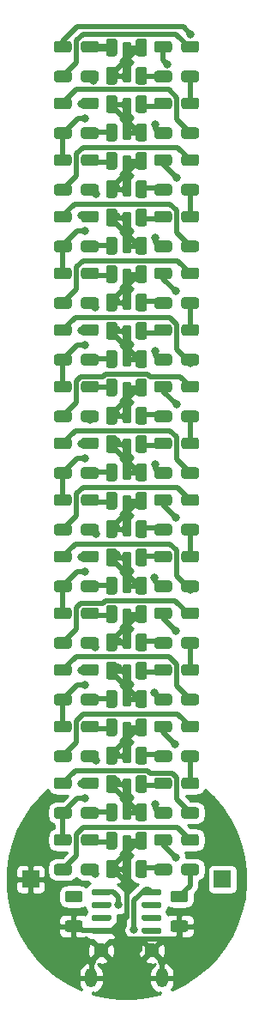
<source format=gbr>
%TF.GenerationSoftware,KiCad,Pcbnew,5.1.9*%
%TF.CreationDate,2021-04-30T20:41:33+02:00*%
%TF.ProjectId,AnalogThermometer,416e616c-6f67-4546-9865-726d6f6d6574,rev?*%
%TF.SameCoordinates,Original*%
%TF.FileFunction,Copper,L1,Top*%
%TF.FilePolarity,Positive*%
%FSLAX46Y46*%
G04 Gerber Fmt 4.6, Leading zero omitted, Abs format (unit mm)*
G04 Created by KiCad (PCBNEW 5.1.9) date 2021-04-30 20:41:33*
%MOMM*%
%LPD*%
G01*
G04 APERTURE LIST*
%TA.AperFunction,ComponentPad*%
%ADD10C,1.450000*%
%TD*%
%TA.AperFunction,ComponentPad*%
%ADD11O,1.200000X1.900000*%
%TD*%
%TA.AperFunction,ComponentPad*%
%ADD12R,1.700000X1.700000*%
%TD*%
%TA.AperFunction,ViaPad*%
%ADD13C,0.800000*%
%TD*%
%TA.AperFunction,Conductor*%
%ADD14C,0.500000*%
%TD*%
%TA.AperFunction,Conductor*%
%ADD15C,0.254000*%
%TD*%
%TA.AperFunction,Conductor*%
%ADD16C,0.100000*%
%TD*%
G04 APERTURE END LIST*
%TO.P,R54,1*%
%TO.N,Net-(D21-Pad2)*%
%TA.AperFunction,SMDPad,CuDef*%
G36*
G01*
X27949997Y-81160000D02*
X29200003Y-81160000D01*
G75*
G02*
X29450000Y-81409997I0J-249997D01*
G01*
X29450000Y-82035003D01*
G75*
G02*
X29200003Y-82285000I-249997J0D01*
G01*
X27949997Y-82285000D01*
G75*
G02*
X27700000Y-82035003I0J249997D01*
G01*
X27700000Y-81409997D01*
G75*
G02*
X27949997Y-81160000I249997J0D01*
G01*
G37*
%TD.AperFunction*%
%TO.P,R54,2*%
%TO.N,Net-(R54-Pad2)*%
%TA.AperFunction,SMDPad,CuDef*%
G36*
G01*
X27949997Y-84085000D02*
X29200003Y-84085000D01*
G75*
G02*
X29450000Y-84334997I0J-249997D01*
G01*
X29450000Y-84960003D01*
G75*
G02*
X29200003Y-85210000I-249997J0D01*
G01*
X27949997Y-85210000D01*
G75*
G02*
X27700000Y-84960003I0J249997D01*
G01*
X27700000Y-84334997D01*
G75*
G02*
X27949997Y-84085000I249997J0D01*
G01*
G37*
%TD.AperFunction*%
%TD*%
%TO.P,D1,1*%
%TO.N,GND*%
%TA.AperFunction,SMDPad,CuDef*%
G36*
G01*
X34217500Y-25282997D02*
X34217500Y-26533003D01*
G75*
G02*
X33967503Y-26783000I-249997J0D01*
G01*
X33342497Y-26783000D01*
G75*
G02*
X33092500Y-26533003I0J249997D01*
G01*
X33092500Y-25282997D01*
G75*
G02*
X33342497Y-25033000I249997J0D01*
G01*
X33967503Y-25033000D01*
G75*
G02*
X34217500Y-25282997I0J-249997D01*
G01*
G37*
%TD.AperFunction*%
%TO.P,D1,2*%
%TO.N,Net-(D1-Pad2)*%
%TA.AperFunction,SMDPad,CuDef*%
G36*
G01*
X31292500Y-25282997D02*
X31292500Y-26533003D01*
G75*
G02*
X31042503Y-26783000I-249997J0D01*
G01*
X30417497Y-26783000D01*
G75*
G02*
X30167500Y-26533003I0J249997D01*
G01*
X30167500Y-25282997D01*
G75*
G02*
X30417497Y-25033000I249997J0D01*
G01*
X31042503Y-25033000D01*
G75*
G02*
X31292500Y-25282997I0J-249997D01*
G01*
G37*
%TD.AperFunction*%
%TD*%
%TO.P,D2,2*%
%TO.N,Net-(D2-Pad2)*%
%TA.AperFunction,SMDPad,CuDef*%
G36*
G01*
X33094500Y-29327003D02*
X33094500Y-28076997D01*
G75*
G02*
X33344497Y-27827000I249997J0D01*
G01*
X33969503Y-27827000D01*
G75*
G02*
X34219500Y-28076997I0J-249997D01*
G01*
X34219500Y-29327003D01*
G75*
G02*
X33969503Y-29577000I-249997J0D01*
G01*
X33344497Y-29577000D01*
G75*
G02*
X33094500Y-29327003I0J249997D01*
G01*
G37*
%TD.AperFunction*%
%TO.P,D2,1*%
%TO.N,GND*%
%TA.AperFunction,SMDPad,CuDef*%
G36*
G01*
X30169500Y-29327003D02*
X30169500Y-28076997D01*
G75*
G02*
X30419497Y-27827000I249997J0D01*
G01*
X31044503Y-27827000D01*
G75*
G02*
X31294500Y-28076997I0J-249997D01*
G01*
X31294500Y-29327003D01*
G75*
G02*
X31044503Y-29577000I-249997J0D01*
G01*
X30419497Y-29577000D01*
G75*
G02*
X30169500Y-29327003I0J249997D01*
G01*
G37*
%TD.AperFunction*%
%TD*%
%TO.P,D3,1*%
%TO.N,GND*%
%TA.AperFunction,SMDPad,CuDef*%
G36*
G01*
X30169500Y-32121003D02*
X30169500Y-30870997D01*
G75*
G02*
X30419497Y-30621000I249997J0D01*
G01*
X31044503Y-30621000D01*
G75*
G02*
X31294500Y-30870997I0J-249997D01*
G01*
X31294500Y-32121003D01*
G75*
G02*
X31044503Y-32371000I-249997J0D01*
G01*
X30419497Y-32371000D01*
G75*
G02*
X30169500Y-32121003I0J249997D01*
G01*
G37*
%TD.AperFunction*%
%TO.P,D3,2*%
%TO.N,Net-(D3-Pad2)*%
%TA.AperFunction,SMDPad,CuDef*%
G36*
G01*
X33094500Y-32121003D02*
X33094500Y-30870997D01*
G75*
G02*
X33344497Y-30621000I249997J0D01*
G01*
X33969503Y-30621000D01*
G75*
G02*
X34219500Y-30870997I0J-249997D01*
G01*
X34219500Y-32121003D01*
G75*
G02*
X33969503Y-32371000I-249997J0D01*
G01*
X33344497Y-32371000D01*
G75*
G02*
X33094500Y-32121003I0J249997D01*
G01*
G37*
%TD.AperFunction*%
%TD*%
%TO.P,D4,2*%
%TO.N,Net-(D4-Pad2)*%
%TA.AperFunction,SMDPad,CuDef*%
G36*
G01*
X31294500Y-33664997D02*
X31294500Y-34915003D01*
G75*
G02*
X31044503Y-35165000I-249997J0D01*
G01*
X30419497Y-35165000D01*
G75*
G02*
X30169500Y-34915003I0J249997D01*
G01*
X30169500Y-33664997D01*
G75*
G02*
X30419497Y-33415000I249997J0D01*
G01*
X31044503Y-33415000D01*
G75*
G02*
X31294500Y-33664997I0J-249997D01*
G01*
G37*
%TD.AperFunction*%
%TO.P,D4,1*%
%TO.N,GND*%
%TA.AperFunction,SMDPad,CuDef*%
G36*
G01*
X34219500Y-33664997D02*
X34219500Y-34915003D01*
G75*
G02*
X33969503Y-35165000I-249997J0D01*
G01*
X33344497Y-35165000D01*
G75*
G02*
X33094500Y-34915003I0J249997D01*
G01*
X33094500Y-33664997D01*
G75*
G02*
X33344497Y-33415000I249997J0D01*
G01*
X33969503Y-33415000D01*
G75*
G02*
X34219500Y-33664997I0J-249997D01*
G01*
G37*
%TD.AperFunction*%
%TD*%
%TO.P,D5,2*%
%TO.N,Net-(D5-Pad2)*%
%TA.AperFunction,SMDPad,CuDef*%
G36*
G01*
X31292500Y-36458997D02*
X31292500Y-37709003D01*
G75*
G02*
X31042503Y-37959000I-249997J0D01*
G01*
X30417497Y-37959000D01*
G75*
G02*
X30167500Y-37709003I0J249997D01*
G01*
X30167500Y-36458997D01*
G75*
G02*
X30417497Y-36209000I249997J0D01*
G01*
X31042503Y-36209000D01*
G75*
G02*
X31292500Y-36458997I0J-249997D01*
G01*
G37*
%TD.AperFunction*%
%TO.P,D5,1*%
%TO.N,GND*%
%TA.AperFunction,SMDPad,CuDef*%
G36*
G01*
X34217500Y-36458997D02*
X34217500Y-37709003D01*
G75*
G02*
X33967503Y-37959000I-249997J0D01*
G01*
X33342497Y-37959000D01*
G75*
G02*
X33092500Y-37709003I0J249997D01*
G01*
X33092500Y-36458997D01*
G75*
G02*
X33342497Y-36209000I249997J0D01*
G01*
X33967503Y-36209000D01*
G75*
G02*
X34217500Y-36458997I0J-249997D01*
G01*
G37*
%TD.AperFunction*%
%TD*%
%TO.P,D6,1*%
%TO.N,GND*%
%TA.AperFunction,SMDPad,CuDef*%
G36*
G01*
X30167500Y-40503003D02*
X30167500Y-39252997D01*
G75*
G02*
X30417497Y-39003000I249997J0D01*
G01*
X31042503Y-39003000D01*
G75*
G02*
X31292500Y-39252997I0J-249997D01*
G01*
X31292500Y-40503003D01*
G75*
G02*
X31042503Y-40753000I-249997J0D01*
G01*
X30417497Y-40753000D01*
G75*
G02*
X30167500Y-40503003I0J249997D01*
G01*
G37*
%TD.AperFunction*%
%TO.P,D6,2*%
%TO.N,Net-(D6-Pad2)*%
%TA.AperFunction,SMDPad,CuDef*%
G36*
G01*
X33092500Y-40503003D02*
X33092500Y-39252997D01*
G75*
G02*
X33342497Y-39003000I249997J0D01*
G01*
X33967503Y-39003000D01*
G75*
G02*
X34217500Y-39252997I0J-249997D01*
G01*
X34217500Y-40503003D01*
G75*
G02*
X33967503Y-40753000I-249997J0D01*
G01*
X33342497Y-40753000D01*
G75*
G02*
X33092500Y-40503003I0J249997D01*
G01*
G37*
%TD.AperFunction*%
%TD*%
%TO.P,D7,2*%
%TO.N,Net-(D7-Pad2)*%
%TA.AperFunction,SMDPad,CuDef*%
G36*
G01*
X33092500Y-43297003D02*
X33092500Y-42046997D01*
G75*
G02*
X33342497Y-41797000I249997J0D01*
G01*
X33967503Y-41797000D01*
G75*
G02*
X34217500Y-42046997I0J-249997D01*
G01*
X34217500Y-43297003D01*
G75*
G02*
X33967503Y-43547000I-249997J0D01*
G01*
X33342497Y-43547000D01*
G75*
G02*
X33092500Y-43297003I0J249997D01*
G01*
G37*
%TD.AperFunction*%
%TO.P,D7,1*%
%TO.N,GND*%
%TA.AperFunction,SMDPad,CuDef*%
G36*
G01*
X30167500Y-43297003D02*
X30167500Y-42046997D01*
G75*
G02*
X30417497Y-41797000I249997J0D01*
G01*
X31042503Y-41797000D01*
G75*
G02*
X31292500Y-42046997I0J-249997D01*
G01*
X31292500Y-43297003D01*
G75*
G02*
X31042503Y-43547000I-249997J0D01*
G01*
X30417497Y-43547000D01*
G75*
G02*
X30167500Y-43297003I0J249997D01*
G01*
G37*
%TD.AperFunction*%
%TD*%
%TO.P,D8,1*%
%TO.N,GND*%
%TA.AperFunction,SMDPad,CuDef*%
G36*
G01*
X34217500Y-44840997D02*
X34217500Y-46091003D01*
G75*
G02*
X33967503Y-46341000I-249997J0D01*
G01*
X33342497Y-46341000D01*
G75*
G02*
X33092500Y-46091003I0J249997D01*
G01*
X33092500Y-44840997D01*
G75*
G02*
X33342497Y-44591000I249997J0D01*
G01*
X33967503Y-44591000D01*
G75*
G02*
X34217500Y-44840997I0J-249997D01*
G01*
G37*
%TD.AperFunction*%
%TO.P,D8,2*%
%TO.N,Net-(D8-Pad2)*%
%TA.AperFunction,SMDPad,CuDef*%
G36*
G01*
X31292500Y-44840997D02*
X31292500Y-46091003D01*
G75*
G02*
X31042503Y-46341000I-249997J0D01*
G01*
X30417497Y-46341000D01*
G75*
G02*
X30167500Y-46091003I0J249997D01*
G01*
X30167500Y-44840997D01*
G75*
G02*
X30417497Y-44591000I249997J0D01*
G01*
X31042503Y-44591000D01*
G75*
G02*
X31292500Y-44840997I0J-249997D01*
G01*
G37*
%TD.AperFunction*%
%TD*%
%TO.P,D9,1*%
%TO.N,GND*%
%TA.AperFunction,SMDPad,CuDef*%
G36*
G01*
X34217500Y-47634997D02*
X34217500Y-48885003D01*
G75*
G02*
X33967503Y-49135000I-249997J0D01*
G01*
X33342497Y-49135000D01*
G75*
G02*
X33092500Y-48885003I0J249997D01*
G01*
X33092500Y-47634997D01*
G75*
G02*
X33342497Y-47385000I249997J0D01*
G01*
X33967503Y-47385000D01*
G75*
G02*
X34217500Y-47634997I0J-249997D01*
G01*
G37*
%TD.AperFunction*%
%TO.P,D9,2*%
%TO.N,Net-(D9-Pad2)*%
%TA.AperFunction,SMDPad,CuDef*%
G36*
G01*
X31292500Y-47634997D02*
X31292500Y-48885003D01*
G75*
G02*
X31042503Y-49135000I-249997J0D01*
G01*
X30417497Y-49135000D01*
G75*
G02*
X30167500Y-48885003I0J249997D01*
G01*
X30167500Y-47634997D01*
G75*
G02*
X30417497Y-47385000I249997J0D01*
G01*
X31042503Y-47385000D01*
G75*
G02*
X31292500Y-47634997I0J-249997D01*
G01*
G37*
%TD.AperFunction*%
%TD*%
%TO.P,D10,2*%
%TO.N,Net-(D10-Pad2)*%
%TA.AperFunction,SMDPad,CuDef*%
G36*
G01*
X33092500Y-51679003D02*
X33092500Y-50428997D01*
G75*
G02*
X33342497Y-50179000I249997J0D01*
G01*
X33967503Y-50179000D01*
G75*
G02*
X34217500Y-50428997I0J-249997D01*
G01*
X34217500Y-51679003D01*
G75*
G02*
X33967503Y-51929000I-249997J0D01*
G01*
X33342497Y-51929000D01*
G75*
G02*
X33092500Y-51679003I0J249997D01*
G01*
G37*
%TD.AperFunction*%
%TO.P,D10,1*%
%TO.N,GND*%
%TA.AperFunction,SMDPad,CuDef*%
G36*
G01*
X30167500Y-51679003D02*
X30167500Y-50428997D01*
G75*
G02*
X30417497Y-50179000I249997J0D01*
G01*
X31042503Y-50179000D01*
G75*
G02*
X31292500Y-50428997I0J-249997D01*
G01*
X31292500Y-51679003D01*
G75*
G02*
X31042503Y-51929000I-249997J0D01*
G01*
X30417497Y-51929000D01*
G75*
G02*
X30167500Y-51679003I0J249997D01*
G01*
G37*
%TD.AperFunction*%
%TD*%
%TO.P,D11,1*%
%TO.N,GND*%
%TA.AperFunction,SMDPad,CuDef*%
G36*
G01*
X30167500Y-54473003D02*
X30167500Y-53222997D01*
G75*
G02*
X30417497Y-52973000I249997J0D01*
G01*
X31042503Y-52973000D01*
G75*
G02*
X31292500Y-53222997I0J-249997D01*
G01*
X31292500Y-54473003D01*
G75*
G02*
X31042503Y-54723000I-249997J0D01*
G01*
X30417497Y-54723000D01*
G75*
G02*
X30167500Y-54473003I0J249997D01*
G01*
G37*
%TD.AperFunction*%
%TO.P,D11,2*%
%TO.N,Net-(D11-Pad2)*%
%TA.AperFunction,SMDPad,CuDef*%
G36*
G01*
X33092500Y-54473003D02*
X33092500Y-53222997D01*
G75*
G02*
X33342497Y-52973000I249997J0D01*
G01*
X33967503Y-52973000D01*
G75*
G02*
X34217500Y-53222997I0J-249997D01*
G01*
X34217500Y-54473003D01*
G75*
G02*
X33967503Y-54723000I-249997J0D01*
G01*
X33342497Y-54723000D01*
G75*
G02*
X33092500Y-54473003I0J249997D01*
G01*
G37*
%TD.AperFunction*%
%TD*%
%TO.P,D12,2*%
%TO.N,Net-(D12-Pad2)*%
%TA.AperFunction,SMDPad,CuDef*%
G36*
G01*
X31296500Y-56016997D02*
X31296500Y-57267003D01*
G75*
G02*
X31046503Y-57517000I-249997J0D01*
G01*
X30421497Y-57517000D01*
G75*
G02*
X30171500Y-57267003I0J249997D01*
G01*
X30171500Y-56016997D01*
G75*
G02*
X30421497Y-55767000I249997J0D01*
G01*
X31046503Y-55767000D01*
G75*
G02*
X31296500Y-56016997I0J-249997D01*
G01*
G37*
%TD.AperFunction*%
%TO.P,D12,1*%
%TO.N,GND*%
%TA.AperFunction,SMDPad,CuDef*%
G36*
G01*
X34221500Y-56016997D02*
X34221500Y-57267003D01*
G75*
G02*
X33971503Y-57517000I-249997J0D01*
G01*
X33346497Y-57517000D01*
G75*
G02*
X33096500Y-57267003I0J249997D01*
G01*
X33096500Y-56016997D01*
G75*
G02*
X33346497Y-55767000I249997J0D01*
G01*
X33971503Y-55767000D01*
G75*
G02*
X34221500Y-56016997I0J-249997D01*
G01*
G37*
%TD.AperFunction*%
%TD*%
%TO.P,D13,2*%
%TO.N,Net-(D13-Pad2)*%
%TA.AperFunction,SMDPad,CuDef*%
G36*
G01*
X31292500Y-58810997D02*
X31292500Y-60061003D01*
G75*
G02*
X31042503Y-60311000I-249997J0D01*
G01*
X30417497Y-60311000D01*
G75*
G02*
X30167500Y-60061003I0J249997D01*
G01*
X30167500Y-58810997D01*
G75*
G02*
X30417497Y-58561000I249997J0D01*
G01*
X31042503Y-58561000D01*
G75*
G02*
X31292500Y-58810997I0J-249997D01*
G01*
G37*
%TD.AperFunction*%
%TO.P,D13,1*%
%TO.N,GND*%
%TA.AperFunction,SMDPad,CuDef*%
G36*
G01*
X34217500Y-58810997D02*
X34217500Y-60061003D01*
G75*
G02*
X33967503Y-60311000I-249997J0D01*
G01*
X33342497Y-60311000D01*
G75*
G02*
X33092500Y-60061003I0J249997D01*
G01*
X33092500Y-58810997D01*
G75*
G02*
X33342497Y-58561000I249997J0D01*
G01*
X33967503Y-58561000D01*
G75*
G02*
X34217500Y-58810997I0J-249997D01*
G01*
G37*
%TD.AperFunction*%
%TD*%
%TO.P,D14,2*%
%TO.N,Net-(D14-Pad2)*%
%TA.AperFunction,SMDPad,CuDef*%
G36*
G01*
X33092500Y-62855003D02*
X33092500Y-61604997D01*
G75*
G02*
X33342497Y-61355000I249997J0D01*
G01*
X33967503Y-61355000D01*
G75*
G02*
X34217500Y-61604997I0J-249997D01*
G01*
X34217500Y-62855003D01*
G75*
G02*
X33967503Y-63105000I-249997J0D01*
G01*
X33342497Y-63105000D01*
G75*
G02*
X33092500Y-62855003I0J249997D01*
G01*
G37*
%TD.AperFunction*%
%TO.P,D14,1*%
%TO.N,GND*%
%TA.AperFunction,SMDPad,CuDef*%
G36*
G01*
X30167500Y-62855003D02*
X30167500Y-61604997D01*
G75*
G02*
X30417497Y-61355000I249997J0D01*
G01*
X31042503Y-61355000D01*
G75*
G02*
X31292500Y-61604997I0J-249997D01*
G01*
X31292500Y-62855003D01*
G75*
G02*
X31042503Y-63105000I-249997J0D01*
G01*
X30417497Y-63105000D01*
G75*
G02*
X30167500Y-62855003I0J249997D01*
G01*
G37*
%TD.AperFunction*%
%TD*%
%TO.P,D15,1*%
%TO.N,GND*%
%TA.AperFunction,SMDPad,CuDef*%
G36*
G01*
X30167500Y-65649003D02*
X30167500Y-64398997D01*
G75*
G02*
X30417497Y-64149000I249997J0D01*
G01*
X31042503Y-64149000D01*
G75*
G02*
X31292500Y-64398997I0J-249997D01*
G01*
X31292500Y-65649003D01*
G75*
G02*
X31042503Y-65899000I-249997J0D01*
G01*
X30417497Y-65899000D01*
G75*
G02*
X30167500Y-65649003I0J249997D01*
G01*
G37*
%TD.AperFunction*%
%TO.P,D15,2*%
%TO.N,Net-(D15-Pad2)*%
%TA.AperFunction,SMDPad,CuDef*%
G36*
G01*
X33092500Y-65649003D02*
X33092500Y-64398997D01*
G75*
G02*
X33342497Y-64149000I249997J0D01*
G01*
X33967503Y-64149000D01*
G75*
G02*
X34217500Y-64398997I0J-249997D01*
G01*
X34217500Y-65649003D01*
G75*
G02*
X33967503Y-65899000I-249997J0D01*
G01*
X33342497Y-65899000D01*
G75*
G02*
X33092500Y-65649003I0J249997D01*
G01*
G37*
%TD.AperFunction*%
%TD*%
%TO.P,D16,2*%
%TO.N,Net-(D16-Pad2)*%
%TA.AperFunction,SMDPad,CuDef*%
G36*
G01*
X31294500Y-67192997D02*
X31294500Y-68443003D01*
G75*
G02*
X31044503Y-68693000I-249997J0D01*
G01*
X30419497Y-68693000D01*
G75*
G02*
X30169500Y-68443003I0J249997D01*
G01*
X30169500Y-67192997D01*
G75*
G02*
X30419497Y-66943000I249997J0D01*
G01*
X31044503Y-66943000D01*
G75*
G02*
X31294500Y-67192997I0J-249997D01*
G01*
G37*
%TD.AperFunction*%
%TO.P,D16,1*%
%TO.N,GND*%
%TA.AperFunction,SMDPad,CuDef*%
G36*
G01*
X34219500Y-67192997D02*
X34219500Y-68443003D01*
G75*
G02*
X33969503Y-68693000I-249997J0D01*
G01*
X33344497Y-68693000D01*
G75*
G02*
X33094500Y-68443003I0J249997D01*
G01*
X33094500Y-67192997D01*
G75*
G02*
X33344497Y-66943000I249997J0D01*
G01*
X33969503Y-66943000D01*
G75*
G02*
X34219500Y-67192997I0J-249997D01*
G01*
G37*
%TD.AperFunction*%
%TD*%
%TO.P,D17,1*%
%TO.N,GND*%
%TA.AperFunction,SMDPad,CuDef*%
G36*
G01*
X34217500Y-69986997D02*
X34217500Y-71237003D01*
G75*
G02*
X33967503Y-71487000I-249997J0D01*
G01*
X33342497Y-71487000D01*
G75*
G02*
X33092500Y-71237003I0J249997D01*
G01*
X33092500Y-69986997D01*
G75*
G02*
X33342497Y-69737000I249997J0D01*
G01*
X33967503Y-69737000D01*
G75*
G02*
X34217500Y-69986997I0J-249997D01*
G01*
G37*
%TD.AperFunction*%
%TO.P,D17,2*%
%TO.N,Net-(D17-Pad2)*%
%TA.AperFunction,SMDPad,CuDef*%
G36*
G01*
X31292500Y-69986997D02*
X31292500Y-71237003D01*
G75*
G02*
X31042503Y-71487000I-249997J0D01*
G01*
X30417497Y-71487000D01*
G75*
G02*
X30167500Y-71237003I0J249997D01*
G01*
X30167500Y-69986997D01*
G75*
G02*
X30417497Y-69737000I249997J0D01*
G01*
X31042503Y-69737000D01*
G75*
G02*
X31292500Y-69986997I0J-249997D01*
G01*
G37*
%TD.AperFunction*%
%TD*%
%TO.P,D18,1*%
%TO.N,GND*%
%TA.AperFunction,SMDPad,CuDef*%
G36*
G01*
X30167500Y-74031003D02*
X30167500Y-72780997D01*
G75*
G02*
X30417497Y-72531000I249997J0D01*
G01*
X31042503Y-72531000D01*
G75*
G02*
X31292500Y-72780997I0J-249997D01*
G01*
X31292500Y-74031003D01*
G75*
G02*
X31042503Y-74281000I-249997J0D01*
G01*
X30417497Y-74281000D01*
G75*
G02*
X30167500Y-74031003I0J249997D01*
G01*
G37*
%TD.AperFunction*%
%TO.P,D18,2*%
%TO.N,Net-(D18-Pad2)*%
%TA.AperFunction,SMDPad,CuDef*%
G36*
G01*
X33092500Y-74031003D02*
X33092500Y-72780997D01*
G75*
G02*
X33342497Y-72531000I249997J0D01*
G01*
X33967503Y-72531000D01*
G75*
G02*
X34217500Y-72780997I0J-249997D01*
G01*
X34217500Y-74031003D01*
G75*
G02*
X33967503Y-74281000I-249997J0D01*
G01*
X33342497Y-74281000D01*
G75*
G02*
X33092500Y-74031003I0J249997D01*
G01*
G37*
%TD.AperFunction*%
%TD*%
%TO.P,D19,2*%
%TO.N,Net-(D19-Pad2)*%
%TA.AperFunction,SMDPad,CuDef*%
G36*
G01*
X33092500Y-76825003D02*
X33092500Y-75574997D01*
G75*
G02*
X33342497Y-75325000I249997J0D01*
G01*
X33967503Y-75325000D01*
G75*
G02*
X34217500Y-75574997I0J-249997D01*
G01*
X34217500Y-76825003D01*
G75*
G02*
X33967503Y-77075000I-249997J0D01*
G01*
X33342497Y-77075000D01*
G75*
G02*
X33092500Y-76825003I0J249997D01*
G01*
G37*
%TD.AperFunction*%
%TO.P,D19,1*%
%TO.N,GND*%
%TA.AperFunction,SMDPad,CuDef*%
G36*
G01*
X30167500Y-76825003D02*
X30167500Y-75574997D01*
G75*
G02*
X30417497Y-75325000I249997J0D01*
G01*
X31042503Y-75325000D01*
G75*
G02*
X31292500Y-75574997I0J-249997D01*
G01*
X31292500Y-76825003D01*
G75*
G02*
X31042503Y-77075000I-249997J0D01*
G01*
X30417497Y-77075000D01*
G75*
G02*
X30167500Y-76825003I0J249997D01*
G01*
G37*
%TD.AperFunction*%
%TD*%
%TO.P,D20,1*%
%TO.N,GND*%
%TA.AperFunction,SMDPad,CuDef*%
G36*
G01*
X34217500Y-78368997D02*
X34217500Y-79619003D01*
G75*
G02*
X33967503Y-79869000I-249997J0D01*
G01*
X33342497Y-79869000D01*
G75*
G02*
X33092500Y-79619003I0J249997D01*
G01*
X33092500Y-78368997D01*
G75*
G02*
X33342497Y-78119000I249997J0D01*
G01*
X33967503Y-78119000D01*
G75*
G02*
X34217500Y-78368997I0J-249997D01*
G01*
G37*
%TD.AperFunction*%
%TO.P,D20,2*%
%TO.N,Net-(D20-Pad2)*%
%TA.AperFunction,SMDPad,CuDef*%
G36*
G01*
X31292500Y-78368997D02*
X31292500Y-79619003D01*
G75*
G02*
X31042503Y-79869000I-249997J0D01*
G01*
X30417497Y-79869000D01*
G75*
G02*
X30167500Y-79619003I0J249997D01*
G01*
X30167500Y-78368997D01*
G75*
G02*
X30417497Y-78119000I249997J0D01*
G01*
X31042503Y-78119000D01*
G75*
G02*
X31292500Y-78368997I0J-249997D01*
G01*
G37*
%TD.AperFunction*%
%TD*%
%TO.P,D21,1*%
%TO.N,GND*%
%TA.AperFunction,SMDPad,CuDef*%
G36*
G01*
X34217500Y-81162997D02*
X34217500Y-82413003D01*
G75*
G02*
X33967503Y-82663000I-249997J0D01*
G01*
X33342497Y-82663000D01*
G75*
G02*
X33092500Y-82413003I0J249997D01*
G01*
X33092500Y-81162997D01*
G75*
G02*
X33342497Y-80913000I249997J0D01*
G01*
X33967503Y-80913000D01*
G75*
G02*
X34217500Y-81162997I0J-249997D01*
G01*
G37*
%TD.AperFunction*%
%TO.P,D21,2*%
%TO.N,Net-(D21-Pad2)*%
%TA.AperFunction,SMDPad,CuDef*%
G36*
G01*
X31292500Y-81162997D02*
X31292500Y-82413003D01*
G75*
G02*
X31042503Y-82663000I-249997J0D01*
G01*
X30417497Y-82663000D01*
G75*
G02*
X30167500Y-82413003I0J249997D01*
G01*
X30167500Y-81162997D01*
G75*
G02*
X30417497Y-80913000I249997J0D01*
G01*
X31042503Y-80913000D01*
G75*
G02*
X31292500Y-81162997I0J-249997D01*
G01*
G37*
%TD.AperFunction*%
%TD*%
%TO.P,D22,2*%
%TO.N,Net-(D22-Pad2)*%
%TA.AperFunction,SMDPad,CuDef*%
G36*
G01*
X33092500Y-85207003D02*
X33092500Y-83956997D01*
G75*
G02*
X33342497Y-83707000I249997J0D01*
G01*
X33967503Y-83707000D01*
G75*
G02*
X34217500Y-83956997I0J-249997D01*
G01*
X34217500Y-85207003D01*
G75*
G02*
X33967503Y-85457000I-249997J0D01*
G01*
X33342497Y-85457000D01*
G75*
G02*
X33092500Y-85207003I0J249997D01*
G01*
G37*
%TD.AperFunction*%
%TO.P,D22,1*%
%TO.N,GND*%
%TA.AperFunction,SMDPad,CuDef*%
G36*
G01*
X30167500Y-85207003D02*
X30167500Y-83956997D01*
G75*
G02*
X30417497Y-83707000I249997J0D01*
G01*
X31042503Y-83707000D01*
G75*
G02*
X31292500Y-83956997I0J-249997D01*
G01*
X31292500Y-85207003D01*
G75*
G02*
X31042503Y-85457000I-249997J0D01*
G01*
X30417497Y-85457000D01*
G75*
G02*
X30167500Y-85207003I0J249997D01*
G01*
G37*
%TD.AperFunction*%
%TD*%
%TO.P,D23,2*%
%TO.N,Net-(D23-Pad2)*%
%TA.AperFunction,SMDPad,CuDef*%
G36*
G01*
X33092500Y-88001003D02*
X33092500Y-86750997D01*
G75*
G02*
X33342497Y-86501000I249997J0D01*
G01*
X33967503Y-86501000D01*
G75*
G02*
X34217500Y-86750997I0J-249997D01*
G01*
X34217500Y-88001003D01*
G75*
G02*
X33967503Y-88251000I-249997J0D01*
G01*
X33342497Y-88251000D01*
G75*
G02*
X33092500Y-88001003I0J249997D01*
G01*
G37*
%TD.AperFunction*%
%TO.P,D23,1*%
%TO.N,GND*%
%TA.AperFunction,SMDPad,CuDef*%
G36*
G01*
X30167500Y-88001003D02*
X30167500Y-86750997D01*
G75*
G02*
X30417497Y-86501000I249997J0D01*
G01*
X31042503Y-86501000D01*
G75*
G02*
X31292500Y-86750997I0J-249997D01*
G01*
X31292500Y-88001003D01*
G75*
G02*
X31042503Y-88251000I-249997J0D01*
G01*
X30417497Y-88251000D01*
G75*
G02*
X30167500Y-88001003I0J249997D01*
G01*
G37*
%TD.AperFunction*%
%TD*%
%TO.P,D24,1*%
%TO.N,GND*%
%TA.AperFunction,SMDPad,CuDef*%
G36*
G01*
X34219500Y-89544997D02*
X34219500Y-90795003D01*
G75*
G02*
X33969503Y-91045000I-249997J0D01*
G01*
X33344497Y-91045000D01*
G75*
G02*
X33094500Y-90795003I0J249997D01*
G01*
X33094500Y-89544997D01*
G75*
G02*
X33344497Y-89295000I249997J0D01*
G01*
X33969503Y-89295000D01*
G75*
G02*
X34219500Y-89544997I0J-249997D01*
G01*
G37*
%TD.AperFunction*%
%TO.P,D24,2*%
%TO.N,Net-(D24-Pad2)*%
%TA.AperFunction,SMDPad,CuDef*%
G36*
G01*
X31294500Y-89544997D02*
X31294500Y-90795003D01*
G75*
G02*
X31044503Y-91045000I-249997J0D01*
G01*
X30419497Y-91045000D01*
G75*
G02*
X30169500Y-90795003I0J249997D01*
G01*
X30169500Y-89544997D01*
G75*
G02*
X30419497Y-89295000I249997J0D01*
G01*
X31044503Y-89295000D01*
G75*
G02*
X31294500Y-89544997I0J-249997D01*
G01*
G37*
%TD.AperFunction*%
%TD*%
%TO.P,D25,1*%
%TO.N,GND*%
%TA.AperFunction,SMDPad,CuDef*%
G36*
G01*
X34217500Y-92338997D02*
X34217500Y-93589003D01*
G75*
G02*
X33967503Y-93839000I-249997J0D01*
G01*
X33342497Y-93839000D01*
G75*
G02*
X33092500Y-93589003I0J249997D01*
G01*
X33092500Y-92338997D01*
G75*
G02*
X33342497Y-92089000I249997J0D01*
G01*
X33967503Y-92089000D01*
G75*
G02*
X34217500Y-92338997I0J-249997D01*
G01*
G37*
%TD.AperFunction*%
%TO.P,D25,2*%
%TO.N,Net-(D25-Pad2)*%
%TA.AperFunction,SMDPad,CuDef*%
G36*
G01*
X31292500Y-92338997D02*
X31292500Y-93589003D01*
G75*
G02*
X31042503Y-93839000I-249997J0D01*
G01*
X30417497Y-93839000D01*
G75*
G02*
X30167500Y-93589003I0J249997D01*
G01*
X30167500Y-92338997D01*
G75*
G02*
X30417497Y-92089000I249997J0D01*
G01*
X31042503Y-92089000D01*
G75*
G02*
X31292500Y-92338997I0J-249997D01*
G01*
G37*
%TD.AperFunction*%
%TD*%
%TO.P,D26,2*%
%TO.N,Net-(D26-Pad2)*%
%TA.AperFunction,SMDPad,CuDef*%
G36*
G01*
X33092500Y-96383003D02*
X33092500Y-95132997D01*
G75*
G02*
X33342497Y-94883000I249997J0D01*
G01*
X33967503Y-94883000D01*
G75*
G02*
X34217500Y-95132997I0J-249997D01*
G01*
X34217500Y-96383003D01*
G75*
G02*
X33967503Y-96633000I-249997J0D01*
G01*
X33342497Y-96633000D01*
G75*
G02*
X33092500Y-96383003I0J249997D01*
G01*
G37*
%TD.AperFunction*%
%TO.P,D26,1*%
%TO.N,GND*%
%TA.AperFunction,SMDPad,CuDef*%
G36*
G01*
X30167500Y-96383003D02*
X30167500Y-95132997D01*
G75*
G02*
X30417497Y-94883000I249997J0D01*
G01*
X31042503Y-94883000D01*
G75*
G02*
X31292500Y-95132997I0J-249997D01*
G01*
X31292500Y-96383003D01*
G75*
G02*
X31042503Y-96633000I-249997J0D01*
G01*
X30417497Y-96633000D01*
G75*
G02*
X30167500Y-96383003I0J249997D01*
G01*
G37*
%TD.AperFunction*%
%TD*%
%TO.P,D27,1*%
%TO.N,GND*%
%TA.AperFunction,SMDPad,CuDef*%
G36*
G01*
X30167500Y-99177003D02*
X30167500Y-97926997D01*
G75*
G02*
X30417497Y-97677000I249997J0D01*
G01*
X31042503Y-97677000D01*
G75*
G02*
X31292500Y-97926997I0J-249997D01*
G01*
X31292500Y-99177003D01*
G75*
G02*
X31042503Y-99427000I-249997J0D01*
G01*
X30417497Y-99427000D01*
G75*
G02*
X30167500Y-99177003I0J249997D01*
G01*
G37*
%TD.AperFunction*%
%TO.P,D27,2*%
%TO.N,Net-(D27-Pad2)*%
%TA.AperFunction,SMDPad,CuDef*%
G36*
G01*
X33092500Y-99177003D02*
X33092500Y-97926997D01*
G75*
G02*
X33342497Y-97677000I249997J0D01*
G01*
X33967503Y-97677000D01*
G75*
G02*
X34217500Y-97926997I0J-249997D01*
G01*
X34217500Y-99177003D01*
G75*
G02*
X33967503Y-99427000I-249997J0D01*
G01*
X33342497Y-99427000D01*
G75*
G02*
X33092500Y-99177003I0J249997D01*
G01*
G37*
%TD.AperFunction*%
%TD*%
%TO.P,D28,2*%
%TO.N,Net-(D28-Pad2)*%
%TA.AperFunction,SMDPad,CuDef*%
G36*
G01*
X31294500Y-100720997D02*
X31294500Y-101971003D01*
G75*
G02*
X31044503Y-102221000I-249997J0D01*
G01*
X30419497Y-102221000D01*
G75*
G02*
X30169500Y-101971003I0J249997D01*
G01*
X30169500Y-100720997D01*
G75*
G02*
X30419497Y-100471000I249997J0D01*
G01*
X31044503Y-100471000D01*
G75*
G02*
X31294500Y-100720997I0J-249997D01*
G01*
G37*
%TD.AperFunction*%
%TO.P,D28,1*%
%TO.N,GND*%
%TA.AperFunction,SMDPad,CuDef*%
G36*
G01*
X34219500Y-100720997D02*
X34219500Y-101971003D01*
G75*
G02*
X33969503Y-102221000I-249997J0D01*
G01*
X33344497Y-102221000D01*
G75*
G02*
X33094500Y-101971003I0J249997D01*
G01*
X33094500Y-100720997D01*
G75*
G02*
X33344497Y-100471000I249997J0D01*
G01*
X33969503Y-100471000D01*
G75*
G02*
X34219500Y-100720997I0J-249997D01*
G01*
G37*
%TD.AperFunction*%
%TD*%
%TO.P,D29,1*%
%TO.N,GND*%
%TA.AperFunction,SMDPad,CuDef*%
G36*
G01*
X34217500Y-103514997D02*
X34217500Y-104765003D01*
G75*
G02*
X33967503Y-105015000I-249997J0D01*
G01*
X33342497Y-105015000D01*
G75*
G02*
X33092500Y-104765003I0J249997D01*
G01*
X33092500Y-103514997D01*
G75*
G02*
X33342497Y-103265000I249997J0D01*
G01*
X33967503Y-103265000D01*
G75*
G02*
X34217500Y-103514997I0J-249997D01*
G01*
G37*
%TD.AperFunction*%
%TO.P,D29,2*%
%TO.N,Net-(D29-Pad2)*%
%TA.AperFunction,SMDPad,CuDef*%
G36*
G01*
X31292500Y-103514997D02*
X31292500Y-104765003D01*
G75*
G02*
X31042503Y-105015000I-249997J0D01*
G01*
X30417497Y-105015000D01*
G75*
G02*
X30167500Y-104765003I0J249997D01*
G01*
X30167500Y-103514997D01*
G75*
G02*
X30417497Y-103265000I249997J0D01*
G01*
X31042503Y-103265000D01*
G75*
G02*
X31292500Y-103514997I0J-249997D01*
G01*
G37*
%TD.AperFunction*%
%TD*%
%TO.P,D30,1*%
%TO.N,GND*%
%TA.AperFunction,SMDPad,CuDef*%
G36*
G01*
X30167500Y-107559003D02*
X30167500Y-106308997D01*
G75*
G02*
X30417497Y-106059000I249997J0D01*
G01*
X31042503Y-106059000D01*
G75*
G02*
X31292500Y-106308997I0J-249997D01*
G01*
X31292500Y-107559003D01*
G75*
G02*
X31042503Y-107809000I-249997J0D01*
G01*
X30417497Y-107809000D01*
G75*
G02*
X30167500Y-107559003I0J249997D01*
G01*
G37*
%TD.AperFunction*%
%TO.P,D30,2*%
%TO.N,Net-(D30-Pad2)*%
%TA.AperFunction,SMDPad,CuDef*%
G36*
G01*
X33092500Y-107559003D02*
X33092500Y-106308997D01*
G75*
G02*
X33342497Y-106059000I249997J0D01*
G01*
X33967503Y-106059000D01*
G75*
G02*
X34217500Y-106308997I0J-249997D01*
G01*
X34217500Y-107559003D01*
G75*
G02*
X33967503Y-107809000I-249997J0D01*
G01*
X33342497Y-107809000D01*
G75*
G02*
X33092500Y-107559003I0J249997D01*
G01*
G37*
%TD.AperFunction*%
%TD*%
%TO.P,R1,1*%
%TO.N,GND*%
%TA.AperFunction,SMDPad,CuDef*%
G36*
G01*
X27612503Y-113150000D02*
X26362497Y-113150000D01*
G75*
G02*
X26112500Y-112900003I0J249997D01*
G01*
X26112500Y-112274997D01*
G75*
G02*
X26362497Y-112025000I249997J0D01*
G01*
X27612503Y-112025000D01*
G75*
G02*
X27862500Y-112274997I0J-249997D01*
G01*
X27862500Y-112900003D01*
G75*
G02*
X27612503Y-113150000I-249997J0D01*
G01*
G37*
%TD.AperFunction*%
%TO.P,R1,2*%
%TO.N,Net-(R1-Pad2)*%
%TA.AperFunction,SMDPad,CuDef*%
G36*
G01*
X27612503Y-110225000D02*
X26362497Y-110225000D01*
G75*
G02*
X26112500Y-109975003I0J249997D01*
G01*
X26112500Y-109349997D01*
G75*
G02*
X26362497Y-109100000I249997J0D01*
G01*
X27612503Y-109100000D01*
G75*
G02*
X27862500Y-109349997I0J-249997D01*
G01*
X27862500Y-109975003D01*
G75*
G02*
X27612503Y-110225000I-249997J0D01*
G01*
G37*
%TD.AperFunction*%
%TD*%
%TO.P,R3,1*%
%TO.N,+5V*%
%TA.AperFunction,SMDPad,CuDef*%
G36*
G01*
X25282997Y-25282000D02*
X26533003Y-25282000D01*
G75*
G02*
X26783000Y-25531997I0J-249997D01*
G01*
X26783000Y-26157003D01*
G75*
G02*
X26533003Y-26407000I-249997J0D01*
G01*
X25282997Y-26407000D01*
G75*
G02*
X25033000Y-26157003I0J249997D01*
G01*
X25033000Y-25531997D01*
G75*
G02*
X25282997Y-25282000I249997J0D01*
G01*
G37*
%TD.AperFunction*%
%TO.P,R3,2*%
%TO.N,Net-(R3-Pad2)*%
%TA.AperFunction,SMDPad,CuDef*%
G36*
G01*
X25282997Y-28207000D02*
X26533003Y-28207000D01*
G75*
G02*
X26783000Y-28456997I0J-249997D01*
G01*
X26783000Y-29082003D01*
G75*
G02*
X26533003Y-29332000I-249997J0D01*
G01*
X25282997Y-29332000D01*
G75*
G02*
X25033000Y-29082003I0J249997D01*
G01*
X25033000Y-28456997D01*
G75*
G02*
X25282997Y-28207000I249997J0D01*
G01*
G37*
%TD.AperFunction*%
%TD*%
%TO.P,R4,1*%
%TO.N,Net-(R3-Pad2)*%
%TA.AperFunction,SMDPad,CuDef*%
G36*
G01*
X37855997Y-25280000D02*
X39106003Y-25280000D01*
G75*
G02*
X39356000Y-25529997I0J-249997D01*
G01*
X39356000Y-26155003D01*
G75*
G02*
X39106003Y-26405000I-249997J0D01*
G01*
X37855997Y-26405000D01*
G75*
G02*
X37606000Y-26155003I0J249997D01*
G01*
X37606000Y-25529997D01*
G75*
G02*
X37855997Y-25280000I249997J0D01*
G01*
G37*
%TD.AperFunction*%
%TO.P,R4,2*%
%TO.N,Net-(R4-Pad2)*%
%TA.AperFunction,SMDPad,CuDef*%
G36*
G01*
X37855997Y-28205000D02*
X39106003Y-28205000D01*
G75*
G02*
X39356000Y-28454997I0J-249997D01*
G01*
X39356000Y-29080003D01*
G75*
G02*
X39106003Y-29330000I-249997J0D01*
G01*
X37855997Y-29330000D01*
G75*
G02*
X37606000Y-29080003I0J249997D01*
G01*
X37606000Y-28454997D01*
G75*
G02*
X37855997Y-28205000I249997J0D01*
G01*
G37*
%TD.AperFunction*%
%TD*%
%TO.P,R5,1*%
%TO.N,Net-(R4-Pad2)*%
%TA.AperFunction,SMDPad,CuDef*%
G36*
G01*
X37855997Y-30866000D02*
X39106003Y-30866000D01*
G75*
G02*
X39356000Y-31115997I0J-249997D01*
G01*
X39356000Y-31741003D01*
G75*
G02*
X39106003Y-31991000I-249997J0D01*
G01*
X37855997Y-31991000D01*
G75*
G02*
X37606000Y-31741003I0J249997D01*
G01*
X37606000Y-31115997D01*
G75*
G02*
X37855997Y-30866000I249997J0D01*
G01*
G37*
%TD.AperFunction*%
%TO.P,R5,2*%
%TO.N,Net-(R5-Pad2)*%
%TA.AperFunction,SMDPad,CuDef*%
G36*
G01*
X37855997Y-33791000D02*
X39106003Y-33791000D01*
G75*
G02*
X39356000Y-34040997I0J-249997D01*
G01*
X39356000Y-34666003D01*
G75*
G02*
X39106003Y-34916000I-249997J0D01*
G01*
X37855997Y-34916000D01*
G75*
G02*
X37606000Y-34666003I0J249997D01*
G01*
X37606000Y-34040997D01*
G75*
G02*
X37855997Y-33791000I249997J0D01*
G01*
G37*
%TD.AperFunction*%
%TD*%
%TO.P,R6,2*%
%TO.N,Net-(R6-Pad2)*%
%TA.AperFunction,SMDPad,CuDef*%
G36*
G01*
X25282997Y-33793000D02*
X26533003Y-33793000D01*
G75*
G02*
X26783000Y-34042997I0J-249997D01*
G01*
X26783000Y-34668003D01*
G75*
G02*
X26533003Y-34918000I-249997J0D01*
G01*
X25282997Y-34918000D01*
G75*
G02*
X25033000Y-34668003I0J249997D01*
G01*
X25033000Y-34042997D01*
G75*
G02*
X25282997Y-33793000I249997J0D01*
G01*
G37*
%TD.AperFunction*%
%TO.P,R6,1*%
%TO.N,Net-(R5-Pad2)*%
%TA.AperFunction,SMDPad,CuDef*%
G36*
G01*
X25282997Y-30868000D02*
X26533003Y-30868000D01*
G75*
G02*
X26783000Y-31117997I0J-249997D01*
G01*
X26783000Y-31743003D01*
G75*
G02*
X26533003Y-31993000I-249997J0D01*
G01*
X25282997Y-31993000D01*
G75*
G02*
X25033000Y-31743003I0J249997D01*
G01*
X25033000Y-31117997D01*
G75*
G02*
X25282997Y-30868000I249997J0D01*
G01*
G37*
%TD.AperFunction*%
%TD*%
%TO.P,R7,1*%
%TO.N,Net-(R6-Pad2)*%
%TA.AperFunction,SMDPad,CuDef*%
G36*
G01*
X25282997Y-36456000D02*
X26533003Y-36456000D01*
G75*
G02*
X26783000Y-36705997I0J-249997D01*
G01*
X26783000Y-37331003D01*
G75*
G02*
X26533003Y-37581000I-249997J0D01*
G01*
X25282997Y-37581000D01*
G75*
G02*
X25033000Y-37331003I0J249997D01*
G01*
X25033000Y-36705997D01*
G75*
G02*
X25282997Y-36456000I249997J0D01*
G01*
G37*
%TD.AperFunction*%
%TO.P,R7,2*%
%TO.N,Net-(R7-Pad2)*%
%TA.AperFunction,SMDPad,CuDef*%
G36*
G01*
X25282997Y-39381000D02*
X26533003Y-39381000D01*
G75*
G02*
X26783000Y-39630997I0J-249997D01*
G01*
X26783000Y-40256003D01*
G75*
G02*
X26533003Y-40506000I-249997J0D01*
G01*
X25282997Y-40506000D01*
G75*
G02*
X25033000Y-40256003I0J249997D01*
G01*
X25033000Y-39630997D01*
G75*
G02*
X25282997Y-39381000I249997J0D01*
G01*
G37*
%TD.AperFunction*%
%TD*%
%TO.P,R8,1*%
%TO.N,Net-(R7-Pad2)*%
%TA.AperFunction,SMDPad,CuDef*%
G36*
G01*
X37855997Y-36456000D02*
X39106003Y-36456000D01*
G75*
G02*
X39356000Y-36705997I0J-249997D01*
G01*
X39356000Y-37331003D01*
G75*
G02*
X39106003Y-37581000I-249997J0D01*
G01*
X37855997Y-37581000D01*
G75*
G02*
X37606000Y-37331003I0J249997D01*
G01*
X37606000Y-36705997D01*
G75*
G02*
X37855997Y-36456000I249997J0D01*
G01*
G37*
%TD.AperFunction*%
%TO.P,R8,2*%
%TO.N,Net-(R8-Pad2)*%
%TA.AperFunction,SMDPad,CuDef*%
G36*
G01*
X37855997Y-39381000D02*
X39106003Y-39381000D01*
G75*
G02*
X39356000Y-39630997I0J-249997D01*
G01*
X39356000Y-40256003D01*
G75*
G02*
X39106003Y-40506000I-249997J0D01*
G01*
X37855997Y-40506000D01*
G75*
G02*
X37606000Y-40256003I0J249997D01*
G01*
X37606000Y-39630997D01*
G75*
G02*
X37855997Y-39381000I249997J0D01*
G01*
G37*
%TD.AperFunction*%
%TD*%
%TO.P,R9,1*%
%TO.N,Net-(R8-Pad2)*%
%TA.AperFunction,SMDPad,CuDef*%
G36*
G01*
X37855997Y-42042000D02*
X39106003Y-42042000D01*
G75*
G02*
X39356000Y-42291997I0J-249997D01*
G01*
X39356000Y-42917003D01*
G75*
G02*
X39106003Y-43167000I-249997J0D01*
G01*
X37855997Y-43167000D01*
G75*
G02*
X37606000Y-42917003I0J249997D01*
G01*
X37606000Y-42291997D01*
G75*
G02*
X37855997Y-42042000I249997J0D01*
G01*
G37*
%TD.AperFunction*%
%TO.P,R9,2*%
%TO.N,Net-(R10-Pad1)*%
%TA.AperFunction,SMDPad,CuDef*%
G36*
G01*
X37855997Y-44967000D02*
X39106003Y-44967000D01*
G75*
G02*
X39356000Y-45216997I0J-249997D01*
G01*
X39356000Y-45842003D01*
G75*
G02*
X39106003Y-46092000I-249997J0D01*
G01*
X37855997Y-46092000D01*
G75*
G02*
X37606000Y-45842003I0J249997D01*
G01*
X37606000Y-45216997D01*
G75*
G02*
X37855997Y-44967000I249997J0D01*
G01*
G37*
%TD.AperFunction*%
%TD*%
%TO.P,R10,1*%
%TO.N,Net-(R10-Pad1)*%
%TA.AperFunction,SMDPad,CuDef*%
G36*
G01*
X25282997Y-42044000D02*
X26533003Y-42044000D01*
G75*
G02*
X26783000Y-42293997I0J-249997D01*
G01*
X26783000Y-42919003D01*
G75*
G02*
X26533003Y-43169000I-249997J0D01*
G01*
X25282997Y-43169000D01*
G75*
G02*
X25033000Y-42919003I0J249997D01*
G01*
X25033000Y-42293997D01*
G75*
G02*
X25282997Y-42044000I249997J0D01*
G01*
G37*
%TD.AperFunction*%
%TO.P,R10,2*%
%TO.N,Net-(R10-Pad2)*%
%TA.AperFunction,SMDPad,CuDef*%
G36*
G01*
X25282997Y-44969000D02*
X26533003Y-44969000D01*
G75*
G02*
X26783000Y-45218997I0J-249997D01*
G01*
X26783000Y-45844003D01*
G75*
G02*
X26533003Y-46094000I-249997J0D01*
G01*
X25282997Y-46094000D01*
G75*
G02*
X25033000Y-45844003I0J249997D01*
G01*
X25033000Y-45218997D01*
G75*
G02*
X25282997Y-44969000I249997J0D01*
G01*
G37*
%TD.AperFunction*%
%TD*%
%TO.P,R11,1*%
%TO.N,Net-(R10-Pad2)*%
%TA.AperFunction,SMDPad,CuDef*%
G36*
G01*
X25282997Y-47632000D02*
X26533003Y-47632000D01*
G75*
G02*
X26783000Y-47881997I0J-249997D01*
G01*
X26783000Y-48507003D01*
G75*
G02*
X26533003Y-48757000I-249997J0D01*
G01*
X25282997Y-48757000D01*
G75*
G02*
X25033000Y-48507003I0J249997D01*
G01*
X25033000Y-47881997D01*
G75*
G02*
X25282997Y-47632000I249997J0D01*
G01*
G37*
%TD.AperFunction*%
%TO.P,R11,2*%
%TO.N,Net-(R11-Pad2)*%
%TA.AperFunction,SMDPad,CuDef*%
G36*
G01*
X25282997Y-50557000D02*
X26533003Y-50557000D01*
G75*
G02*
X26783000Y-50806997I0J-249997D01*
G01*
X26783000Y-51432003D01*
G75*
G02*
X26533003Y-51682000I-249997J0D01*
G01*
X25282997Y-51682000D01*
G75*
G02*
X25033000Y-51432003I0J249997D01*
G01*
X25033000Y-50806997D01*
G75*
G02*
X25282997Y-50557000I249997J0D01*
G01*
G37*
%TD.AperFunction*%
%TD*%
%TO.P,R12,2*%
%TO.N,Net-(R12-Pad2)*%
%TA.AperFunction,SMDPad,CuDef*%
G36*
G01*
X37855997Y-50557000D02*
X39106003Y-50557000D01*
G75*
G02*
X39356000Y-50806997I0J-249997D01*
G01*
X39356000Y-51432003D01*
G75*
G02*
X39106003Y-51682000I-249997J0D01*
G01*
X37855997Y-51682000D01*
G75*
G02*
X37606000Y-51432003I0J249997D01*
G01*
X37606000Y-50806997D01*
G75*
G02*
X37855997Y-50557000I249997J0D01*
G01*
G37*
%TD.AperFunction*%
%TO.P,R12,1*%
%TO.N,Net-(R11-Pad2)*%
%TA.AperFunction,SMDPad,CuDef*%
G36*
G01*
X37855997Y-47632000D02*
X39106003Y-47632000D01*
G75*
G02*
X39356000Y-47881997I0J-249997D01*
G01*
X39356000Y-48507003D01*
G75*
G02*
X39106003Y-48757000I-249997J0D01*
G01*
X37855997Y-48757000D01*
G75*
G02*
X37606000Y-48507003I0J249997D01*
G01*
X37606000Y-47881997D01*
G75*
G02*
X37855997Y-47632000I249997J0D01*
G01*
G37*
%TD.AperFunction*%
%TD*%
%TO.P,R13,2*%
%TO.N,Net-(R13-Pad2)*%
%TA.AperFunction,SMDPad,CuDef*%
G36*
G01*
X27949997Y-28203000D02*
X29200003Y-28203000D01*
G75*
G02*
X29450000Y-28452997I0J-249997D01*
G01*
X29450000Y-29078003D01*
G75*
G02*
X29200003Y-29328000I-249997J0D01*
G01*
X27949997Y-29328000D01*
G75*
G02*
X27700000Y-29078003I0J249997D01*
G01*
X27700000Y-28452997D01*
G75*
G02*
X27949997Y-28203000I249997J0D01*
G01*
G37*
%TD.AperFunction*%
%TO.P,R13,1*%
%TO.N,Net-(D1-Pad2)*%
%TA.AperFunction,SMDPad,CuDef*%
G36*
G01*
X27949997Y-25278000D02*
X29200003Y-25278000D01*
G75*
G02*
X29450000Y-25527997I0J-249997D01*
G01*
X29450000Y-26153003D01*
G75*
G02*
X29200003Y-26403000I-249997J0D01*
G01*
X27949997Y-26403000D01*
G75*
G02*
X27700000Y-26153003I0J249997D01*
G01*
X27700000Y-25527997D01*
G75*
G02*
X27949997Y-25278000I249997J0D01*
G01*
G37*
%TD.AperFunction*%
%TD*%
%TO.P,R14,1*%
%TO.N,Net-(D2-Pad2)*%
%TA.AperFunction,SMDPad,CuDef*%
G36*
G01*
X36439003Y-29330000D02*
X35188997Y-29330000D01*
G75*
G02*
X34939000Y-29080003I0J249997D01*
G01*
X34939000Y-28454997D01*
G75*
G02*
X35188997Y-28205000I249997J0D01*
G01*
X36439003Y-28205000D01*
G75*
G02*
X36689000Y-28454997I0J-249997D01*
G01*
X36689000Y-29080003D01*
G75*
G02*
X36439003Y-29330000I-249997J0D01*
G01*
G37*
%TD.AperFunction*%
%TO.P,R14,2*%
%TO.N,Net-(R14-Pad2)*%
%TA.AperFunction,SMDPad,CuDef*%
G36*
G01*
X36439003Y-26405000D02*
X35188997Y-26405000D01*
G75*
G02*
X34939000Y-26155003I0J249997D01*
G01*
X34939000Y-25529997D01*
G75*
G02*
X35188997Y-25280000I249997J0D01*
G01*
X36439003Y-25280000D01*
G75*
G02*
X36689000Y-25529997I0J-249997D01*
G01*
X36689000Y-26155003D01*
G75*
G02*
X36439003Y-26405000I-249997J0D01*
G01*
G37*
%TD.AperFunction*%
%TD*%
%TO.P,R15,2*%
%TO.N,Net-(R15-Pad2)*%
%TA.AperFunction,SMDPad,CuDef*%
G36*
G01*
X35188997Y-33791000D02*
X36439003Y-33791000D01*
G75*
G02*
X36689000Y-34040997I0J-249997D01*
G01*
X36689000Y-34666003D01*
G75*
G02*
X36439003Y-34916000I-249997J0D01*
G01*
X35188997Y-34916000D01*
G75*
G02*
X34939000Y-34666003I0J249997D01*
G01*
X34939000Y-34040997D01*
G75*
G02*
X35188997Y-33791000I249997J0D01*
G01*
G37*
%TD.AperFunction*%
%TO.P,R15,1*%
%TO.N,Net-(D3-Pad2)*%
%TA.AperFunction,SMDPad,CuDef*%
G36*
G01*
X35188997Y-30866000D02*
X36439003Y-30866000D01*
G75*
G02*
X36689000Y-31115997I0J-249997D01*
G01*
X36689000Y-31741003D01*
G75*
G02*
X36439003Y-31991000I-249997J0D01*
G01*
X35188997Y-31991000D01*
G75*
G02*
X34939000Y-31741003I0J249997D01*
G01*
X34939000Y-31115997D01*
G75*
G02*
X35188997Y-30866000I249997J0D01*
G01*
G37*
%TD.AperFunction*%
%TD*%
%TO.P,R16,1*%
%TO.N,Net-(D4-Pad2)*%
%TA.AperFunction,SMDPad,CuDef*%
G36*
G01*
X29200003Y-34918000D02*
X27949997Y-34918000D01*
G75*
G02*
X27700000Y-34668003I0J249997D01*
G01*
X27700000Y-34042997D01*
G75*
G02*
X27949997Y-33793000I249997J0D01*
G01*
X29200003Y-33793000D01*
G75*
G02*
X29450000Y-34042997I0J-249997D01*
G01*
X29450000Y-34668003D01*
G75*
G02*
X29200003Y-34918000I-249997J0D01*
G01*
G37*
%TD.AperFunction*%
%TO.P,R16,2*%
%TO.N,Net-(R16-Pad2)*%
%TA.AperFunction,SMDPad,CuDef*%
G36*
G01*
X29200003Y-31993000D02*
X27949997Y-31993000D01*
G75*
G02*
X27700000Y-31743003I0J249997D01*
G01*
X27700000Y-31117997D01*
G75*
G02*
X27949997Y-30868000I249997J0D01*
G01*
X29200003Y-30868000D01*
G75*
G02*
X29450000Y-31117997I0J-249997D01*
G01*
X29450000Y-31743003D01*
G75*
G02*
X29200003Y-31993000I-249997J0D01*
G01*
G37*
%TD.AperFunction*%
%TD*%
%TO.P,R17,1*%
%TO.N,Net-(D5-Pad2)*%
%TA.AperFunction,SMDPad,CuDef*%
G36*
G01*
X27949997Y-36456000D02*
X29200003Y-36456000D01*
G75*
G02*
X29450000Y-36705997I0J-249997D01*
G01*
X29450000Y-37331003D01*
G75*
G02*
X29200003Y-37581000I-249997J0D01*
G01*
X27949997Y-37581000D01*
G75*
G02*
X27700000Y-37331003I0J249997D01*
G01*
X27700000Y-36705997D01*
G75*
G02*
X27949997Y-36456000I249997J0D01*
G01*
G37*
%TD.AperFunction*%
%TO.P,R17,2*%
%TO.N,Net-(R17-Pad2)*%
%TA.AperFunction,SMDPad,CuDef*%
G36*
G01*
X27949997Y-39381000D02*
X29200003Y-39381000D01*
G75*
G02*
X29450000Y-39630997I0J-249997D01*
G01*
X29450000Y-40256003D01*
G75*
G02*
X29200003Y-40506000I-249997J0D01*
G01*
X27949997Y-40506000D01*
G75*
G02*
X27700000Y-40256003I0J249997D01*
G01*
X27700000Y-39630997D01*
G75*
G02*
X27949997Y-39381000I249997J0D01*
G01*
G37*
%TD.AperFunction*%
%TD*%
%TO.P,R18,1*%
%TO.N,Net-(D6-Pad2)*%
%TA.AperFunction,SMDPad,CuDef*%
G36*
G01*
X36439003Y-40506000D02*
X35188997Y-40506000D01*
G75*
G02*
X34939000Y-40256003I0J249997D01*
G01*
X34939000Y-39630997D01*
G75*
G02*
X35188997Y-39381000I249997J0D01*
G01*
X36439003Y-39381000D01*
G75*
G02*
X36689000Y-39630997I0J-249997D01*
G01*
X36689000Y-40256003D01*
G75*
G02*
X36439003Y-40506000I-249997J0D01*
G01*
G37*
%TD.AperFunction*%
%TO.P,R18,2*%
%TO.N,Net-(R18-Pad2)*%
%TA.AperFunction,SMDPad,CuDef*%
G36*
G01*
X36439003Y-37581000D02*
X35188997Y-37581000D01*
G75*
G02*
X34939000Y-37331003I0J249997D01*
G01*
X34939000Y-36705997D01*
G75*
G02*
X35188997Y-36456000I249997J0D01*
G01*
X36439003Y-36456000D01*
G75*
G02*
X36689000Y-36705997I0J-249997D01*
G01*
X36689000Y-37331003D01*
G75*
G02*
X36439003Y-37581000I-249997J0D01*
G01*
G37*
%TD.AperFunction*%
%TD*%
%TO.P,R19,1*%
%TO.N,Net-(D7-Pad2)*%
%TA.AperFunction,SMDPad,CuDef*%
G36*
G01*
X35188997Y-42042000D02*
X36439003Y-42042000D01*
G75*
G02*
X36689000Y-42291997I0J-249997D01*
G01*
X36689000Y-42917003D01*
G75*
G02*
X36439003Y-43167000I-249997J0D01*
G01*
X35188997Y-43167000D01*
G75*
G02*
X34939000Y-42917003I0J249997D01*
G01*
X34939000Y-42291997D01*
G75*
G02*
X35188997Y-42042000I249997J0D01*
G01*
G37*
%TD.AperFunction*%
%TO.P,R19,2*%
%TO.N,Net-(R19-Pad2)*%
%TA.AperFunction,SMDPad,CuDef*%
G36*
G01*
X35188997Y-44967000D02*
X36439003Y-44967000D01*
G75*
G02*
X36689000Y-45216997I0J-249997D01*
G01*
X36689000Y-45842003D01*
G75*
G02*
X36439003Y-46092000I-249997J0D01*
G01*
X35188997Y-46092000D01*
G75*
G02*
X34939000Y-45842003I0J249997D01*
G01*
X34939000Y-45216997D01*
G75*
G02*
X35188997Y-44967000I249997J0D01*
G01*
G37*
%TD.AperFunction*%
%TD*%
%TO.P,R20,2*%
%TO.N,Net-(R20-Pad2)*%
%TA.AperFunction,SMDPad,CuDef*%
G36*
G01*
X29200003Y-43169000D02*
X27949997Y-43169000D01*
G75*
G02*
X27700000Y-42919003I0J249997D01*
G01*
X27700000Y-42293997D01*
G75*
G02*
X27949997Y-42044000I249997J0D01*
G01*
X29200003Y-42044000D01*
G75*
G02*
X29450000Y-42293997I0J-249997D01*
G01*
X29450000Y-42919003D01*
G75*
G02*
X29200003Y-43169000I-249997J0D01*
G01*
G37*
%TD.AperFunction*%
%TO.P,R20,1*%
%TO.N,Net-(D8-Pad2)*%
%TA.AperFunction,SMDPad,CuDef*%
G36*
G01*
X29200003Y-46094000D02*
X27949997Y-46094000D01*
G75*
G02*
X27700000Y-45844003I0J249997D01*
G01*
X27700000Y-45218997D01*
G75*
G02*
X27949997Y-44969000I249997J0D01*
G01*
X29200003Y-44969000D01*
G75*
G02*
X29450000Y-45218997I0J-249997D01*
G01*
X29450000Y-45844003D01*
G75*
G02*
X29200003Y-46094000I-249997J0D01*
G01*
G37*
%TD.AperFunction*%
%TD*%
%TO.P,R21,1*%
%TO.N,Net-(D9-Pad2)*%
%TA.AperFunction,SMDPad,CuDef*%
G36*
G01*
X27949997Y-47632000D02*
X29200003Y-47632000D01*
G75*
G02*
X29450000Y-47881997I0J-249997D01*
G01*
X29450000Y-48507003D01*
G75*
G02*
X29200003Y-48757000I-249997J0D01*
G01*
X27949997Y-48757000D01*
G75*
G02*
X27700000Y-48507003I0J249997D01*
G01*
X27700000Y-47881997D01*
G75*
G02*
X27949997Y-47632000I249997J0D01*
G01*
G37*
%TD.AperFunction*%
%TO.P,R21,2*%
%TO.N,Net-(R21-Pad2)*%
%TA.AperFunction,SMDPad,CuDef*%
G36*
G01*
X27949997Y-50557000D02*
X29200003Y-50557000D01*
G75*
G02*
X29450000Y-50806997I0J-249997D01*
G01*
X29450000Y-51432003D01*
G75*
G02*
X29200003Y-51682000I-249997J0D01*
G01*
X27949997Y-51682000D01*
G75*
G02*
X27700000Y-51432003I0J249997D01*
G01*
X27700000Y-50806997D01*
G75*
G02*
X27949997Y-50557000I249997J0D01*
G01*
G37*
%TD.AperFunction*%
%TD*%
%TO.P,R22,2*%
%TO.N,Net-(R22-Pad2)*%
%TA.AperFunction,SMDPad,CuDef*%
G36*
G01*
X36439003Y-48757000D02*
X35188997Y-48757000D01*
G75*
G02*
X34939000Y-48507003I0J249997D01*
G01*
X34939000Y-47881997D01*
G75*
G02*
X35188997Y-47632000I249997J0D01*
G01*
X36439003Y-47632000D01*
G75*
G02*
X36689000Y-47881997I0J-249997D01*
G01*
X36689000Y-48507003D01*
G75*
G02*
X36439003Y-48757000I-249997J0D01*
G01*
G37*
%TD.AperFunction*%
%TO.P,R22,1*%
%TO.N,Net-(D10-Pad2)*%
%TA.AperFunction,SMDPad,CuDef*%
G36*
G01*
X36439003Y-51682000D02*
X35188997Y-51682000D01*
G75*
G02*
X34939000Y-51432003I0J249997D01*
G01*
X34939000Y-50806997D01*
G75*
G02*
X35188997Y-50557000I249997J0D01*
G01*
X36439003Y-50557000D01*
G75*
G02*
X36689000Y-50806997I0J-249997D01*
G01*
X36689000Y-51432003D01*
G75*
G02*
X36439003Y-51682000I-249997J0D01*
G01*
G37*
%TD.AperFunction*%
%TD*%
%TO.P,R23,1*%
%TO.N,Net-(R12-Pad2)*%
%TA.AperFunction,SMDPad,CuDef*%
G36*
G01*
X37855997Y-53220000D02*
X39106003Y-53220000D01*
G75*
G02*
X39356000Y-53469997I0J-249997D01*
G01*
X39356000Y-54095003D01*
G75*
G02*
X39106003Y-54345000I-249997J0D01*
G01*
X37855997Y-54345000D01*
G75*
G02*
X37606000Y-54095003I0J249997D01*
G01*
X37606000Y-53469997D01*
G75*
G02*
X37855997Y-53220000I249997J0D01*
G01*
G37*
%TD.AperFunction*%
%TO.P,R23,2*%
%TO.N,Net-(R23-Pad2)*%
%TA.AperFunction,SMDPad,CuDef*%
G36*
G01*
X37855997Y-56145000D02*
X39106003Y-56145000D01*
G75*
G02*
X39356000Y-56394997I0J-249997D01*
G01*
X39356000Y-57020003D01*
G75*
G02*
X39106003Y-57270000I-249997J0D01*
G01*
X37855997Y-57270000D01*
G75*
G02*
X37606000Y-57020003I0J249997D01*
G01*
X37606000Y-56394997D01*
G75*
G02*
X37855997Y-56145000I249997J0D01*
G01*
G37*
%TD.AperFunction*%
%TD*%
%TO.P,R24,2*%
%TO.N,Net-(R24-Pad2)*%
%TA.AperFunction,SMDPad,CuDef*%
G36*
G01*
X25282997Y-56145000D02*
X26533003Y-56145000D01*
G75*
G02*
X26783000Y-56394997I0J-249997D01*
G01*
X26783000Y-57020003D01*
G75*
G02*
X26533003Y-57270000I-249997J0D01*
G01*
X25282997Y-57270000D01*
G75*
G02*
X25033000Y-57020003I0J249997D01*
G01*
X25033000Y-56394997D01*
G75*
G02*
X25282997Y-56145000I249997J0D01*
G01*
G37*
%TD.AperFunction*%
%TO.P,R24,1*%
%TO.N,Net-(R23-Pad2)*%
%TA.AperFunction,SMDPad,CuDef*%
G36*
G01*
X25282997Y-53220000D02*
X26533003Y-53220000D01*
G75*
G02*
X26783000Y-53469997I0J-249997D01*
G01*
X26783000Y-54095003D01*
G75*
G02*
X26533003Y-54345000I-249997J0D01*
G01*
X25282997Y-54345000D01*
G75*
G02*
X25033000Y-54095003I0J249997D01*
G01*
X25033000Y-53469997D01*
G75*
G02*
X25282997Y-53220000I249997J0D01*
G01*
G37*
%TD.AperFunction*%
%TD*%
%TO.P,R25,1*%
%TO.N,Net-(R24-Pad2)*%
%TA.AperFunction,SMDPad,CuDef*%
G36*
G01*
X25282997Y-58808000D02*
X26533003Y-58808000D01*
G75*
G02*
X26783000Y-59057997I0J-249997D01*
G01*
X26783000Y-59683003D01*
G75*
G02*
X26533003Y-59933000I-249997J0D01*
G01*
X25282997Y-59933000D01*
G75*
G02*
X25033000Y-59683003I0J249997D01*
G01*
X25033000Y-59057997D01*
G75*
G02*
X25282997Y-58808000I249997J0D01*
G01*
G37*
%TD.AperFunction*%
%TO.P,R25,2*%
%TO.N,Net-(R25-Pad2)*%
%TA.AperFunction,SMDPad,CuDef*%
G36*
G01*
X25282997Y-61733000D02*
X26533003Y-61733000D01*
G75*
G02*
X26783000Y-61982997I0J-249997D01*
G01*
X26783000Y-62608003D01*
G75*
G02*
X26533003Y-62858000I-249997J0D01*
G01*
X25282997Y-62858000D01*
G75*
G02*
X25033000Y-62608003I0J249997D01*
G01*
X25033000Y-61982997D01*
G75*
G02*
X25282997Y-61733000I249997J0D01*
G01*
G37*
%TD.AperFunction*%
%TD*%
%TO.P,R26,1*%
%TO.N,Net-(R25-Pad2)*%
%TA.AperFunction,SMDPad,CuDef*%
G36*
G01*
X37855997Y-58808000D02*
X39106003Y-58808000D01*
G75*
G02*
X39356000Y-59057997I0J-249997D01*
G01*
X39356000Y-59683003D01*
G75*
G02*
X39106003Y-59933000I-249997J0D01*
G01*
X37855997Y-59933000D01*
G75*
G02*
X37606000Y-59683003I0J249997D01*
G01*
X37606000Y-59057997D01*
G75*
G02*
X37855997Y-58808000I249997J0D01*
G01*
G37*
%TD.AperFunction*%
%TO.P,R26,2*%
%TO.N,Net-(R26-Pad2)*%
%TA.AperFunction,SMDPad,CuDef*%
G36*
G01*
X37855997Y-61733000D02*
X39106003Y-61733000D01*
G75*
G02*
X39356000Y-61982997I0J-249997D01*
G01*
X39356000Y-62608003D01*
G75*
G02*
X39106003Y-62858000I-249997J0D01*
G01*
X37855997Y-62858000D01*
G75*
G02*
X37606000Y-62608003I0J249997D01*
G01*
X37606000Y-61982997D01*
G75*
G02*
X37855997Y-61733000I249997J0D01*
G01*
G37*
%TD.AperFunction*%
%TD*%
%TO.P,R27,2*%
%TO.N,Net-(R27-Pad2)*%
%TA.AperFunction,SMDPad,CuDef*%
G36*
G01*
X37855997Y-67323000D02*
X39106003Y-67323000D01*
G75*
G02*
X39356000Y-67572997I0J-249997D01*
G01*
X39356000Y-68198003D01*
G75*
G02*
X39106003Y-68448000I-249997J0D01*
G01*
X37855997Y-68448000D01*
G75*
G02*
X37606000Y-68198003I0J249997D01*
G01*
X37606000Y-67572997D01*
G75*
G02*
X37855997Y-67323000I249997J0D01*
G01*
G37*
%TD.AperFunction*%
%TO.P,R27,1*%
%TO.N,Net-(R26-Pad2)*%
%TA.AperFunction,SMDPad,CuDef*%
G36*
G01*
X37855997Y-64398000D02*
X39106003Y-64398000D01*
G75*
G02*
X39356000Y-64647997I0J-249997D01*
G01*
X39356000Y-65273003D01*
G75*
G02*
X39106003Y-65523000I-249997J0D01*
G01*
X37855997Y-65523000D01*
G75*
G02*
X37606000Y-65273003I0J249997D01*
G01*
X37606000Y-64647997D01*
G75*
G02*
X37855997Y-64398000I249997J0D01*
G01*
G37*
%TD.AperFunction*%
%TD*%
%TO.P,R28,2*%
%TO.N,Net-(R28-Pad2)*%
%TA.AperFunction,SMDPad,CuDef*%
G36*
G01*
X25282997Y-67321000D02*
X26533003Y-67321000D01*
G75*
G02*
X26783000Y-67570997I0J-249997D01*
G01*
X26783000Y-68196003D01*
G75*
G02*
X26533003Y-68446000I-249997J0D01*
G01*
X25282997Y-68446000D01*
G75*
G02*
X25033000Y-68196003I0J249997D01*
G01*
X25033000Y-67570997D01*
G75*
G02*
X25282997Y-67321000I249997J0D01*
G01*
G37*
%TD.AperFunction*%
%TO.P,R28,1*%
%TO.N,Net-(R27-Pad2)*%
%TA.AperFunction,SMDPad,CuDef*%
G36*
G01*
X25282997Y-64396000D02*
X26533003Y-64396000D01*
G75*
G02*
X26783000Y-64645997I0J-249997D01*
G01*
X26783000Y-65271003D01*
G75*
G02*
X26533003Y-65521000I-249997J0D01*
G01*
X25282997Y-65521000D01*
G75*
G02*
X25033000Y-65271003I0J249997D01*
G01*
X25033000Y-64645997D01*
G75*
G02*
X25282997Y-64396000I249997J0D01*
G01*
G37*
%TD.AperFunction*%
%TD*%
%TO.P,R29,1*%
%TO.N,Net-(R28-Pad2)*%
%TA.AperFunction,SMDPad,CuDef*%
G36*
G01*
X25282997Y-69984000D02*
X26533003Y-69984000D01*
G75*
G02*
X26783000Y-70233997I0J-249997D01*
G01*
X26783000Y-70859003D01*
G75*
G02*
X26533003Y-71109000I-249997J0D01*
G01*
X25282997Y-71109000D01*
G75*
G02*
X25033000Y-70859003I0J249997D01*
G01*
X25033000Y-70233997D01*
G75*
G02*
X25282997Y-69984000I249997J0D01*
G01*
G37*
%TD.AperFunction*%
%TO.P,R29,2*%
%TO.N,Net-(R29-Pad2)*%
%TA.AperFunction,SMDPad,CuDef*%
G36*
G01*
X25282997Y-72909000D02*
X26533003Y-72909000D01*
G75*
G02*
X26783000Y-73158997I0J-249997D01*
G01*
X26783000Y-73784003D01*
G75*
G02*
X26533003Y-74034000I-249997J0D01*
G01*
X25282997Y-74034000D01*
G75*
G02*
X25033000Y-73784003I0J249997D01*
G01*
X25033000Y-73158997D01*
G75*
G02*
X25282997Y-72909000I249997J0D01*
G01*
G37*
%TD.AperFunction*%
%TD*%
%TO.P,R30,2*%
%TO.N,Net-(R30-Pad2)*%
%TA.AperFunction,SMDPad,CuDef*%
G36*
G01*
X37855997Y-72911000D02*
X39106003Y-72911000D01*
G75*
G02*
X39356000Y-73160997I0J-249997D01*
G01*
X39356000Y-73786003D01*
G75*
G02*
X39106003Y-74036000I-249997J0D01*
G01*
X37855997Y-74036000D01*
G75*
G02*
X37606000Y-73786003I0J249997D01*
G01*
X37606000Y-73160997D01*
G75*
G02*
X37855997Y-72911000I249997J0D01*
G01*
G37*
%TD.AperFunction*%
%TO.P,R30,1*%
%TO.N,Net-(R29-Pad2)*%
%TA.AperFunction,SMDPad,CuDef*%
G36*
G01*
X37855997Y-69986000D02*
X39106003Y-69986000D01*
G75*
G02*
X39356000Y-70235997I0J-249997D01*
G01*
X39356000Y-70861003D01*
G75*
G02*
X39106003Y-71111000I-249997J0D01*
G01*
X37855997Y-71111000D01*
G75*
G02*
X37606000Y-70861003I0J249997D01*
G01*
X37606000Y-70235997D01*
G75*
G02*
X37855997Y-69986000I249997J0D01*
G01*
G37*
%TD.AperFunction*%
%TD*%
%TO.P,R31,2*%
%TO.N,Net-(R31-Pad2)*%
%TA.AperFunction,SMDPad,CuDef*%
G36*
G01*
X37855997Y-78497000D02*
X39106003Y-78497000D01*
G75*
G02*
X39356000Y-78746997I0J-249997D01*
G01*
X39356000Y-79372003D01*
G75*
G02*
X39106003Y-79622000I-249997J0D01*
G01*
X37855997Y-79622000D01*
G75*
G02*
X37606000Y-79372003I0J249997D01*
G01*
X37606000Y-78746997D01*
G75*
G02*
X37855997Y-78497000I249997J0D01*
G01*
G37*
%TD.AperFunction*%
%TO.P,R31,1*%
%TO.N,Net-(R30-Pad2)*%
%TA.AperFunction,SMDPad,CuDef*%
G36*
G01*
X37855997Y-75572000D02*
X39106003Y-75572000D01*
G75*
G02*
X39356000Y-75821997I0J-249997D01*
G01*
X39356000Y-76447003D01*
G75*
G02*
X39106003Y-76697000I-249997J0D01*
G01*
X37855997Y-76697000D01*
G75*
G02*
X37606000Y-76447003I0J249997D01*
G01*
X37606000Y-75821997D01*
G75*
G02*
X37855997Y-75572000I249997J0D01*
G01*
G37*
%TD.AperFunction*%
%TD*%
%TO.P,R32,1*%
%TO.N,Net-(R31-Pad2)*%
%TA.AperFunction,SMDPad,CuDef*%
G36*
G01*
X25282997Y-75572000D02*
X26533003Y-75572000D01*
G75*
G02*
X26783000Y-75821997I0J-249997D01*
G01*
X26783000Y-76447003D01*
G75*
G02*
X26533003Y-76697000I-249997J0D01*
G01*
X25282997Y-76697000D01*
G75*
G02*
X25033000Y-76447003I0J249997D01*
G01*
X25033000Y-75821997D01*
G75*
G02*
X25282997Y-75572000I249997J0D01*
G01*
G37*
%TD.AperFunction*%
%TO.P,R32,2*%
%TO.N,Net-(R32-Pad2)*%
%TA.AperFunction,SMDPad,CuDef*%
G36*
G01*
X25282997Y-78497000D02*
X26533003Y-78497000D01*
G75*
G02*
X26783000Y-78746997I0J-249997D01*
G01*
X26783000Y-79372003D01*
G75*
G02*
X26533003Y-79622000I-249997J0D01*
G01*
X25282997Y-79622000D01*
G75*
G02*
X25033000Y-79372003I0J249997D01*
G01*
X25033000Y-78746997D01*
G75*
G02*
X25282997Y-78497000I249997J0D01*
G01*
G37*
%TD.AperFunction*%
%TD*%
%TO.P,R33,1*%
%TO.N,Net-(D11-Pad2)*%
%TA.AperFunction,SMDPad,CuDef*%
G36*
G01*
X35188997Y-53220000D02*
X36439003Y-53220000D01*
G75*
G02*
X36689000Y-53469997I0J-249997D01*
G01*
X36689000Y-54095003D01*
G75*
G02*
X36439003Y-54345000I-249997J0D01*
G01*
X35188997Y-54345000D01*
G75*
G02*
X34939000Y-54095003I0J249997D01*
G01*
X34939000Y-53469997D01*
G75*
G02*
X35188997Y-53220000I249997J0D01*
G01*
G37*
%TD.AperFunction*%
%TO.P,R33,2*%
%TO.N,Net-(R33-Pad2)*%
%TA.AperFunction,SMDPad,CuDef*%
G36*
G01*
X35188997Y-56145000D02*
X36439003Y-56145000D01*
G75*
G02*
X36689000Y-56394997I0J-249997D01*
G01*
X36689000Y-57020003D01*
G75*
G02*
X36439003Y-57270000I-249997J0D01*
G01*
X35188997Y-57270000D01*
G75*
G02*
X34939000Y-57020003I0J249997D01*
G01*
X34939000Y-56394997D01*
G75*
G02*
X35188997Y-56145000I249997J0D01*
G01*
G37*
%TD.AperFunction*%
%TD*%
%TO.P,R34,2*%
%TO.N,Net-(R34-Pad2)*%
%TA.AperFunction,SMDPad,CuDef*%
G36*
G01*
X29200003Y-54345000D02*
X27949997Y-54345000D01*
G75*
G02*
X27700000Y-54095003I0J249997D01*
G01*
X27700000Y-53469997D01*
G75*
G02*
X27949997Y-53220000I249997J0D01*
G01*
X29200003Y-53220000D01*
G75*
G02*
X29450000Y-53469997I0J-249997D01*
G01*
X29450000Y-54095003D01*
G75*
G02*
X29200003Y-54345000I-249997J0D01*
G01*
G37*
%TD.AperFunction*%
%TO.P,R34,1*%
%TO.N,Net-(D12-Pad2)*%
%TA.AperFunction,SMDPad,CuDef*%
G36*
G01*
X29200003Y-57270000D02*
X27949997Y-57270000D01*
G75*
G02*
X27700000Y-57020003I0J249997D01*
G01*
X27700000Y-56394997D01*
G75*
G02*
X27949997Y-56145000I249997J0D01*
G01*
X29200003Y-56145000D01*
G75*
G02*
X29450000Y-56394997I0J-249997D01*
G01*
X29450000Y-57020003D01*
G75*
G02*
X29200003Y-57270000I-249997J0D01*
G01*
G37*
%TD.AperFunction*%
%TD*%
%TO.P,R35,1*%
%TO.N,Net-(D13-Pad2)*%
%TA.AperFunction,SMDPad,CuDef*%
G36*
G01*
X27949997Y-58808000D02*
X29200003Y-58808000D01*
G75*
G02*
X29450000Y-59057997I0J-249997D01*
G01*
X29450000Y-59683003D01*
G75*
G02*
X29200003Y-59933000I-249997J0D01*
G01*
X27949997Y-59933000D01*
G75*
G02*
X27700000Y-59683003I0J249997D01*
G01*
X27700000Y-59057997D01*
G75*
G02*
X27949997Y-58808000I249997J0D01*
G01*
G37*
%TD.AperFunction*%
%TO.P,R35,2*%
%TO.N,Net-(R35-Pad2)*%
%TA.AperFunction,SMDPad,CuDef*%
G36*
G01*
X27949997Y-61733000D02*
X29200003Y-61733000D01*
G75*
G02*
X29450000Y-61982997I0J-249997D01*
G01*
X29450000Y-62608003D01*
G75*
G02*
X29200003Y-62858000I-249997J0D01*
G01*
X27949997Y-62858000D01*
G75*
G02*
X27700000Y-62608003I0J249997D01*
G01*
X27700000Y-61982997D01*
G75*
G02*
X27949997Y-61733000I249997J0D01*
G01*
G37*
%TD.AperFunction*%
%TD*%
%TO.P,R36,2*%
%TO.N,Net-(R36-Pad2)*%
%TA.AperFunction,SMDPad,CuDef*%
G36*
G01*
X36439003Y-59933000D02*
X35188997Y-59933000D01*
G75*
G02*
X34939000Y-59683003I0J249997D01*
G01*
X34939000Y-59057997D01*
G75*
G02*
X35188997Y-58808000I249997J0D01*
G01*
X36439003Y-58808000D01*
G75*
G02*
X36689000Y-59057997I0J-249997D01*
G01*
X36689000Y-59683003D01*
G75*
G02*
X36439003Y-59933000I-249997J0D01*
G01*
G37*
%TD.AperFunction*%
%TO.P,R36,1*%
%TO.N,Net-(D14-Pad2)*%
%TA.AperFunction,SMDPad,CuDef*%
G36*
G01*
X36439003Y-62858000D02*
X35188997Y-62858000D01*
G75*
G02*
X34939000Y-62608003I0J249997D01*
G01*
X34939000Y-61982997D01*
G75*
G02*
X35188997Y-61733000I249997J0D01*
G01*
X36439003Y-61733000D01*
G75*
G02*
X36689000Y-61982997I0J-249997D01*
G01*
X36689000Y-62608003D01*
G75*
G02*
X36439003Y-62858000I-249997J0D01*
G01*
G37*
%TD.AperFunction*%
%TD*%
%TO.P,R37,1*%
%TO.N,Net-(D15-Pad2)*%
%TA.AperFunction,SMDPad,CuDef*%
G36*
G01*
X35188997Y-64394000D02*
X36439003Y-64394000D01*
G75*
G02*
X36689000Y-64643997I0J-249997D01*
G01*
X36689000Y-65269003D01*
G75*
G02*
X36439003Y-65519000I-249997J0D01*
G01*
X35188997Y-65519000D01*
G75*
G02*
X34939000Y-65269003I0J249997D01*
G01*
X34939000Y-64643997D01*
G75*
G02*
X35188997Y-64394000I249997J0D01*
G01*
G37*
%TD.AperFunction*%
%TO.P,R37,2*%
%TO.N,Net-(R37-Pad2)*%
%TA.AperFunction,SMDPad,CuDef*%
G36*
G01*
X35188997Y-67319000D02*
X36439003Y-67319000D01*
G75*
G02*
X36689000Y-67568997I0J-249997D01*
G01*
X36689000Y-68194003D01*
G75*
G02*
X36439003Y-68444000I-249997J0D01*
G01*
X35188997Y-68444000D01*
G75*
G02*
X34939000Y-68194003I0J249997D01*
G01*
X34939000Y-67568997D01*
G75*
G02*
X35188997Y-67319000I249997J0D01*
G01*
G37*
%TD.AperFunction*%
%TD*%
%TO.P,R38,2*%
%TO.N,Net-(R38-Pad2)*%
%TA.AperFunction,SMDPad,CuDef*%
G36*
G01*
X29200003Y-65521000D02*
X27949997Y-65521000D01*
G75*
G02*
X27700000Y-65271003I0J249997D01*
G01*
X27700000Y-64645997D01*
G75*
G02*
X27949997Y-64396000I249997J0D01*
G01*
X29200003Y-64396000D01*
G75*
G02*
X29450000Y-64645997I0J-249997D01*
G01*
X29450000Y-65271003D01*
G75*
G02*
X29200003Y-65521000I-249997J0D01*
G01*
G37*
%TD.AperFunction*%
%TO.P,R38,1*%
%TO.N,Net-(D16-Pad2)*%
%TA.AperFunction,SMDPad,CuDef*%
G36*
G01*
X29200003Y-68446000D02*
X27949997Y-68446000D01*
G75*
G02*
X27700000Y-68196003I0J249997D01*
G01*
X27700000Y-67570997D01*
G75*
G02*
X27949997Y-67321000I249997J0D01*
G01*
X29200003Y-67321000D01*
G75*
G02*
X29450000Y-67570997I0J-249997D01*
G01*
X29450000Y-68196003D01*
G75*
G02*
X29200003Y-68446000I-249997J0D01*
G01*
G37*
%TD.AperFunction*%
%TD*%
%TO.P,R39,1*%
%TO.N,Net-(D17-Pad2)*%
%TA.AperFunction,SMDPad,CuDef*%
G36*
G01*
X27949997Y-69984000D02*
X29200003Y-69984000D01*
G75*
G02*
X29450000Y-70233997I0J-249997D01*
G01*
X29450000Y-70859003D01*
G75*
G02*
X29200003Y-71109000I-249997J0D01*
G01*
X27949997Y-71109000D01*
G75*
G02*
X27700000Y-70859003I0J249997D01*
G01*
X27700000Y-70233997D01*
G75*
G02*
X27949997Y-69984000I249997J0D01*
G01*
G37*
%TD.AperFunction*%
%TO.P,R39,2*%
%TO.N,Net-(R39-Pad2)*%
%TA.AperFunction,SMDPad,CuDef*%
G36*
G01*
X27949997Y-72909000D02*
X29200003Y-72909000D01*
G75*
G02*
X29450000Y-73158997I0J-249997D01*
G01*
X29450000Y-73784003D01*
G75*
G02*
X29200003Y-74034000I-249997J0D01*
G01*
X27949997Y-74034000D01*
G75*
G02*
X27700000Y-73784003I0J249997D01*
G01*
X27700000Y-73158997D01*
G75*
G02*
X27949997Y-72909000I249997J0D01*
G01*
G37*
%TD.AperFunction*%
%TD*%
%TO.P,R40,1*%
%TO.N,Net-(D18-Pad2)*%
%TA.AperFunction,SMDPad,CuDef*%
G36*
G01*
X36439003Y-74036000D02*
X35188997Y-74036000D01*
G75*
G02*
X34939000Y-73786003I0J249997D01*
G01*
X34939000Y-73160997D01*
G75*
G02*
X35188997Y-72911000I249997J0D01*
G01*
X36439003Y-72911000D01*
G75*
G02*
X36689000Y-73160997I0J-249997D01*
G01*
X36689000Y-73786003D01*
G75*
G02*
X36439003Y-74036000I-249997J0D01*
G01*
G37*
%TD.AperFunction*%
%TO.P,R40,2*%
%TO.N,Net-(R40-Pad2)*%
%TA.AperFunction,SMDPad,CuDef*%
G36*
G01*
X36439003Y-71111000D02*
X35188997Y-71111000D01*
G75*
G02*
X34939000Y-70861003I0J249997D01*
G01*
X34939000Y-70235997D01*
G75*
G02*
X35188997Y-69986000I249997J0D01*
G01*
X36439003Y-69986000D01*
G75*
G02*
X36689000Y-70235997I0J-249997D01*
G01*
X36689000Y-70861003D01*
G75*
G02*
X36439003Y-71111000I-249997J0D01*
G01*
G37*
%TD.AperFunction*%
%TD*%
%TO.P,R41,1*%
%TO.N,Net-(D19-Pad2)*%
%TA.AperFunction,SMDPad,CuDef*%
G36*
G01*
X35188997Y-75572000D02*
X36439003Y-75572000D01*
G75*
G02*
X36689000Y-75821997I0J-249997D01*
G01*
X36689000Y-76447003D01*
G75*
G02*
X36439003Y-76697000I-249997J0D01*
G01*
X35188997Y-76697000D01*
G75*
G02*
X34939000Y-76447003I0J249997D01*
G01*
X34939000Y-75821997D01*
G75*
G02*
X35188997Y-75572000I249997J0D01*
G01*
G37*
%TD.AperFunction*%
%TO.P,R41,2*%
%TO.N,Net-(R41-Pad2)*%
%TA.AperFunction,SMDPad,CuDef*%
G36*
G01*
X35188997Y-78497000D02*
X36439003Y-78497000D01*
G75*
G02*
X36689000Y-78746997I0J-249997D01*
G01*
X36689000Y-79372003D01*
G75*
G02*
X36439003Y-79622000I-249997J0D01*
G01*
X35188997Y-79622000D01*
G75*
G02*
X34939000Y-79372003I0J249997D01*
G01*
X34939000Y-78746997D01*
G75*
G02*
X35188997Y-78497000I249997J0D01*
G01*
G37*
%TD.AperFunction*%
%TD*%
%TO.P,R42,2*%
%TO.N,Net-(R42-Pad2)*%
%TA.AperFunction,SMDPad,CuDef*%
G36*
G01*
X29200003Y-76697000D02*
X27949997Y-76697000D01*
G75*
G02*
X27700000Y-76447003I0J249997D01*
G01*
X27700000Y-75821997D01*
G75*
G02*
X27949997Y-75572000I249997J0D01*
G01*
X29200003Y-75572000D01*
G75*
G02*
X29450000Y-75821997I0J-249997D01*
G01*
X29450000Y-76447003D01*
G75*
G02*
X29200003Y-76697000I-249997J0D01*
G01*
G37*
%TD.AperFunction*%
%TO.P,R42,1*%
%TO.N,Net-(D20-Pad2)*%
%TA.AperFunction,SMDPad,CuDef*%
G36*
G01*
X29200003Y-79622000D02*
X27949997Y-79622000D01*
G75*
G02*
X27700000Y-79372003I0J249997D01*
G01*
X27700000Y-78746997D01*
G75*
G02*
X27949997Y-78497000I249997J0D01*
G01*
X29200003Y-78497000D01*
G75*
G02*
X29450000Y-78746997I0J-249997D01*
G01*
X29450000Y-79372003D01*
G75*
G02*
X29200003Y-79622000I-249997J0D01*
G01*
G37*
%TD.AperFunction*%
%TD*%
%TO.P,R43,1*%
%TO.N,Net-(R32-Pad2)*%
%TA.AperFunction,SMDPad,CuDef*%
G36*
G01*
X25282997Y-81160000D02*
X26533003Y-81160000D01*
G75*
G02*
X26783000Y-81409997I0J-249997D01*
G01*
X26783000Y-82035003D01*
G75*
G02*
X26533003Y-82285000I-249997J0D01*
G01*
X25282997Y-82285000D01*
G75*
G02*
X25033000Y-82035003I0J249997D01*
G01*
X25033000Y-81409997D01*
G75*
G02*
X25282997Y-81160000I249997J0D01*
G01*
G37*
%TD.AperFunction*%
%TO.P,R43,2*%
%TO.N,Net-(R43-Pad2)*%
%TA.AperFunction,SMDPad,CuDef*%
G36*
G01*
X25282997Y-84085000D02*
X26533003Y-84085000D01*
G75*
G02*
X26783000Y-84334997I0J-249997D01*
G01*
X26783000Y-84960003D01*
G75*
G02*
X26533003Y-85210000I-249997J0D01*
G01*
X25282997Y-85210000D01*
G75*
G02*
X25033000Y-84960003I0J249997D01*
G01*
X25033000Y-84334997D01*
G75*
G02*
X25282997Y-84085000I249997J0D01*
G01*
G37*
%TD.AperFunction*%
%TD*%
%TO.P,R44,2*%
%TO.N,Net-(R44-Pad2)*%
%TA.AperFunction,SMDPad,CuDef*%
G36*
G01*
X37855997Y-84085000D02*
X39106003Y-84085000D01*
G75*
G02*
X39356000Y-84334997I0J-249997D01*
G01*
X39356000Y-84960003D01*
G75*
G02*
X39106003Y-85210000I-249997J0D01*
G01*
X37855997Y-85210000D01*
G75*
G02*
X37606000Y-84960003I0J249997D01*
G01*
X37606000Y-84334997D01*
G75*
G02*
X37855997Y-84085000I249997J0D01*
G01*
G37*
%TD.AperFunction*%
%TO.P,R44,1*%
%TO.N,Net-(R43-Pad2)*%
%TA.AperFunction,SMDPad,CuDef*%
G36*
G01*
X37855997Y-81160000D02*
X39106003Y-81160000D01*
G75*
G02*
X39356000Y-81409997I0J-249997D01*
G01*
X39356000Y-82035003D01*
G75*
G02*
X39106003Y-82285000I-249997J0D01*
G01*
X37855997Y-82285000D01*
G75*
G02*
X37606000Y-82035003I0J249997D01*
G01*
X37606000Y-81409997D01*
G75*
G02*
X37855997Y-81160000I249997J0D01*
G01*
G37*
%TD.AperFunction*%
%TD*%
%TO.P,R45,1*%
%TO.N,Net-(R44-Pad2)*%
%TA.AperFunction,SMDPad,CuDef*%
G36*
G01*
X37855997Y-86746000D02*
X39106003Y-86746000D01*
G75*
G02*
X39356000Y-86995997I0J-249997D01*
G01*
X39356000Y-87621003D01*
G75*
G02*
X39106003Y-87871000I-249997J0D01*
G01*
X37855997Y-87871000D01*
G75*
G02*
X37606000Y-87621003I0J249997D01*
G01*
X37606000Y-86995997D01*
G75*
G02*
X37855997Y-86746000I249997J0D01*
G01*
G37*
%TD.AperFunction*%
%TO.P,R45,2*%
%TO.N,Net-(R45-Pad2)*%
%TA.AperFunction,SMDPad,CuDef*%
G36*
G01*
X37855997Y-89671000D02*
X39106003Y-89671000D01*
G75*
G02*
X39356000Y-89920997I0J-249997D01*
G01*
X39356000Y-90546003D01*
G75*
G02*
X39106003Y-90796000I-249997J0D01*
G01*
X37855997Y-90796000D01*
G75*
G02*
X37606000Y-90546003I0J249997D01*
G01*
X37606000Y-89920997D01*
G75*
G02*
X37855997Y-89671000I249997J0D01*
G01*
G37*
%TD.AperFunction*%
%TD*%
%TO.P,R46,2*%
%TO.N,Net-(R46-Pad2)*%
%TA.AperFunction,SMDPad,CuDef*%
G36*
G01*
X25282997Y-89673000D02*
X26533003Y-89673000D01*
G75*
G02*
X26783000Y-89922997I0J-249997D01*
G01*
X26783000Y-90548003D01*
G75*
G02*
X26533003Y-90798000I-249997J0D01*
G01*
X25282997Y-90798000D01*
G75*
G02*
X25033000Y-90548003I0J249997D01*
G01*
X25033000Y-89922997D01*
G75*
G02*
X25282997Y-89673000I249997J0D01*
G01*
G37*
%TD.AperFunction*%
%TO.P,R46,1*%
%TO.N,Net-(R45-Pad2)*%
%TA.AperFunction,SMDPad,CuDef*%
G36*
G01*
X25282997Y-86748000D02*
X26533003Y-86748000D01*
G75*
G02*
X26783000Y-86997997I0J-249997D01*
G01*
X26783000Y-87623003D01*
G75*
G02*
X26533003Y-87873000I-249997J0D01*
G01*
X25282997Y-87873000D01*
G75*
G02*
X25033000Y-87623003I0J249997D01*
G01*
X25033000Y-86997997D01*
G75*
G02*
X25282997Y-86748000I249997J0D01*
G01*
G37*
%TD.AperFunction*%
%TD*%
%TO.P,R47,2*%
%TO.N,Net-(R47-Pad2)*%
%TA.AperFunction,SMDPad,CuDef*%
G36*
G01*
X25282997Y-95261000D02*
X26533003Y-95261000D01*
G75*
G02*
X26783000Y-95510997I0J-249997D01*
G01*
X26783000Y-96136003D01*
G75*
G02*
X26533003Y-96386000I-249997J0D01*
G01*
X25282997Y-96386000D01*
G75*
G02*
X25033000Y-96136003I0J249997D01*
G01*
X25033000Y-95510997D01*
G75*
G02*
X25282997Y-95261000I249997J0D01*
G01*
G37*
%TD.AperFunction*%
%TO.P,R47,1*%
%TO.N,Net-(R46-Pad2)*%
%TA.AperFunction,SMDPad,CuDef*%
G36*
G01*
X25282997Y-92336000D02*
X26533003Y-92336000D01*
G75*
G02*
X26783000Y-92585997I0J-249997D01*
G01*
X26783000Y-93211003D01*
G75*
G02*
X26533003Y-93461000I-249997J0D01*
G01*
X25282997Y-93461000D01*
G75*
G02*
X25033000Y-93211003I0J249997D01*
G01*
X25033000Y-92585997D01*
G75*
G02*
X25282997Y-92336000I249997J0D01*
G01*
G37*
%TD.AperFunction*%
%TD*%
%TO.P,R48,2*%
%TO.N,Net-(R48-Pad2)*%
%TA.AperFunction,SMDPad,CuDef*%
G36*
G01*
X37855997Y-95261000D02*
X39106003Y-95261000D01*
G75*
G02*
X39356000Y-95510997I0J-249997D01*
G01*
X39356000Y-96136003D01*
G75*
G02*
X39106003Y-96386000I-249997J0D01*
G01*
X37855997Y-96386000D01*
G75*
G02*
X37606000Y-96136003I0J249997D01*
G01*
X37606000Y-95510997D01*
G75*
G02*
X37855997Y-95261000I249997J0D01*
G01*
G37*
%TD.AperFunction*%
%TO.P,R48,1*%
%TO.N,Net-(R47-Pad2)*%
%TA.AperFunction,SMDPad,CuDef*%
G36*
G01*
X37855997Y-92336000D02*
X39106003Y-92336000D01*
G75*
G02*
X39356000Y-92585997I0J-249997D01*
G01*
X39356000Y-93211003D01*
G75*
G02*
X39106003Y-93461000I-249997J0D01*
G01*
X37855997Y-93461000D01*
G75*
G02*
X37606000Y-93211003I0J249997D01*
G01*
X37606000Y-92585997D01*
G75*
G02*
X37855997Y-92336000I249997J0D01*
G01*
G37*
%TD.AperFunction*%
%TD*%
%TO.P,R49,1*%
%TO.N,Net-(R48-Pad2)*%
%TA.AperFunction,SMDPad,CuDef*%
G36*
G01*
X37855997Y-97926000D02*
X39106003Y-97926000D01*
G75*
G02*
X39356000Y-98175997I0J-249997D01*
G01*
X39356000Y-98801003D01*
G75*
G02*
X39106003Y-99051000I-249997J0D01*
G01*
X37855997Y-99051000D01*
G75*
G02*
X37606000Y-98801003I0J249997D01*
G01*
X37606000Y-98175997D01*
G75*
G02*
X37855997Y-97926000I249997J0D01*
G01*
G37*
%TD.AperFunction*%
%TO.P,R49,2*%
%TO.N,Net-(R49-Pad2)*%
%TA.AperFunction,SMDPad,CuDef*%
G36*
G01*
X37855997Y-100851000D02*
X39106003Y-100851000D01*
G75*
G02*
X39356000Y-101100997I0J-249997D01*
G01*
X39356000Y-101726003D01*
G75*
G02*
X39106003Y-101976000I-249997J0D01*
G01*
X37855997Y-101976000D01*
G75*
G02*
X37606000Y-101726003I0J249997D01*
G01*
X37606000Y-101100997D01*
G75*
G02*
X37855997Y-100851000I249997J0D01*
G01*
G37*
%TD.AperFunction*%
%TD*%
%TO.P,R50,2*%
%TO.N,Net-(R50-Pad2)*%
%TA.AperFunction,SMDPad,CuDef*%
G36*
G01*
X25282997Y-100849000D02*
X26533003Y-100849000D01*
G75*
G02*
X26783000Y-101098997I0J-249997D01*
G01*
X26783000Y-101724003D01*
G75*
G02*
X26533003Y-101974000I-249997J0D01*
G01*
X25282997Y-101974000D01*
G75*
G02*
X25033000Y-101724003I0J249997D01*
G01*
X25033000Y-101098997D01*
G75*
G02*
X25282997Y-100849000I249997J0D01*
G01*
G37*
%TD.AperFunction*%
%TO.P,R50,1*%
%TO.N,Net-(R49-Pad2)*%
%TA.AperFunction,SMDPad,CuDef*%
G36*
G01*
X25282997Y-97924000D02*
X26533003Y-97924000D01*
G75*
G02*
X26783000Y-98173997I0J-249997D01*
G01*
X26783000Y-98799003D01*
G75*
G02*
X26533003Y-99049000I-249997J0D01*
G01*
X25282997Y-99049000D01*
G75*
G02*
X25033000Y-98799003I0J249997D01*
G01*
X25033000Y-98173997D01*
G75*
G02*
X25282997Y-97924000I249997J0D01*
G01*
G37*
%TD.AperFunction*%
%TD*%
%TO.P,R51,1*%
%TO.N,Net-(R50-Pad2)*%
%TA.AperFunction,SMDPad,CuDef*%
G36*
G01*
X25282997Y-103512000D02*
X26533003Y-103512000D01*
G75*
G02*
X26783000Y-103761997I0J-249997D01*
G01*
X26783000Y-104387003D01*
G75*
G02*
X26533003Y-104637000I-249997J0D01*
G01*
X25282997Y-104637000D01*
G75*
G02*
X25033000Y-104387003I0J249997D01*
G01*
X25033000Y-103761997D01*
G75*
G02*
X25282997Y-103512000I249997J0D01*
G01*
G37*
%TD.AperFunction*%
%TO.P,R51,2*%
%TO.N,Net-(R51-Pad2)*%
%TA.AperFunction,SMDPad,CuDef*%
G36*
G01*
X25282997Y-106437000D02*
X26533003Y-106437000D01*
G75*
G02*
X26783000Y-106686997I0J-249997D01*
G01*
X26783000Y-107312003D01*
G75*
G02*
X26533003Y-107562000I-249997J0D01*
G01*
X25282997Y-107562000D01*
G75*
G02*
X25033000Y-107312003I0J249997D01*
G01*
X25033000Y-106686997D01*
G75*
G02*
X25282997Y-106437000I249997J0D01*
G01*
G37*
%TD.AperFunction*%
%TD*%
%TO.P,R52,2*%
%TO.N,Net-(R52-Pad2)*%
%TA.AperFunction,SMDPad,CuDef*%
G36*
G01*
X37855997Y-106439000D02*
X39106003Y-106439000D01*
G75*
G02*
X39356000Y-106688997I0J-249997D01*
G01*
X39356000Y-107314003D01*
G75*
G02*
X39106003Y-107564000I-249997J0D01*
G01*
X37855997Y-107564000D01*
G75*
G02*
X37606000Y-107314003I0J249997D01*
G01*
X37606000Y-106688997D01*
G75*
G02*
X37855997Y-106439000I249997J0D01*
G01*
G37*
%TD.AperFunction*%
%TO.P,R52,1*%
%TO.N,Net-(R51-Pad2)*%
%TA.AperFunction,SMDPad,CuDef*%
G36*
G01*
X37855997Y-103514000D02*
X39106003Y-103514000D01*
G75*
G02*
X39356000Y-103763997I0J-249997D01*
G01*
X39356000Y-104389003D01*
G75*
G02*
X39106003Y-104639000I-249997J0D01*
G01*
X37855997Y-104639000D01*
G75*
G02*
X37606000Y-104389003I0J249997D01*
G01*
X37606000Y-103763997D01*
G75*
G02*
X37855997Y-103514000I249997J0D01*
G01*
G37*
%TD.AperFunction*%
%TD*%
%TO.P,R53,1*%
%TO.N,Net-(R52-Pad2)*%
%TA.AperFunction,SMDPad,CuDef*%
G36*
G01*
X36776497Y-109100000D02*
X38026503Y-109100000D01*
G75*
G02*
X38276500Y-109349997I0J-249997D01*
G01*
X38276500Y-109975003D01*
G75*
G02*
X38026503Y-110225000I-249997J0D01*
G01*
X36776497Y-110225000D01*
G75*
G02*
X36526500Y-109975003I0J249997D01*
G01*
X36526500Y-109349997D01*
G75*
G02*
X36776497Y-109100000I249997J0D01*
G01*
G37*
%TD.AperFunction*%
%TO.P,R53,2*%
%TO.N,GND*%
%TA.AperFunction,SMDPad,CuDef*%
G36*
G01*
X36776497Y-112025000D02*
X38026503Y-112025000D01*
G75*
G02*
X38276500Y-112274997I0J-249997D01*
G01*
X38276500Y-112900003D01*
G75*
G02*
X38026503Y-113150000I-249997J0D01*
G01*
X36776497Y-113150000D01*
G75*
G02*
X36526500Y-112900003I0J249997D01*
G01*
X36526500Y-112274997D01*
G75*
G02*
X36776497Y-112025000I249997J0D01*
G01*
G37*
%TD.AperFunction*%
%TD*%
%TO.P,R55,2*%
%TO.N,Net-(R55-Pad2)*%
%TA.AperFunction,SMDPad,CuDef*%
G36*
G01*
X36439003Y-82285000D02*
X35188997Y-82285000D01*
G75*
G02*
X34939000Y-82035003I0J249997D01*
G01*
X34939000Y-81409997D01*
G75*
G02*
X35188997Y-81160000I249997J0D01*
G01*
X36439003Y-81160000D01*
G75*
G02*
X36689000Y-81409997I0J-249997D01*
G01*
X36689000Y-82035003D01*
G75*
G02*
X36439003Y-82285000I-249997J0D01*
G01*
G37*
%TD.AperFunction*%
%TO.P,R55,1*%
%TO.N,Net-(D22-Pad2)*%
%TA.AperFunction,SMDPad,CuDef*%
G36*
G01*
X36439003Y-85210000D02*
X35188997Y-85210000D01*
G75*
G02*
X34939000Y-84960003I0J249997D01*
G01*
X34939000Y-84334997D01*
G75*
G02*
X35188997Y-84085000I249997J0D01*
G01*
X36439003Y-84085000D01*
G75*
G02*
X36689000Y-84334997I0J-249997D01*
G01*
X36689000Y-84960003D01*
G75*
G02*
X36439003Y-85210000I-249997J0D01*
G01*
G37*
%TD.AperFunction*%
%TD*%
%TO.P,R56,1*%
%TO.N,Net-(D23-Pad2)*%
%TA.AperFunction,SMDPad,CuDef*%
G36*
G01*
X35188997Y-86746000D02*
X36439003Y-86746000D01*
G75*
G02*
X36689000Y-86995997I0J-249997D01*
G01*
X36689000Y-87621003D01*
G75*
G02*
X36439003Y-87871000I-249997J0D01*
G01*
X35188997Y-87871000D01*
G75*
G02*
X34939000Y-87621003I0J249997D01*
G01*
X34939000Y-86995997D01*
G75*
G02*
X35188997Y-86746000I249997J0D01*
G01*
G37*
%TD.AperFunction*%
%TO.P,R56,2*%
%TO.N,Net-(R56-Pad2)*%
%TA.AperFunction,SMDPad,CuDef*%
G36*
G01*
X35188997Y-89671000D02*
X36439003Y-89671000D01*
G75*
G02*
X36689000Y-89920997I0J-249997D01*
G01*
X36689000Y-90546003D01*
G75*
G02*
X36439003Y-90796000I-249997J0D01*
G01*
X35188997Y-90796000D01*
G75*
G02*
X34939000Y-90546003I0J249997D01*
G01*
X34939000Y-89920997D01*
G75*
G02*
X35188997Y-89671000I249997J0D01*
G01*
G37*
%TD.AperFunction*%
%TD*%
%TO.P,R57,2*%
%TO.N,Net-(R57-Pad2)*%
%TA.AperFunction,SMDPad,CuDef*%
G36*
G01*
X29200003Y-87873000D02*
X27949997Y-87873000D01*
G75*
G02*
X27700000Y-87623003I0J249997D01*
G01*
X27700000Y-86997997D01*
G75*
G02*
X27949997Y-86748000I249997J0D01*
G01*
X29200003Y-86748000D01*
G75*
G02*
X29450000Y-86997997I0J-249997D01*
G01*
X29450000Y-87623003D01*
G75*
G02*
X29200003Y-87873000I-249997J0D01*
G01*
G37*
%TD.AperFunction*%
%TO.P,R57,1*%
%TO.N,Net-(D24-Pad2)*%
%TA.AperFunction,SMDPad,CuDef*%
G36*
G01*
X29200003Y-90798000D02*
X27949997Y-90798000D01*
G75*
G02*
X27700000Y-90548003I0J249997D01*
G01*
X27700000Y-89922997D01*
G75*
G02*
X27949997Y-89673000I249997J0D01*
G01*
X29200003Y-89673000D01*
G75*
G02*
X29450000Y-89922997I0J-249997D01*
G01*
X29450000Y-90548003D01*
G75*
G02*
X29200003Y-90798000I-249997J0D01*
G01*
G37*
%TD.AperFunction*%
%TD*%
%TO.P,R58,1*%
%TO.N,Net-(D25-Pad2)*%
%TA.AperFunction,SMDPad,CuDef*%
G36*
G01*
X27949997Y-92336000D02*
X29200003Y-92336000D01*
G75*
G02*
X29450000Y-92585997I0J-249997D01*
G01*
X29450000Y-93211003D01*
G75*
G02*
X29200003Y-93461000I-249997J0D01*
G01*
X27949997Y-93461000D01*
G75*
G02*
X27700000Y-93211003I0J249997D01*
G01*
X27700000Y-92585997D01*
G75*
G02*
X27949997Y-92336000I249997J0D01*
G01*
G37*
%TD.AperFunction*%
%TO.P,R58,2*%
%TO.N,Net-(R58-Pad2)*%
%TA.AperFunction,SMDPad,CuDef*%
G36*
G01*
X27949997Y-95261000D02*
X29200003Y-95261000D01*
G75*
G02*
X29450000Y-95510997I0J-249997D01*
G01*
X29450000Y-96136003D01*
G75*
G02*
X29200003Y-96386000I-249997J0D01*
G01*
X27949997Y-96386000D01*
G75*
G02*
X27700000Y-96136003I0J249997D01*
G01*
X27700000Y-95510997D01*
G75*
G02*
X27949997Y-95261000I249997J0D01*
G01*
G37*
%TD.AperFunction*%
%TD*%
%TO.P,R59,2*%
%TO.N,Net-(R59-Pad2)*%
%TA.AperFunction,SMDPad,CuDef*%
G36*
G01*
X36439003Y-93461000D02*
X35188997Y-93461000D01*
G75*
G02*
X34939000Y-93211003I0J249997D01*
G01*
X34939000Y-92585997D01*
G75*
G02*
X35188997Y-92336000I249997J0D01*
G01*
X36439003Y-92336000D01*
G75*
G02*
X36689000Y-92585997I0J-249997D01*
G01*
X36689000Y-93211003D01*
G75*
G02*
X36439003Y-93461000I-249997J0D01*
G01*
G37*
%TD.AperFunction*%
%TO.P,R59,1*%
%TO.N,Net-(D26-Pad2)*%
%TA.AperFunction,SMDPad,CuDef*%
G36*
G01*
X36439003Y-96386000D02*
X35188997Y-96386000D01*
G75*
G02*
X34939000Y-96136003I0J249997D01*
G01*
X34939000Y-95510997D01*
G75*
G02*
X35188997Y-95261000I249997J0D01*
G01*
X36439003Y-95261000D01*
G75*
G02*
X36689000Y-95510997I0J-249997D01*
G01*
X36689000Y-96136003D01*
G75*
G02*
X36439003Y-96386000I-249997J0D01*
G01*
G37*
%TD.AperFunction*%
%TD*%
%TO.P,R60,1*%
%TO.N,Net-(D27-Pad2)*%
%TA.AperFunction,SMDPad,CuDef*%
G36*
G01*
X35188997Y-97922000D02*
X36439003Y-97922000D01*
G75*
G02*
X36689000Y-98171997I0J-249997D01*
G01*
X36689000Y-98797003D01*
G75*
G02*
X36439003Y-99047000I-249997J0D01*
G01*
X35188997Y-99047000D01*
G75*
G02*
X34939000Y-98797003I0J249997D01*
G01*
X34939000Y-98171997D01*
G75*
G02*
X35188997Y-97922000I249997J0D01*
G01*
G37*
%TD.AperFunction*%
%TO.P,R60,2*%
%TO.N,Net-(R60-Pad2)*%
%TA.AperFunction,SMDPad,CuDef*%
G36*
G01*
X35188997Y-100847000D02*
X36439003Y-100847000D01*
G75*
G02*
X36689000Y-101096997I0J-249997D01*
G01*
X36689000Y-101722003D01*
G75*
G02*
X36439003Y-101972000I-249997J0D01*
G01*
X35188997Y-101972000D01*
G75*
G02*
X34939000Y-101722003I0J249997D01*
G01*
X34939000Y-101096997D01*
G75*
G02*
X35188997Y-100847000I249997J0D01*
G01*
G37*
%TD.AperFunction*%
%TD*%
%TO.P,R61,2*%
%TO.N,Net-(R61-Pad2)*%
%TA.AperFunction,SMDPad,CuDef*%
G36*
G01*
X29200003Y-99049000D02*
X27949997Y-99049000D01*
G75*
G02*
X27700000Y-98799003I0J249997D01*
G01*
X27700000Y-98173997D01*
G75*
G02*
X27949997Y-97924000I249997J0D01*
G01*
X29200003Y-97924000D01*
G75*
G02*
X29450000Y-98173997I0J-249997D01*
G01*
X29450000Y-98799003D01*
G75*
G02*
X29200003Y-99049000I-249997J0D01*
G01*
G37*
%TD.AperFunction*%
%TO.P,R61,1*%
%TO.N,Net-(D28-Pad2)*%
%TA.AperFunction,SMDPad,CuDef*%
G36*
G01*
X29200003Y-101974000D02*
X27949997Y-101974000D01*
G75*
G02*
X27700000Y-101724003I0J249997D01*
G01*
X27700000Y-101098997D01*
G75*
G02*
X27949997Y-100849000I249997J0D01*
G01*
X29200003Y-100849000D01*
G75*
G02*
X29450000Y-101098997I0J-249997D01*
G01*
X29450000Y-101724003D01*
G75*
G02*
X29200003Y-101974000I-249997J0D01*
G01*
G37*
%TD.AperFunction*%
%TD*%
%TO.P,R62,1*%
%TO.N,Net-(D29-Pad2)*%
%TA.AperFunction,SMDPad,CuDef*%
G36*
G01*
X27949997Y-103512000D02*
X29200003Y-103512000D01*
G75*
G02*
X29450000Y-103761997I0J-249997D01*
G01*
X29450000Y-104387003D01*
G75*
G02*
X29200003Y-104637000I-249997J0D01*
G01*
X27949997Y-104637000D01*
G75*
G02*
X27700000Y-104387003I0J249997D01*
G01*
X27700000Y-103761997D01*
G75*
G02*
X27949997Y-103512000I249997J0D01*
G01*
G37*
%TD.AperFunction*%
%TO.P,R62,2*%
%TO.N,Net-(R62-Pad2)*%
%TA.AperFunction,SMDPad,CuDef*%
G36*
G01*
X27949997Y-106437000D02*
X29200003Y-106437000D01*
G75*
G02*
X29450000Y-106686997I0J-249997D01*
G01*
X29450000Y-107312003D01*
G75*
G02*
X29200003Y-107562000I-249997J0D01*
G01*
X27949997Y-107562000D01*
G75*
G02*
X27700000Y-107312003I0J249997D01*
G01*
X27700000Y-106686997D01*
G75*
G02*
X27949997Y-106437000I249997J0D01*
G01*
G37*
%TD.AperFunction*%
%TD*%
%TO.P,R63,2*%
%TO.N,Net-(R63-Pad2)*%
%TA.AperFunction,SMDPad,CuDef*%
G36*
G01*
X36439003Y-104635000D02*
X35188997Y-104635000D01*
G75*
G02*
X34939000Y-104385003I0J249997D01*
G01*
X34939000Y-103759997D01*
G75*
G02*
X35188997Y-103510000I249997J0D01*
G01*
X36439003Y-103510000D01*
G75*
G02*
X36689000Y-103759997I0J-249997D01*
G01*
X36689000Y-104385003D01*
G75*
G02*
X36439003Y-104635000I-249997J0D01*
G01*
G37*
%TD.AperFunction*%
%TO.P,R63,1*%
%TO.N,Net-(D30-Pad2)*%
%TA.AperFunction,SMDPad,CuDef*%
G36*
G01*
X36439003Y-107560000D02*
X35188997Y-107560000D01*
G75*
G02*
X34939000Y-107310003I0J249997D01*
G01*
X34939000Y-106684997D01*
G75*
G02*
X35188997Y-106435000I249997J0D01*
G01*
X36439003Y-106435000D01*
G75*
G02*
X36689000Y-106684997I0J-249997D01*
G01*
X36689000Y-107310003D01*
G75*
G02*
X36439003Y-107560000I-249997J0D01*
G01*
G37*
%TD.AperFunction*%
%TD*%
%TO.P,U1,1*%
%TO.N,Net-(U1-Pad1)*%
%TA.AperFunction,SMDPad,CuDef*%
G36*
G01*
X28744500Y-109370000D02*
X28744500Y-109070000D01*
G75*
G02*
X28894500Y-108920000I150000J0D01*
G01*
X30544500Y-108920000D01*
G75*
G02*
X30694500Y-109070000I0J-150000D01*
G01*
X30694500Y-109370000D01*
G75*
G02*
X30544500Y-109520000I-150000J0D01*
G01*
X28894500Y-109520000D01*
G75*
G02*
X28744500Y-109370000I0J150000D01*
G01*
G37*
%TD.AperFunction*%
%TO.P,U1,2*%
%TO.N,Net-(U1-Pad2)*%
%TA.AperFunction,SMDPad,CuDef*%
G36*
G01*
X28744500Y-110640000D02*
X28744500Y-110340000D01*
G75*
G02*
X28894500Y-110190000I150000J0D01*
G01*
X30544500Y-110190000D01*
G75*
G02*
X30694500Y-110340000I0J-150000D01*
G01*
X30694500Y-110640000D01*
G75*
G02*
X30544500Y-110790000I-150000J0D01*
G01*
X28894500Y-110790000D01*
G75*
G02*
X28744500Y-110640000I0J150000D01*
G01*
G37*
%TD.AperFunction*%
%TO.P,U1,3*%
%TO.N,Net-(U1-Pad3)*%
%TA.AperFunction,SMDPad,CuDef*%
G36*
G01*
X28744500Y-111910000D02*
X28744500Y-111610000D01*
G75*
G02*
X28894500Y-111460000I150000J0D01*
G01*
X30544500Y-111460000D01*
G75*
G02*
X30694500Y-111610000I0J-150000D01*
G01*
X30694500Y-111910000D01*
G75*
G02*
X30544500Y-112060000I-150000J0D01*
G01*
X28894500Y-112060000D01*
G75*
G02*
X28744500Y-111910000I0J150000D01*
G01*
G37*
%TD.AperFunction*%
%TO.P,U1,4*%
%TO.N,GND*%
%TA.AperFunction,SMDPad,CuDef*%
G36*
G01*
X28744500Y-113180000D02*
X28744500Y-112880000D01*
G75*
G02*
X28894500Y-112730000I150000J0D01*
G01*
X30544500Y-112730000D01*
G75*
G02*
X30694500Y-112880000I0J-150000D01*
G01*
X30694500Y-113180000D01*
G75*
G02*
X30544500Y-113330000I-150000J0D01*
G01*
X28894500Y-113330000D01*
G75*
G02*
X28744500Y-113180000I0J150000D01*
G01*
G37*
%TD.AperFunction*%
%TO.P,U1,5*%
%TO.N,Net-(U1-Pad5)*%
%TA.AperFunction,SMDPad,CuDef*%
G36*
G01*
X33694500Y-113180000D02*
X33694500Y-112880000D01*
G75*
G02*
X33844500Y-112730000I150000J0D01*
G01*
X35494500Y-112730000D01*
G75*
G02*
X35644500Y-112880000I0J-150000D01*
G01*
X35644500Y-113180000D01*
G75*
G02*
X35494500Y-113330000I-150000J0D01*
G01*
X33844500Y-113330000D01*
G75*
G02*
X33694500Y-113180000I0J150000D01*
G01*
G37*
%TD.AperFunction*%
%TO.P,U1,6*%
%TO.N,Net-(U1-Pad6)*%
%TA.AperFunction,SMDPad,CuDef*%
G36*
G01*
X33694500Y-111910000D02*
X33694500Y-111610000D01*
G75*
G02*
X33844500Y-111460000I150000J0D01*
G01*
X35494500Y-111460000D01*
G75*
G02*
X35644500Y-111610000I0J-150000D01*
G01*
X35644500Y-111910000D01*
G75*
G02*
X35494500Y-112060000I-150000J0D01*
G01*
X33844500Y-112060000D01*
G75*
G02*
X33694500Y-111910000I0J150000D01*
G01*
G37*
%TD.AperFunction*%
%TO.P,U1,7*%
%TO.N,Net-(U1-Pad7)*%
%TA.AperFunction,SMDPad,CuDef*%
G36*
G01*
X33694500Y-110640000D02*
X33694500Y-110340000D01*
G75*
G02*
X33844500Y-110190000I150000J0D01*
G01*
X35494500Y-110190000D01*
G75*
G02*
X35644500Y-110340000I0J-150000D01*
G01*
X35644500Y-110640000D01*
G75*
G02*
X35494500Y-110790000I-150000J0D01*
G01*
X33844500Y-110790000D01*
G75*
G02*
X33694500Y-110640000I0J150000D01*
G01*
G37*
%TD.AperFunction*%
%TO.P,U1,8*%
%TO.N,+5V*%
%TA.AperFunction,SMDPad,CuDef*%
G36*
G01*
X33694500Y-109370000D02*
X33694500Y-109070000D01*
G75*
G02*
X33844500Y-108920000I150000J0D01*
G01*
X35494500Y-108920000D01*
G75*
G02*
X35644500Y-109070000I0J-150000D01*
G01*
X35644500Y-109370000D01*
G75*
G02*
X35494500Y-109520000I-150000J0D01*
G01*
X33844500Y-109520000D01*
G75*
G02*
X33694500Y-109370000I0J150000D01*
G01*
G37*
%TD.AperFunction*%
%TD*%
D10*
%TO.P,J1,6*%
%TO.N,GND*%
X34694500Y-114996500D03*
X29694500Y-114996500D03*
D11*
X35694500Y-117696500D03*
X28694500Y-117696500D03*
%TD*%
D12*
%TO.P,J2,1*%
%TO.N,+5V*%
X41656000Y-107950000D03*
%TD*%
%TO.P,J3,1*%
%TO.N,GND*%
X22733000Y-107950000D03*
%TD*%
D13*
%TO.N,GND*%
X31242000Y-95631000D03*
X31242000Y-98298000D03*
X31369000Y-87122000D03*
X31369000Y-84455000D03*
X31242000Y-73279000D03*
X31242000Y-75946000D03*
X31242000Y-64770000D03*
X31242000Y-62103000D03*
X31242000Y-53721000D03*
X31242000Y-50927000D03*
X31242000Y-42545000D03*
X31242000Y-39751000D03*
X31178500Y-28702000D03*
X30829250Y-31273750D03*
X31178500Y-106934000D03*
%TO.N,Net-(R1-Pad2)*%
X26988500Y-109663500D03*
%TO.N,Net-(R3-Pad2)*%
X25908000Y-28765500D03*
%TO.N,+5V*%
X38481000Y-24574500D03*
X32958010Y-112964990D03*
%TO.N,Net-(R4-Pad2)*%
X38481000Y-28767500D03*
%TO.N,Net-(R5-Pad2)*%
X38481000Y-34353500D03*
%TO.N,Net-(R6-Pad2)*%
X25908000Y-34417000D03*
X28067000Y-32893000D03*
%TO.N,Net-(R7-Pad2)*%
X25908000Y-39941500D03*
%TO.N,Net-(R8-Pad2)*%
X38481000Y-39943500D03*
%TO.N,Net-(R10-Pad1)*%
X38481000Y-45529500D03*
%TO.N,Net-(R10-Pad2)*%
X28130500Y-44005500D03*
%TO.N,Net-(R11-Pad2)*%
X25908000Y-51117500D03*
%TO.N,Net-(R12-Pad2)*%
X38481000Y-51119500D03*
%TO.N,Net-(R13-Pad2)*%
X28956000Y-29210000D03*
%TO.N,Net-(R14-Pad2)*%
X36258500Y-27559000D03*
%TO.N,Net-(R15-Pad2)*%
X35052000Y-33528000D03*
%TO.N,Net-(R16-Pad2)*%
X27749500Y-31432500D03*
%TO.N,Net-(R17-Pad2)*%
X29210000Y-40386000D03*
%TO.N,Net-(R18-Pad2)*%
X37147500Y-38735000D03*
%TO.N,Net-(R19-Pad2)*%
X35052000Y-44704000D03*
%TO.N,Net-(R20-Pad2)*%
X27749500Y-42481500D03*
%TO.N,Net-(R21-Pad2)*%
X29083000Y-51562000D03*
%TO.N,Net-(R22-Pad2)*%
X37052250Y-49942750D03*
%TO.N,Net-(R23-Pad2)*%
X38481000Y-57023000D03*
%TO.N,Net-(R24-Pad2)*%
X28130500Y-55245000D03*
%TO.N,Net-(R25-Pad2)*%
X25908000Y-62293500D03*
%TO.N,Net-(R26-Pad2)*%
X38481000Y-62295500D03*
%TO.N,Net-(R27-Pad2)*%
X38481000Y-67881500D03*
%TO.N,Net-(R28-Pad2)*%
X28067000Y-66421000D03*
%TO.N,Net-(R29-Pad2)*%
X25908000Y-73469500D03*
%TO.N,Net-(R30-Pad2)*%
X38481000Y-73473500D03*
%TO.N,Net-(R31-Pad2)*%
X38481000Y-79375000D03*
%TO.N,Net-(R32-Pad2)*%
X28130500Y-77597000D03*
%TO.N,Net-(R33-Pad2)*%
X35052000Y-55880000D03*
%TO.N,Net-(R34-Pad2)*%
X27749500Y-53784500D03*
%TO.N,Net-(R35-Pad2)*%
X28575000Y-62611000D03*
%TO.N,Net-(R36-Pad2)*%
X37115750Y-61118750D03*
%TO.N,Net-(R37-Pad2)*%
X35052000Y-67056000D03*
%TO.N,Net-(R38-Pad2)*%
X27749500Y-64960500D03*
%TO.N,Net-(R39-Pad2)*%
X29210000Y-73914000D03*
%TO.N,Net-(R40-Pad2)*%
X37084000Y-72263000D03*
%TO.N,Net-(R41-Pad2)*%
X34925000Y-78232000D03*
%TO.N,Net-(R42-Pad2)*%
X27749500Y-76136500D03*
%TO.N,Net-(R43-Pad2)*%
X25908000Y-84645500D03*
%TO.N,Net-(R44-Pad2)*%
X38481000Y-84836000D03*
%TO.N,Net-(R45-Pad2)*%
X38481000Y-90233500D03*
%TO.N,Net-(R46-Pad2)*%
X28130500Y-88773000D03*
%TO.N,Net-(R47-Pad2)*%
X25908000Y-95821500D03*
%TO.N,Net-(R48-Pad2)*%
X38481000Y-95823500D03*
%TO.N,Net-(R49-Pad2)*%
X38481000Y-101413500D03*
%TO.N,Net-(R50-Pad2)*%
X28130500Y-99949000D03*
%TO.N,Net-(R51-Pad2)*%
X25908000Y-106997500D03*
%TO.N,Net-(R52-Pad2)*%
X38481000Y-107001500D03*
%TO.N,Net-(R54-Pad2)*%
X29083000Y-85090000D03*
%TO.N,Net-(R55-Pad2)*%
X37084000Y-83439000D03*
%TO.N,Net-(R56-Pad2)*%
X34925000Y-89535000D03*
%TO.N,Net-(R57-Pad2)*%
X27749500Y-87312500D03*
%TO.N,Net-(R58-Pad2)*%
X29210000Y-96266000D03*
%TO.N,Net-(R59-Pad2)*%
X36988750Y-94646750D03*
%TO.N,Net-(R60-Pad2)*%
X35052000Y-100584000D03*
%TO.N,Net-(R61-Pad2)*%
X27749500Y-98488500D03*
%TO.N,Net-(R62-Pad2)*%
X29083000Y-107442000D03*
%TO.N,Net-(R63-Pad2)*%
X37084000Y-105791000D03*
%TO.N,Net-(U1-Pad1)*%
X31369000Y-110490000D03*
%TD*%
D14*
%TO.N,Net-(D1-Pad2)*%
X30730000Y-26035000D02*
X28825000Y-26035000D01*
X30662500Y-25840500D02*
X30730000Y-25908000D01*
X28575000Y-25840500D02*
X30662500Y-25840500D01*
%TO.N,GND*%
X27813000Y-113030000D02*
X27305000Y-112522000D01*
X29910000Y-113030000D02*
X27813000Y-113030000D01*
X30730000Y-106807000D02*
X32258000Y-108335000D01*
X30823000Y-113030000D02*
X29848000Y-113030000D01*
X32258000Y-111595000D02*
X30823000Y-113030000D01*
X32258000Y-108335000D02*
X32258000Y-111722000D01*
X33274000Y-26035000D02*
X30734000Y-28575000D01*
X33655000Y-26035000D02*
X33274000Y-26035000D01*
X33270000Y-37211000D02*
X30730000Y-39751000D01*
X33655000Y-37211000D02*
X33270000Y-37211000D01*
X33270000Y-48387000D02*
X30730000Y-50927000D01*
X33655000Y-48387000D02*
X33270000Y-48387000D01*
X33270000Y-59563000D02*
X30730000Y-62103000D01*
X33655000Y-59563000D02*
X33270000Y-59563000D01*
X33270000Y-70739000D02*
X30730000Y-73279000D01*
X33655000Y-70739000D02*
X33270000Y-70739000D01*
X33270000Y-81915000D02*
X30730000Y-84455000D01*
X33655000Y-81915000D02*
X33270000Y-81915000D01*
X33270000Y-93091000D02*
X30730000Y-95631000D01*
X33655000Y-93091000D02*
X33270000Y-93091000D01*
X33270000Y-104267000D02*
X30730000Y-106807000D01*
X33655000Y-104267000D02*
X33270000Y-104267000D01*
X37465000Y-112522000D02*
X37465000Y-113538000D01*
X31673001Y-113880001D02*
X30823000Y-113030000D01*
X37465000Y-113538000D02*
X37122999Y-113880001D01*
X33274000Y-34163000D02*
X30734000Y-31623000D01*
X33659000Y-34163000D02*
X33274000Y-34163000D01*
X33270000Y-45339000D02*
X30730000Y-42799000D01*
X33655000Y-45339000D02*
X33270000Y-45339000D01*
X33270000Y-56515000D02*
X30730000Y-53975000D01*
X33659000Y-56515000D02*
X33270000Y-56515000D01*
X33270000Y-67691000D02*
X30730000Y-65151000D01*
X33659000Y-67691000D02*
X33270000Y-67691000D01*
X33270000Y-78867000D02*
X30730000Y-76327000D01*
X33655000Y-78867000D02*
X33270000Y-78867000D01*
X33270000Y-90043000D02*
X30730000Y-87503000D01*
X33659000Y-90043000D02*
X33270000Y-90043000D01*
X33270000Y-101219000D02*
X30730000Y-98679000D01*
X33659000Y-101219000D02*
X33270000Y-101219000D01*
X30861000Y-98679000D02*
X31242000Y-98298000D01*
X30730000Y-98679000D02*
X30861000Y-98679000D01*
X31242000Y-95631000D02*
X30730000Y-95631000D01*
X31111000Y-87122000D02*
X30730000Y-87503000D01*
X31369000Y-87122000D02*
X31111000Y-87122000D01*
X31369000Y-84455000D02*
X30730000Y-84455000D01*
X33494500Y-114996500D02*
X33494500Y-113885500D01*
X33489001Y-113880001D02*
X31673001Y-113880001D01*
X33494500Y-113885500D02*
X33489001Y-113880001D01*
X37122999Y-113880001D02*
X33489001Y-113880001D01*
%TO.N,Net-(D2-Pad2)*%
X33722500Y-28767500D02*
X33657000Y-28702000D01*
X35814000Y-28767500D02*
X33722500Y-28767500D01*
%TO.N,Net-(D3-Pad2)*%
X33782000Y-31746000D02*
X33659000Y-31623000D01*
X35814000Y-31746000D02*
X33782000Y-31746000D01*
%TO.N,Net-(D4-Pad2)*%
X30732000Y-34290000D02*
X28640500Y-34290000D01*
%TO.N,Net-(D5-Pad2)*%
X28698000Y-37211000D02*
X28575000Y-37334000D01*
X30730000Y-37211000D02*
X28698000Y-37211000D01*
%TO.N,Net-(D6-Pad2)*%
X35306000Y-39751000D02*
X35814000Y-40259000D01*
X33655000Y-39751000D02*
X35306000Y-39751000D01*
%TO.N,Net-(D7-Pad2)*%
X35691000Y-42799000D02*
X35814000Y-42922000D01*
X33655000Y-42799000D02*
X35691000Y-42799000D01*
%TO.N,Net-(D8-Pad2)*%
X30666500Y-45402500D02*
X30730000Y-45466000D01*
X28575000Y-45402500D02*
X30666500Y-45402500D01*
%TO.N,Net-(D9-Pad2)*%
X28698000Y-48387000D02*
X28575000Y-48510000D01*
X30730000Y-48387000D02*
X28698000Y-48387000D01*
%TO.N,Net-(D10-Pad2)*%
X35302000Y-50927000D02*
X35814000Y-51439000D01*
X33655000Y-50927000D02*
X35302000Y-50927000D01*
%TO.N,Net-(D11-Pad2)*%
X33778000Y-54098000D02*
X33655000Y-53975000D01*
X35814000Y-54098000D02*
X33778000Y-54098000D01*
%TO.N,Net-(D12-Pad2)*%
X28640500Y-56642000D02*
X28575000Y-56707500D01*
X30734000Y-56642000D02*
X28640500Y-56642000D01*
%TO.N,Net-(D13-Pad2)*%
X28698000Y-59563000D02*
X28575000Y-59686000D01*
X28640500Y-59436000D02*
X28575000Y-59370500D01*
X30730000Y-59436000D02*
X28640500Y-59436000D01*
%TO.N,Net-(D14-Pad2)*%
X35306000Y-62103000D02*
X35814000Y-62611000D01*
X33655000Y-62103000D02*
X35306000Y-62103000D01*
%TO.N,Net-(D15-Pad2)*%
X35691000Y-65151000D02*
X35814000Y-65274000D01*
X33655000Y-65151000D02*
X35691000Y-65151000D01*
%TO.N,Net-(D16-Pad2)*%
X28640500Y-67818000D02*
X28575000Y-67883500D01*
X30732000Y-67818000D02*
X28640500Y-67818000D01*
%TO.N,Net-(D17-Pad2)*%
X28698000Y-70739000D02*
X28575000Y-70862000D01*
X30730000Y-70739000D02*
X28698000Y-70739000D01*
%TO.N,Net-(D18-Pad2)*%
X35302000Y-73279000D02*
X35814000Y-73791000D01*
X33655000Y-73279000D02*
X35302000Y-73279000D01*
%TO.N,Net-(D19-Pad2)*%
X33778000Y-76450000D02*
X33655000Y-76327000D01*
X33720500Y-76134500D02*
X33655000Y-76200000D01*
X35814000Y-76134500D02*
X33720500Y-76134500D01*
%TO.N,Net-(D20-Pad2)*%
X28640500Y-78994000D02*
X28575000Y-79059500D01*
X30730000Y-78994000D02*
X28640500Y-78994000D01*
%TO.N,Net-(D21-Pad2)*%
X28698000Y-81915000D02*
X28575000Y-82038000D01*
X30730000Y-81915000D02*
X28698000Y-81915000D01*
%TO.N,Net-(D22-Pad2)*%
X35302000Y-84455000D02*
X35814000Y-84967000D01*
X33655000Y-84455000D02*
X35302000Y-84455000D01*
%TO.N,Net-(D23-Pad2)*%
X35810000Y-87503000D02*
X35814000Y-87499000D01*
X33655000Y-87503000D02*
X35810000Y-87503000D01*
%TO.N,Net-(D24-Pad2)*%
X28640500Y-90170000D02*
X28575000Y-90235500D01*
X30732000Y-90170000D02*
X28640500Y-90170000D01*
%TO.N,Net-(D25-Pad2)*%
X28698000Y-93091000D02*
X28575000Y-93214000D01*
X30730000Y-93091000D02*
X28698000Y-93091000D01*
%TO.N,Net-(D26-Pad2)*%
X35302000Y-95631000D02*
X35814000Y-96143000D01*
X33655000Y-95631000D02*
X35302000Y-95631000D01*
%TO.N,Net-(D27-Pad2)*%
X35691000Y-98679000D02*
X35814000Y-98802000D01*
X33655000Y-98679000D02*
X35691000Y-98679000D01*
%TO.N,Net-(D28-Pad2)*%
X28640500Y-101346000D02*
X28575000Y-101411500D01*
X30732000Y-101346000D02*
X28640500Y-101346000D01*
%TO.N,Net-(D29-Pad2)*%
X28698000Y-104267000D02*
X28575000Y-104390000D01*
X30730000Y-104267000D02*
X28698000Y-104267000D01*
%TO.N,Net-(D30-Pad2)*%
X35306000Y-106807000D02*
X35814000Y-107315000D01*
X33655000Y-106807000D02*
X35306000Y-106807000D01*
%TO.N,Net-(R3-Pad2)*%
X37040988Y-24582990D02*
X38300498Y-25842500D01*
X38300498Y-25842500D02*
X38481000Y-25842500D01*
X27905044Y-24582990D02*
X37040988Y-24582990D01*
X27249990Y-25238044D02*
X27905044Y-24582990D01*
X27249990Y-27427510D02*
X27249990Y-25238044D01*
X27245990Y-27427510D02*
X25908000Y-28765500D01*
X27249990Y-27427510D02*
X27245990Y-27427510D01*
%TO.N,+5V*%
X27307020Y-23882980D02*
X37598980Y-23882980D01*
X25908000Y-25282000D02*
X27307020Y-23882980D01*
X25908000Y-25844500D02*
X25908000Y-25282000D01*
X37598980Y-23882980D02*
X37789480Y-23882980D01*
X37789480Y-23882980D02*
X38481000Y-24574500D01*
X38481000Y-24574500D02*
X38481000Y-24574500D01*
X34082000Y-108920000D02*
X32958010Y-110043990D01*
X34369500Y-108920000D02*
X34082000Y-108920000D01*
X34669500Y-109220000D02*
X34369500Y-108920000D01*
X32958010Y-110043990D02*
X32958010Y-112964990D01*
X32958010Y-112964990D02*
X32958010Y-112964990D01*
%TO.N,Net-(R4-Pad2)*%
X38481000Y-28767500D02*
X38481000Y-28767500D01*
X38481000Y-28767500D02*
X38481000Y-31428500D01*
%TO.N,Net-(R5-Pad2)*%
X36372967Y-30060001D02*
X37155990Y-30843024D01*
X27278499Y-30060001D02*
X36372967Y-30060001D01*
X25908000Y-31430500D02*
X27278499Y-30060001D01*
X37155990Y-33028490D02*
X38481000Y-34353500D01*
X37155990Y-30843024D02*
X37155990Y-33028490D01*
X38481000Y-34353500D02*
X38481000Y-34353500D01*
%TO.N,Net-(R6-Pad2)*%
X25908000Y-37018500D02*
X25908000Y-34417000D01*
X25908000Y-34417000D02*
X25908000Y-34355500D01*
X27432000Y-32893000D02*
X25908000Y-34417000D01*
X28067000Y-32893000D02*
X27432000Y-32893000D01*
%TO.N,Net-(R7-Pad2)*%
X27233010Y-36416044D02*
X27233010Y-38618490D01*
X27890064Y-35758990D02*
X27233010Y-36416044D01*
X37221490Y-35758990D02*
X27890064Y-35758990D01*
X38481000Y-37018500D02*
X37221490Y-35758990D01*
X27231010Y-38618490D02*
X25908000Y-39941500D01*
X27233010Y-38618490D02*
X27231010Y-38618490D01*
%TO.N,Net-(R8-Pad2)*%
X38481000Y-40259000D02*
X38481000Y-40259000D01*
X38481000Y-42604500D02*
X38481000Y-39943500D01*
X38481000Y-39943500D02*
X38481000Y-39943500D01*
%TO.N,Net-(R10-Pad1)*%
X37155990Y-42002044D02*
X37155990Y-44204490D01*
X36500936Y-41346990D02*
X37155990Y-42002044D01*
X37155990Y-44204490D02*
X38481000Y-45529500D01*
X27042510Y-41346990D02*
X36500936Y-41346990D01*
X25908000Y-42481500D02*
X27042510Y-41346990D01*
%TO.N,Net-(R10-Pad2)*%
X25908000Y-48194500D02*
X25908000Y-45406500D01*
X25908000Y-45406500D02*
X27309000Y-44005500D01*
X27309000Y-44005500D02*
X28130500Y-44005500D01*
X28130500Y-44005500D02*
X28130500Y-44005500D01*
%TO.N,Net-(R11-Pad2)*%
X27233010Y-47592044D02*
X27233010Y-49794490D01*
X27890064Y-46934990D02*
X27233010Y-47592044D01*
X37221490Y-46934990D02*
X27890064Y-46934990D01*
X38481000Y-48194500D02*
X37221490Y-46934990D01*
X27231010Y-49794490D02*
X25908000Y-51117500D01*
X27233010Y-49794490D02*
X27231010Y-49794490D01*
%TO.N,Net-(R12-Pad2)*%
X38481000Y-54098000D02*
X38481000Y-51119500D01*
X38481000Y-51119500D02*
X38481000Y-51119500D01*
%TO.N,Net-(R14-Pad2)*%
X35814000Y-27114500D02*
X36258500Y-27559000D01*
X35814000Y-25842500D02*
X35814000Y-27114500D01*
%TO.N,Net-(R15-Pad2)*%
X35814000Y-34671000D02*
X35052000Y-33909000D01*
X35052000Y-33909000D02*
X35052000Y-33528000D01*
X35052000Y-33528000D02*
X35052000Y-33528000D01*
%TO.N,Net-(R18-Pad2)*%
X35814000Y-37401500D02*
X37147500Y-38735000D01*
X35814000Y-37018500D02*
X35814000Y-37401500D01*
%TO.N,Net-(R19-Pad2)*%
X35814000Y-45847000D02*
X35052000Y-45085000D01*
X35052000Y-45085000D02*
X35052000Y-44704000D01*
X35052000Y-44704000D02*
X35052000Y-44704000D01*
%TO.N,Net-(R22-Pad2)*%
X35814000Y-48704500D02*
X37052250Y-49942750D01*
X35814000Y-48194500D02*
X35814000Y-48704500D01*
%TO.N,Net-(R23-Pad2)*%
X38481000Y-57023000D02*
X38481000Y-57023000D01*
X37155990Y-55697990D02*
X38481000Y-57023000D01*
X27167510Y-52522990D02*
X25908000Y-53782500D01*
X36481956Y-52522990D02*
X27167510Y-52522990D01*
X37155990Y-55109510D02*
X37155990Y-53197024D01*
X37155990Y-53197024D02*
X36481956Y-52522990D01*
X37155990Y-53495544D02*
X37155990Y-55109510D01*
X37155990Y-55109510D02*
X37155990Y-55697990D01*
%TO.N,Net-(R24-Pad2)*%
X25908000Y-56707500D02*
X27370500Y-55245000D01*
X27370500Y-55245000D02*
X28130500Y-55245000D01*
X28130500Y-55245000D02*
X28130500Y-55245000D01*
X25908000Y-56707500D02*
X25908000Y-59370500D01*
%TO.N,Net-(R25-Pad2)*%
X27233010Y-58785024D02*
X27233010Y-60970490D01*
X27660044Y-58357990D02*
X27233010Y-58785024D01*
X29880544Y-58357990D02*
X27660044Y-58357990D01*
X30127544Y-58110990D02*
X29880544Y-58357990D01*
X34257456Y-58110990D02*
X30127544Y-58110990D01*
X34504456Y-58357990D02*
X34257456Y-58110990D01*
X37468490Y-58357990D02*
X34504456Y-58357990D01*
X38481000Y-59370500D02*
X37468490Y-58357990D01*
X27231010Y-60970490D02*
X25908000Y-62293500D01*
X27233010Y-60970490D02*
X27231010Y-60970490D01*
%TO.N,Net-(R26-Pad2)*%
X38481000Y-62549500D02*
X38481000Y-62549500D01*
X38481000Y-64960500D02*
X38481000Y-62295500D01*
X38481000Y-62295500D02*
X38481000Y-62295500D01*
%TO.N,Net-(R27-Pad2)*%
X36496936Y-63698990D02*
X37155990Y-64358044D01*
X37155990Y-64358044D02*
X37155990Y-66560490D01*
X27167510Y-63698990D02*
X36496936Y-63698990D01*
X25908000Y-64958500D02*
X27167510Y-63698990D01*
X37155990Y-66560490D02*
X38481000Y-67885500D01*
%TO.N,Net-(R28-Pad2)*%
X25908000Y-70546500D02*
X25908000Y-67883500D01*
X25908000Y-67883500D02*
X27370500Y-66421000D01*
X27370500Y-66421000D02*
X28067000Y-66421000D01*
X28067000Y-66421000D02*
X28194000Y-66421000D01*
%TO.N,Net-(R29-Pad2)*%
X27249990Y-69944044D02*
X27249990Y-72129510D01*
X27907044Y-69286990D02*
X27249990Y-69944044D01*
X37219490Y-69286990D02*
X27907044Y-69286990D01*
X38481000Y-70548500D02*
X37219490Y-69286990D01*
X27247990Y-72129510D02*
X25908000Y-73469500D01*
X27249990Y-72129510D02*
X27247990Y-72129510D01*
%TO.N,Net-(R30-Pad2)*%
X38481000Y-76454000D02*
X38481000Y-73473500D01*
X38481000Y-73473500D02*
X38481000Y-73473500D01*
%TO.N,Net-(R31-Pad2)*%
X37139010Y-78033010D02*
X38481000Y-79375000D01*
X37139010Y-75847544D02*
X37139010Y-76890010D01*
X37139010Y-76890010D02*
X37139010Y-78033010D01*
X27167510Y-74874990D02*
X25908000Y-76134500D01*
X36481958Y-74874990D02*
X27167510Y-74874990D01*
X37139010Y-75532042D02*
X36481958Y-74874990D01*
X37139010Y-76890010D02*
X37139010Y-75532042D01*
%TO.N,Net-(R32-Pad2)*%
X25908000Y-81722500D02*
X25908000Y-79059500D01*
X25908000Y-79059500D02*
X27370500Y-77597000D01*
X27370500Y-77597000D02*
X28130500Y-77597000D01*
X28130500Y-77597000D02*
X28130500Y-77597000D01*
%TO.N,Net-(R33-Pad2)*%
X35814000Y-57023000D02*
X35052000Y-56261000D01*
X35052000Y-56261000D02*
X35052000Y-55880000D01*
X35052000Y-55880000D02*
X35052000Y-55880000D01*
%TO.N,Net-(R34-Pad2)*%
X28702000Y-53975000D02*
X28575000Y-54102000D01*
%TO.N,Net-(R36-Pad2)*%
X35814000Y-59817000D02*
X37115750Y-61118750D01*
X35814000Y-59370500D02*
X35814000Y-59817000D01*
%TO.N,Net-(R37-Pad2)*%
X35814000Y-68199000D02*
X35052000Y-67437000D01*
X35052000Y-67437000D02*
X35052000Y-67056000D01*
X35052000Y-67056000D02*
X35052000Y-67056000D01*
%TO.N,Net-(R40-Pad2)*%
X35814000Y-70993000D02*
X37084000Y-72263000D01*
X35814000Y-70548500D02*
X35814000Y-70993000D01*
%TO.N,Net-(R41-Pad2)*%
X35814000Y-79375000D02*
X34925000Y-78486000D01*
X34925000Y-78486000D02*
X34925000Y-78232000D01*
X34925000Y-78232000D02*
X34925000Y-78232000D01*
%TO.N,Net-(R43-Pad2)*%
X29880544Y-80709990D02*
X27660044Y-80709990D01*
X27660044Y-80709990D02*
X27233010Y-81137024D01*
X30127544Y-80462990D02*
X29880544Y-80709990D01*
X36967490Y-80462990D02*
X30127544Y-80462990D01*
X27233010Y-81137024D02*
X27233010Y-83322490D01*
X38481000Y-81976500D02*
X36967490Y-80462990D01*
X27231010Y-83322490D02*
X25908000Y-84645500D01*
X27233010Y-83322490D02*
X27231010Y-83322490D01*
%TO.N,Net-(R44-Pad2)*%
X38481000Y-84901500D02*
X38481000Y-87626000D01*
%TO.N,Net-(R45-Pad2)*%
X37155990Y-86723024D02*
X37155990Y-88908490D01*
X37155990Y-88908490D02*
X38481000Y-90233500D01*
X36412476Y-85979510D02*
X37155990Y-86723024D01*
X27238990Y-85979510D02*
X36412476Y-85979510D01*
X25908000Y-87310500D02*
X27238990Y-85979510D01*
%TO.N,Net-(R46-Pad2)*%
X25908000Y-92898500D02*
X25908000Y-90235500D01*
X25908000Y-90235500D02*
X27370500Y-88773000D01*
X27370500Y-88773000D02*
X28130500Y-88773000D01*
X28130500Y-88773000D02*
X28130500Y-88773000D01*
%TO.N,Net-(R47-Pad2)*%
X27233010Y-92313024D02*
X27233010Y-94498490D01*
X27907044Y-91638990D02*
X27233010Y-92313024D01*
X37221490Y-91638990D02*
X27907044Y-91638990D01*
X38481000Y-92898500D02*
X37221490Y-91638990D01*
X27233010Y-94498490D02*
X25908000Y-95823500D01*
%TO.N,Net-(R48-Pad2)*%
X38481000Y-98488500D02*
X38481000Y-95823500D01*
X38481000Y-95823500D02*
X38481000Y-95823500D01*
%TO.N,Net-(R49-Pad2)*%
X37155990Y-100088490D02*
X38481000Y-101413500D01*
X37155990Y-97899024D02*
X37155990Y-100088490D01*
X36728956Y-97471990D02*
X37155990Y-97899024D01*
X34502456Y-97471990D02*
X36728956Y-97471990D01*
X34257456Y-97226990D02*
X34502456Y-97471990D01*
X27167510Y-97226990D02*
X34257456Y-97226990D01*
X25908000Y-98486500D02*
X27167510Y-97226990D01*
X38481000Y-101413500D02*
X38481000Y-101413500D01*
%TO.N,Net-(R50-Pad2)*%
X25908000Y-104074500D02*
X25908000Y-101411500D01*
X25908000Y-101411500D02*
X27370500Y-99949000D01*
X27370500Y-99949000D02*
X28130500Y-99949000D01*
X28130500Y-99949000D02*
X28130500Y-99949000D01*
%TO.N,Net-(R51-Pad2)*%
X27233010Y-103489024D02*
X27233010Y-105674490D01*
X37219490Y-102814990D02*
X27907044Y-102814990D01*
X27907044Y-102814990D02*
X27233010Y-103489024D01*
X38481000Y-104076500D02*
X37219490Y-102814990D01*
X27233010Y-105674490D02*
X25908000Y-106999500D01*
%TO.N,Net-(R52-Pad2)*%
X38481000Y-107319000D02*
X38481000Y-107319000D01*
X38481000Y-108583000D02*
X37401500Y-109662500D01*
X38481000Y-107001500D02*
X38481000Y-107001500D01*
X38481000Y-107001500D02*
X38481000Y-108583000D01*
%TO.N,Net-(R55-Pad2)*%
X35814000Y-82169000D02*
X37084000Y-83439000D01*
X35814000Y-82042000D02*
X35814000Y-82169000D01*
%TO.N,Net-(R56-Pad2)*%
X35814000Y-90424000D02*
X35052000Y-89662000D01*
X35814000Y-90424000D02*
X34925000Y-89535000D01*
X34925000Y-89535000D02*
X34925000Y-89535000D01*
%TO.N,Net-(R59-Pad2)*%
X35814000Y-93472000D02*
X36988750Y-94646750D01*
X35814000Y-92898500D02*
X35814000Y-93472000D01*
%TO.N,Net-(R60-Pad2)*%
X35814000Y-101727000D02*
X35052000Y-100965000D01*
X35052000Y-100965000D02*
X35052000Y-100584000D01*
X35052000Y-100584000D02*
X35052000Y-100584000D01*
%TO.N,Net-(R63-Pad2)*%
X35814000Y-104521000D02*
X37084000Y-105791000D01*
X35814000Y-104072500D02*
X35814000Y-104521000D01*
%TO.N,Net-(U1-Pad1)*%
X31369000Y-109664500D02*
X30924500Y-109220000D01*
X31369000Y-110490000D02*
X31369000Y-109664500D01*
X29848000Y-109220000D02*
X30924500Y-109220000D01*
%TD*%
D15*
%TO.N,GND*%
X24462528Y-99138852D02*
X24544595Y-99292388D01*
X24655037Y-99426963D01*
X24789612Y-99537405D01*
X24943148Y-99619472D01*
X25109743Y-99670008D01*
X25282997Y-99687072D01*
X26380849Y-99687072D01*
X25856994Y-100210928D01*
X25282997Y-100210928D01*
X25109743Y-100227992D01*
X24943148Y-100278528D01*
X24789612Y-100360595D01*
X24655037Y-100471037D01*
X24544595Y-100605612D01*
X24462528Y-100759148D01*
X24411992Y-100925743D01*
X24394928Y-101098997D01*
X24394928Y-101724003D01*
X24411992Y-101897257D01*
X24462528Y-102063852D01*
X24544595Y-102217388D01*
X24655037Y-102351963D01*
X24789612Y-102462405D01*
X24943148Y-102544472D01*
X25023001Y-102568695D01*
X25023000Y-102917305D01*
X24943148Y-102941528D01*
X24789612Y-103023595D01*
X24655037Y-103134037D01*
X24544595Y-103268612D01*
X24462528Y-103422148D01*
X24411992Y-103588743D01*
X24394928Y-103761997D01*
X24394928Y-104387003D01*
X24411992Y-104560257D01*
X24462528Y-104726852D01*
X24544595Y-104880388D01*
X24655037Y-105014963D01*
X24789612Y-105125405D01*
X24943148Y-105207472D01*
X25109743Y-105258008D01*
X25282997Y-105275072D01*
X26348011Y-105275072D01*
X26348011Y-105307910D01*
X25856994Y-105798928D01*
X25282997Y-105798928D01*
X25109743Y-105815992D01*
X24943148Y-105866528D01*
X24789612Y-105948595D01*
X24655037Y-106059037D01*
X24544595Y-106193612D01*
X24462528Y-106347148D01*
X24411992Y-106513743D01*
X24394928Y-106686997D01*
X24394928Y-107312003D01*
X24411992Y-107485257D01*
X24462528Y-107651852D01*
X24544595Y-107805388D01*
X24655037Y-107939963D01*
X24789612Y-108050405D01*
X24943148Y-108132472D01*
X25109743Y-108183008D01*
X25282997Y-108200072D01*
X26533003Y-108200072D01*
X26706257Y-108183008D01*
X26872852Y-108132472D01*
X27026388Y-108050405D01*
X27160963Y-107939963D01*
X27241500Y-107841828D01*
X27322037Y-107939963D01*
X27456612Y-108050405D01*
X27610148Y-108132472D01*
X27776743Y-108183008D01*
X27949997Y-108200072D01*
X28377361Y-108200072D01*
X28423226Y-108245937D01*
X28578446Y-108349651D01*
X28456671Y-108414742D01*
X28337249Y-108512749D01*
X28239242Y-108632171D01*
X28206226Y-108693940D01*
X28105888Y-108611595D01*
X27952352Y-108529528D01*
X27785757Y-108478992D01*
X27612503Y-108461928D01*
X26362497Y-108461928D01*
X26189243Y-108478992D01*
X26022648Y-108529528D01*
X25869112Y-108611595D01*
X25734537Y-108722037D01*
X25624095Y-108856612D01*
X25542028Y-109010148D01*
X25491492Y-109176743D01*
X25474428Y-109349997D01*
X25474428Y-109975003D01*
X25491492Y-110148257D01*
X25542028Y-110314852D01*
X25624095Y-110468388D01*
X25734537Y-110602963D01*
X25869112Y-110713405D01*
X26022648Y-110795472D01*
X26189243Y-110846008D01*
X26362497Y-110863072D01*
X27612503Y-110863072D01*
X27785757Y-110846008D01*
X27952352Y-110795472D01*
X28105888Y-110713405D01*
X28113077Y-110707505D01*
X28121571Y-110793745D01*
X28166416Y-110941582D01*
X28239242Y-111077829D01*
X28277954Y-111125000D01*
X28239242Y-111172171D01*
X28166416Y-111308418D01*
X28124911Y-111445243D01*
X28106680Y-111435498D01*
X27986982Y-111399188D01*
X27862500Y-111386928D01*
X27273250Y-111390000D01*
X27114500Y-111548750D01*
X27114500Y-112460500D01*
X27134500Y-112460500D01*
X27134500Y-112714500D01*
X27114500Y-112714500D01*
X27114500Y-113626250D01*
X27273250Y-113785000D01*
X27862500Y-113788072D01*
X27986982Y-113775812D01*
X28106680Y-113739502D01*
X28212991Y-113682676D01*
X28213963Y-113684494D01*
X28293315Y-113781185D01*
X28390006Y-113860537D01*
X28500320Y-113919502D01*
X28620018Y-113955812D01*
X28744500Y-113968072D01*
X28958838Y-113967117D01*
X28934972Y-114057367D01*
X29694500Y-114816895D01*
X30454028Y-114057367D01*
X30430103Y-113966894D01*
X30694500Y-113968072D01*
X30818982Y-113955812D01*
X30938680Y-113919502D01*
X31048994Y-113860537D01*
X31145685Y-113781185D01*
X31225037Y-113684494D01*
X31284002Y-113574180D01*
X31320312Y-113454482D01*
X31332572Y-113330000D01*
X31329500Y-113315750D01*
X31170750Y-113157000D01*
X29846500Y-113157000D01*
X29846500Y-113177000D01*
X29592500Y-113177000D01*
X29592500Y-113157000D01*
X29572500Y-113157000D01*
X29572500Y-112903000D01*
X29592500Y-112903000D01*
X29592500Y-112883000D01*
X29846500Y-112883000D01*
X29846500Y-112903000D01*
X31170750Y-112903000D01*
X31329500Y-112744250D01*
X31332572Y-112730000D01*
X31320312Y-112605518D01*
X31284002Y-112485820D01*
X31225037Y-112375506D01*
X31200770Y-112345936D01*
X31272584Y-112211582D01*
X31317429Y-112063745D01*
X31332572Y-111910000D01*
X31332572Y-111610000D01*
X31324200Y-111525000D01*
X31470939Y-111525000D01*
X31670898Y-111485226D01*
X31859256Y-111407205D01*
X32028774Y-111293937D01*
X32073010Y-111249701D01*
X32073011Y-112426534D01*
X32040805Y-112474734D01*
X31962784Y-112663092D01*
X31923010Y-112863051D01*
X31923010Y-113066929D01*
X31962784Y-113266888D01*
X32040805Y-113455246D01*
X32154073Y-113624764D01*
X32298236Y-113768927D01*
X32467754Y-113882195D01*
X32656112Y-113960216D01*
X32856071Y-113999990D01*
X33059949Y-113999990D01*
X33259908Y-113960216D01*
X33448266Y-113882195D01*
X33468806Y-113868470D01*
X33542918Y-113908084D01*
X33690755Y-113952929D01*
X33844500Y-113968072D01*
X33958586Y-113968072D01*
X33934972Y-114057367D01*
X34694500Y-114816895D01*
X35454028Y-114057367D01*
X35430414Y-113968072D01*
X35494500Y-113968072D01*
X35648245Y-113952929D01*
X35796082Y-113908084D01*
X35932329Y-113835258D01*
X36051751Y-113737251D01*
X36127960Y-113644390D01*
X36172006Y-113680537D01*
X36282320Y-113739502D01*
X36402018Y-113775812D01*
X36526500Y-113788072D01*
X37115750Y-113785000D01*
X37274500Y-113626250D01*
X37274500Y-112714500D01*
X37528500Y-112714500D01*
X37528500Y-113626250D01*
X37687250Y-113785000D01*
X38276500Y-113788072D01*
X38400982Y-113775812D01*
X38520680Y-113739502D01*
X38630994Y-113680537D01*
X38727685Y-113601185D01*
X38807037Y-113504494D01*
X38866002Y-113394180D01*
X38902312Y-113274482D01*
X38914572Y-113150000D01*
X38911500Y-112873250D01*
X38752750Y-112714500D01*
X37528500Y-112714500D01*
X37274500Y-112714500D01*
X37254500Y-112714500D01*
X37254500Y-112460500D01*
X37274500Y-112460500D01*
X37274500Y-111548750D01*
X37528500Y-111548750D01*
X37528500Y-112460500D01*
X38752750Y-112460500D01*
X38911500Y-112301750D01*
X38914572Y-112025000D01*
X38902312Y-111900518D01*
X38866002Y-111780820D01*
X38807037Y-111670506D01*
X38727685Y-111573815D01*
X38630994Y-111494463D01*
X38520680Y-111435498D01*
X38400982Y-111399188D01*
X38276500Y-111386928D01*
X37687250Y-111390000D01*
X37528500Y-111548750D01*
X37274500Y-111548750D01*
X37115750Y-111390000D01*
X36526500Y-111386928D01*
X36402018Y-111399188D01*
X36282320Y-111435498D01*
X36264089Y-111445243D01*
X36222584Y-111308418D01*
X36149758Y-111172171D01*
X36111046Y-111125000D01*
X36149758Y-111077829D01*
X36222584Y-110941582D01*
X36267429Y-110793745D01*
X36275923Y-110707505D01*
X36283112Y-110713405D01*
X36436648Y-110795472D01*
X36603243Y-110846008D01*
X36776497Y-110863072D01*
X38026503Y-110863072D01*
X38199757Y-110846008D01*
X38366352Y-110795472D01*
X38519888Y-110713405D01*
X38654463Y-110602963D01*
X38764905Y-110468388D01*
X38846972Y-110314852D01*
X38897508Y-110148257D01*
X38914572Y-109975003D01*
X38914572Y-109401007D01*
X39076049Y-109239530D01*
X39109817Y-109211817D01*
X39141474Y-109173244D01*
X39220411Y-109077059D01*
X39302589Y-108923314D01*
X39353195Y-108756490D01*
X39361394Y-108673240D01*
X39366000Y-108626477D01*
X39366000Y-108626469D01*
X39370281Y-108583000D01*
X39366000Y-108539531D01*
X39366000Y-108158695D01*
X39445852Y-108134472D01*
X39599388Y-108052405D01*
X39733963Y-107941963D01*
X39844405Y-107807388D01*
X39926472Y-107653852D01*
X39977008Y-107487257D01*
X39994072Y-107314003D01*
X39994072Y-107100000D01*
X40167928Y-107100000D01*
X40167928Y-108800000D01*
X40180188Y-108924482D01*
X40216498Y-109044180D01*
X40275463Y-109154494D01*
X40354815Y-109251185D01*
X40451506Y-109330537D01*
X40561820Y-109389502D01*
X40681518Y-109425812D01*
X40806000Y-109438072D01*
X42506000Y-109438072D01*
X42630482Y-109425812D01*
X42750180Y-109389502D01*
X42860494Y-109330537D01*
X42957185Y-109251185D01*
X43036537Y-109154494D01*
X43095502Y-109044180D01*
X43131812Y-108924482D01*
X43144072Y-108800000D01*
X43144072Y-107100000D01*
X43131812Y-106975518D01*
X43095502Y-106855820D01*
X43036537Y-106745506D01*
X42957185Y-106648815D01*
X42860494Y-106569463D01*
X42750180Y-106510498D01*
X42630482Y-106474188D01*
X42506000Y-106461928D01*
X40806000Y-106461928D01*
X40681518Y-106474188D01*
X40561820Y-106510498D01*
X40451506Y-106569463D01*
X40354815Y-106648815D01*
X40275463Y-106745506D01*
X40216498Y-106855820D01*
X40180188Y-106975518D01*
X40167928Y-107100000D01*
X39994072Y-107100000D01*
X39994072Y-106688997D01*
X39977008Y-106515743D01*
X39926472Y-106349148D01*
X39844405Y-106195612D01*
X39733963Y-106061037D01*
X39599388Y-105950595D01*
X39445852Y-105868528D01*
X39279257Y-105817992D01*
X39106003Y-105800928D01*
X38119000Y-105800928D01*
X38119000Y-105689061D01*
X38079226Y-105489102D01*
X38001205Y-105300744D01*
X37985388Y-105277072D01*
X39106003Y-105277072D01*
X39279257Y-105260008D01*
X39445852Y-105209472D01*
X39599388Y-105127405D01*
X39733963Y-105016963D01*
X39844405Y-104882388D01*
X39926472Y-104728852D01*
X39977008Y-104562257D01*
X39994072Y-104389003D01*
X39994072Y-103763997D01*
X39977008Y-103590743D01*
X39926472Y-103424148D01*
X39844405Y-103270612D01*
X39733963Y-103136037D01*
X39599388Y-103025595D01*
X39445852Y-102943528D01*
X39279257Y-102892992D01*
X39106003Y-102875928D01*
X38532007Y-102875928D01*
X38270150Y-102614072D01*
X39106003Y-102614072D01*
X39279257Y-102597008D01*
X39445852Y-102546472D01*
X39599388Y-102464405D01*
X39733963Y-102353963D01*
X39844405Y-102219388D01*
X39926472Y-102065852D01*
X39977008Y-101899257D01*
X39994072Y-101726003D01*
X39994072Y-101100997D01*
X39977008Y-100927743D01*
X39926472Y-100761148D01*
X39844405Y-100607612D01*
X39733963Y-100473037D01*
X39599388Y-100362595D01*
X39445852Y-100280528D01*
X39279257Y-100229992D01*
X39106003Y-100212928D01*
X38532007Y-100212928D01*
X38040990Y-99721912D01*
X38040990Y-99689072D01*
X39106003Y-99689072D01*
X39279257Y-99672008D01*
X39445852Y-99621472D01*
X39599388Y-99539405D01*
X39733963Y-99428963D01*
X39844405Y-99294388D01*
X39926472Y-99140852D01*
X39939936Y-99096467D01*
X40795215Y-99913578D01*
X41649679Y-100938866D01*
X42382583Y-102054293D01*
X42984502Y-103245507D01*
X43447708Y-104497217D01*
X43766236Y-105793310D01*
X43935996Y-107117130D01*
X43954804Y-108451656D01*
X43822418Y-109779732D01*
X43540540Y-111084290D01*
X43112794Y-112348553D01*
X42544677Y-113556267D01*
X41843498Y-114691900D01*
X41018270Y-115740860D01*
X40079592Y-116689663D01*
X39039548Y-117526101D01*
X37911504Y-118239424D01*
X36709966Y-118820462D01*
X36646185Y-118842807D01*
X36650807Y-118838225D01*
X36786890Y-118636446D01*
X36880993Y-118411996D01*
X36929500Y-118173500D01*
X36929500Y-117823500D01*
X35821500Y-117823500D01*
X35821500Y-117843500D01*
X35567500Y-117843500D01*
X35567500Y-117823500D01*
X34459500Y-117823500D01*
X34459500Y-118173500D01*
X34508007Y-118411996D01*
X34602110Y-118636446D01*
X34738193Y-118838225D01*
X34911026Y-119009578D01*
X35113967Y-119143921D01*
X35339218Y-119236091D01*
X35376891Y-119239962D01*
X35567498Y-119115232D01*
X35567498Y-119220716D01*
X35450370Y-119261751D01*
X34148908Y-119557612D01*
X32822322Y-119704243D01*
X31487679Y-119699757D01*
X30162105Y-119544212D01*
X28862664Y-119239608D01*
X28821502Y-119224876D01*
X28821502Y-119115232D01*
X29012109Y-119239962D01*
X29049782Y-119236091D01*
X29275033Y-119143921D01*
X29477974Y-119009578D01*
X29650807Y-118838225D01*
X29786890Y-118636446D01*
X29880993Y-118411996D01*
X29929500Y-118173500D01*
X29929500Y-117823500D01*
X28821500Y-117823500D01*
X28821500Y-117843500D01*
X28567500Y-117843500D01*
X28567500Y-117823500D01*
X27459500Y-117823500D01*
X27459500Y-118173500D01*
X27508007Y-118411996D01*
X27602110Y-118636446D01*
X27737241Y-118836813D01*
X27606067Y-118789865D01*
X26408451Y-118200758D01*
X25285226Y-117479865D01*
X24965903Y-117219500D01*
X27459500Y-117219500D01*
X27459500Y-117569500D01*
X28567500Y-117569500D01*
X28567500Y-116277769D01*
X28821500Y-116277769D01*
X28821500Y-117569500D01*
X29929500Y-117569500D01*
X29929500Y-117219500D01*
X29880993Y-116981004D01*
X29786890Y-116756554D01*
X29650807Y-116554775D01*
X29477974Y-116383422D01*
X29382664Y-116320329D01*
X29500349Y-116349219D01*
X29767982Y-116361104D01*
X30032791Y-116320548D01*
X30284600Y-116229109D01*
X30391535Y-116171950D01*
X30454028Y-115935633D01*
X33934972Y-115935633D01*
X33997465Y-116171950D01*
X34240178Y-116285350D01*
X34500349Y-116349219D01*
X34767982Y-116361104D01*
X34997942Y-116325885D01*
X34911026Y-116383422D01*
X34738193Y-116554775D01*
X34602110Y-116756554D01*
X34508007Y-116981004D01*
X34459500Y-117219500D01*
X34459500Y-117569500D01*
X35567500Y-117569500D01*
X35567500Y-116277769D01*
X35821500Y-116277769D01*
X35821500Y-117569500D01*
X36929500Y-117569500D01*
X36929500Y-117219500D01*
X36880993Y-116981004D01*
X36786890Y-116756554D01*
X36650807Y-116554775D01*
X36477974Y-116383422D01*
X36275033Y-116249079D01*
X36049782Y-116156909D01*
X36012109Y-116153038D01*
X35821500Y-116277769D01*
X35567500Y-116277769D01*
X35393638Y-116163997D01*
X35454028Y-115935633D01*
X34694500Y-115176105D01*
X33934972Y-115935633D01*
X30454028Y-115935633D01*
X29694500Y-115176105D01*
X28934972Y-115935633D01*
X28995362Y-116163997D01*
X28821500Y-116277769D01*
X28567500Y-116277769D01*
X28376891Y-116153038D01*
X28339218Y-116156909D01*
X28113967Y-116249079D01*
X27911026Y-116383422D01*
X27738193Y-116554775D01*
X27602110Y-116756554D01*
X27508007Y-116981004D01*
X27459500Y-117219500D01*
X24965903Y-117219500D01*
X24250833Y-116636458D01*
X23318561Y-115681372D01*
X22844192Y-115069982D01*
X28329896Y-115069982D01*
X28370452Y-115334791D01*
X28461891Y-115586600D01*
X28519050Y-115693535D01*
X28755367Y-115756028D01*
X29514895Y-114996500D01*
X29874105Y-114996500D01*
X30633633Y-115756028D01*
X30869950Y-115693535D01*
X30983350Y-115450822D01*
X31047219Y-115190651D01*
X31052577Y-115069982D01*
X33329896Y-115069982D01*
X33370452Y-115334791D01*
X33461891Y-115586600D01*
X33519050Y-115693535D01*
X33755367Y-115756028D01*
X34514895Y-114996500D01*
X34874105Y-114996500D01*
X35633633Y-115756028D01*
X35869950Y-115693535D01*
X35983350Y-115450822D01*
X36047219Y-115190651D01*
X36059104Y-114923018D01*
X36018548Y-114658209D01*
X35927109Y-114406400D01*
X35869950Y-114299465D01*
X35633633Y-114236972D01*
X34874105Y-114996500D01*
X34514895Y-114996500D01*
X33755367Y-114236972D01*
X33519050Y-114299465D01*
X33405650Y-114542178D01*
X33341781Y-114802349D01*
X33329896Y-115069982D01*
X31052577Y-115069982D01*
X31059104Y-114923018D01*
X31018548Y-114658209D01*
X30927109Y-114406400D01*
X30869950Y-114299465D01*
X30633633Y-114236972D01*
X29874105Y-114996500D01*
X29514895Y-114996500D01*
X28755367Y-114236972D01*
X28519050Y-114299465D01*
X28405650Y-114542178D01*
X28341781Y-114802349D01*
X28329896Y-115069982D01*
X22844192Y-115069982D01*
X22500398Y-114626884D01*
X21806868Y-113486561D01*
X21651303Y-113150000D01*
X25474428Y-113150000D01*
X25486688Y-113274482D01*
X25522998Y-113394180D01*
X25581963Y-113504494D01*
X25661315Y-113601185D01*
X25758006Y-113680537D01*
X25868320Y-113739502D01*
X25988018Y-113775812D01*
X26112500Y-113788072D01*
X26701750Y-113785000D01*
X26860500Y-113626250D01*
X26860500Y-112714500D01*
X25636250Y-112714500D01*
X25477500Y-112873250D01*
X25474428Y-113150000D01*
X21651303Y-113150000D01*
X21246886Y-112275060D01*
X21164151Y-112025000D01*
X25474428Y-112025000D01*
X25477500Y-112301750D01*
X25636250Y-112460500D01*
X26860500Y-112460500D01*
X26860500Y-111548750D01*
X26701750Y-111390000D01*
X26112500Y-111386928D01*
X25988018Y-111399188D01*
X25868320Y-111435498D01*
X25758006Y-111494463D01*
X25661315Y-111573815D01*
X25581963Y-111670506D01*
X25522998Y-111780820D01*
X25486688Y-111900518D01*
X25474428Y-112025000D01*
X21164151Y-112025000D01*
X20827649Y-111007953D01*
X20554545Y-109701527D01*
X20470796Y-108800000D01*
X21244928Y-108800000D01*
X21257188Y-108924482D01*
X21293498Y-109044180D01*
X21352463Y-109154494D01*
X21431815Y-109251185D01*
X21528506Y-109330537D01*
X21638820Y-109389502D01*
X21758518Y-109425812D01*
X21883000Y-109438072D01*
X22447250Y-109435000D01*
X22606000Y-109276250D01*
X22606000Y-108077000D01*
X22860000Y-108077000D01*
X22860000Y-109276250D01*
X23018750Y-109435000D01*
X23583000Y-109438072D01*
X23707482Y-109425812D01*
X23827180Y-109389502D01*
X23937494Y-109330537D01*
X24034185Y-109251185D01*
X24113537Y-109154494D01*
X24172502Y-109044180D01*
X24208812Y-108924482D01*
X24221072Y-108800000D01*
X24218000Y-108235750D01*
X24059250Y-108077000D01*
X22860000Y-108077000D01*
X22606000Y-108077000D01*
X21406750Y-108077000D01*
X21248000Y-108235750D01*
X21244928Y-108800000D01*
X20470796Y-108800000D01*
X20431090Y-108372594D01*
X20457582Y-107100000D01*
X21244928Y-107100000D01*
X21248000Y-107664250D01*
X21406750Y-107823000D01*
X22606000Y-107823000D01*
X22606000Y-106623750D01*
X22860000Y-106623750D01*
X22860000Y-107823000D01*
X24059250Y-107823000D01*
X24218000Y-107664250D01*
X24221072Y-107100000D01*
X24208812Y-106975518D01*
X24172502Y-106855820D01*
X24113537Y-106745506D01*
X24034185Y-106648815D01*
X23937494Y-106569463D01*
X23827180Y-106510498D01*
X23707482Y-106474188D01*
X23583000Y-106461928D01*
X23018750Y-106465000D01*
X22860000Y-106623750D01*
X22606000Y-106623750D01*
X22447250Y-106465000D01*
X21883000Y-106461928D01*
X21758518Y-106474188D01*
X21638820Y-106510498D01*
X21528506Y-106569463D01*
X21431815Y-106648815D01*
X21352463Y-106745506D01*
X21293498Y-106855820D01*
X21257188Y-106975518D01*
X21244928Y-107100000D01*
X20457582Y-107100000D01*
X20458869Y-107038216D01*
X20637523Y-105715572D01*
X20964759Y-104421640D01*
X21436363Y-103173088D01*
X22046286Y-101985930D01*
X22786665Y-100875466D01*
X23648722Y-99855090D01*
X24449330Y-99095342D01*
X24462528Y-99138852D01*
%TA.AperFunction,Conductor*%
D16*
G36*
X24462528Y-99138852D02*
G01*
X24544595Y-99292388D01*
X24655037Y-99426963D01*
X24789612Y-99537405D01*
X24943148Y-99619472D01*
X25109743Y-99670008D01*
X25282997Y-99687072D01*
X26380849Y-99687072D01*
X25856994Y-100210928D01*
X25282997Y-100210928D01*
X25109743Y-100227992D01*
X24943148Y-100278528D01*
X24789612Y-100360595D01*
X24655037Y-100471037D01*
X24544595Y-100605612D01*
X24462528Y-100759148D01*
X24411992Y-100925743D01*
X24394928Y-101098997D01*
X24394928Y-101724003D01*
X24411992Y-101897257D01*
X24462528Y-102063852D01*
X24544595Y-102217388D01*
X24655037Y-102351963D01*
X24789612Y-102462405D01*
X24943148Y-102544472D01*
X25023001Y-102568695D01*
X25023000Y-102917305D01*
X24943148Y-102941528D01*
X24789612Y-103023595D01*
X24655037Y-103134037D01*
X24544595Y-103268612D01*
X24462528Y-103422148D01*
X24411992Y-103588743D01*
X24394928Y-103761997D01*
X24394928Y-104387003D01*
X24411992Y-104560257D01*
X24462528Y-104726852D01*
X24544595Y-104880388D01*
X24655037Y-105014963D01*
X24789612Y-105125405D01*
X24943148Y-105207472D01*
X25109743Y-105258008D01*
X25282997Y-105275072D01*
X26348011Y-105275072D01*
X26348011Y-105307910D01*
X25856994Y-105798928D01*
X25282997Y-105798928D01*
X25109743Y-105815992D01*
X24943148Y-105866528D01*
X24789612Y-105948595D01*
X24655037Y-106059037D01*
X24544595Y-106193612D01*
X24462528Y-106347148D01*
X24411992Y-106513743D01*
X24394928Y-106686997D01*
X24394928Y-107312003D01*
X24411992Y-107485257D01*
X24462528Y-107651852D01*
X24544595Y-107805388D01*
X24655037Y-107939963D01*
X24789612Y-108050405D01*
X24943148Y-108132472D01*
X25109743Y-108183008D01*
X25282997Y-108200072D01*
X26533003Y-108200072D01*
X26706257Y-108183008D01*
X26872852Y-108132472D01*
X27026388Y-108050405D01*
X27160963Y-107939963D01*
X27241500Y-107841828D01*
X27322037Y-107939963D01*
X27456612Y-108050405D01*
X27610148Y-108132472D01*
X27776743Y-108183008D01*
X27949997Y-108200072D01*
X28377361Y-108200072D01*
X28423226Y-108245937D01*
X28578446Y-108349651D01*
X28456671Y-108414742D01*
X28337249Y-108512749D01*
X28239242Y-108632171D01*
X28206226Y-108693940D01*
X28105888Y-108611595D01*
X27952352Y-108529528D01*
X27785757Y-108478992D01*
X27612503Y-108461928D01*
X26362497Y-108461928D01*
X26189243Y-108478992D01*
X26022648Y-108529528D01*
X25869112Y-108611595D01*
X25734537Y-108722037D01*
X25624095Y-108856612D01*
X25542028Y-109010148D01*
X25491492Y-109176743D01*
X25474428Y-109349997D01*
X25474428Y-109975003D01*
X25491492Y-110148257D01*
X25542028Y-110314852D01*
X25624095Y-110468388D01*
X25734537Y-110602963D01*
X25869112Y-110713405D01*
X26022648Y-110795472D01*
X26189243Y-110846008D01*
X26362497Y-110863072D01*
X27612503Y-110863072D01*
X27785757Y-110846008D01*
X27952352Y-110795472D01*
X28105888Y-110713405D01*
X28113077Y-110707505D01*
X28121571Y-110793745D01*
X28166416Y-110941582D01*
X28239242Y-111077829D01*
X28277954Y-111125000D01*
X28239242Y-111172171D01*
X28166416Y-111308418D01*
X28124911Y-111445243D01*
X28106680Y-111435498D01*
X27986982Y-111399188D01*
X27862500Y-111386928D01*
X27273250Y-111390000D01*
X27114500Y-111548750D01*
X27114500Y-112460500D01*
X27134500Y-112460500D01*
X27134500Y-112714500D01*
X27114500Y-112714500D01*
X27114500Y-113626250D01*
X27273250Y-113785000D01*
X27862500Y-113788072D01*
X27986982Y-113775812D01*
X28106680Y-113739502D01*
X28212991Y-113682676D01*
X28213963Y-113684494D01*
X28293315Y-113781185D01*
X28390006Y-113860537D01*
X28500320Y-113919502D01*
X28620018Y-113955812D01*
X28744500Y-113968072D01*
X28958838Y-113967117D01*
X28934972Y-114057367D01*
X29694500Y-114816895D01*
X30454028Y-114057367D01*
X30430103Y-113966894D01*
X30694500Y-113968072D01*
X30818982Y-113955812D01*
X30938680Y-113919502D01*
X31048994Y-113860537D01*
X31145685Y-113781185D01*
X31225037Y-113684494D01*
X31284002Y-113574180D01*
X31320312Y-113454482D01*
X31332572Y-113330000D01*
X31329500Y-113315750D01*
X31170750Y-113157000D01*
X29846500Y-113157000D01*
X29846500Y-113177000D01*
X29592500Y-113177000D01*
X29592500Y-113157000D01*
X29572500Y-113157000D01*
X29572500Y-112903000D01*
X29592500Y-112903000D01*
X29592500Y-112883000D01*
X29846500Y-112883000D01*
X29846500Y-112903000D01*
X31170750Y-112903000D01*
X31329500Y-112744250D01*
X31332572Y-112730000D01*
X31320312Y-112605518D01*
X31284002Y-112485820D01*
X31225037Y-112375506D01*
X31200770Y-112345936D01*
X31272584Y-112211582D01*
X31317429Y-112063745D01*
X31332572Y-111910000D01*
X31332572Y-111610000D01*
X31324200Y-111525000D01*
X31470939Y-111525000D01*
X31670898Y-111485226D01*
X31859256Y-111407205D01*
X32028774Y-111293937D01*
X32073010Y-111249701D01*
X32073011Y-112426534D01*
X32040805Y-112474734D01*
X31962784Y-112663092D01*
X31923010Y-112863051D01*
X31923010Y-113066929D01*
X31962784Y-113266888D01*
X32040805Y-113455246D01*
X32154073Y-113624764D01*
X32298236Y-113768927D01*
X32467754Y-113882195D01*
X32656112Y-113960216D01*
X32856071Y-113999990D01*
X33059949Y-113999990D01*
X33259908Y-113960216D01*
X33448266Y-113882195D01*
X33468806Y-113868470D01*
X33542918Y-113908084D01*
X33690755Y-113952929D01*
X33844500Y-113968072D01*
X33958586Y-113968072D01*
X33934972Y-114057367D01*
X34694500Y-114816895D01*
X35454028Y-114057367D01*
X35430414Y-113968072D01*
X35494500Y-113968072D01*
X35648245Y-113952929D01*
X35796082Y-113908084D01*
X35932329Y-113835258D01*
X36051751Y-113737251D01*
X36127960Y-113644390D01*
X36172006Y-113680537D01*
X36282320Y-113739502D01*
X36402018Y-113775812D01*
X36526500Y-113788072D01*
X37115750Y-113785000D01*
X37274500Y-113626250D01*
X37274500Y-112714500D01*
X37528500Y-112714500D01*
X37528500Y-113626250D01*
X37687250Y-113785000D01*
X38276500Y-113788072D01*
X38400982Y-113775812D01*
X38520680Y-113739502D01*
X38630994Y-113680537D01*
X38727685Y-113601185D01*
X38807037Y-113504494D01*
X38866002Y-113394180D01*
X38902312Y-113274482D01*
X38914572Y-113150000D01*
X38911500Y-112873250D01*
X38752750Y-112714500D01*
X37528500Y-112714500D01*
X37274500Y-112714500D01*
X37254500Y-112714500D01*
X37254500Y-112460500D01*
X37274500Y-112460500D01*
X37274500Y-111548750D01*
X37528500Y-111548750D01*
X37528500Y-112460500D01*
X38752750Y-112460500D01*
X38911500Y-112301750D01*
X38914572Y-112025000D01*
X38902312Y-111900518D01*
X38866002Y-111780820D01*
X38807037Y-111670506D01*
X38727685Y-111573815D01*
X38630994Y-111494463D01*
X38520680Y-111435498D01*
X38400982Y-111399188D01*
X38276500Y-111386928D01*
X37687250Y-111390000D01*
X37528500Y-111548750D01*
X37274500Y-111548750D01*
X37115750Y-111390000D01*
X36526500Y-111386928D01*
X36402018Y-111399188D01*
X36282320Y-111435498D01*
X36264089Y-111445243D01*
X36222584Y-111308418D01*
X36149758Y-111172171D01*
X36111046Y-111125000D01*
X36149758Y-111077829D01*
X36222584Y-110941582D01*
X36267429Y-110793745D01*
X36275923Y-110707505D01*
X36283112Y-110713405D01*
X36436648Y-110795472D01*
X36603243Y-110846008D01*
X36776497Y-110863072D01*
X38026503Y-110863072D01*
X38199757Y-110846008D01*
X38366352Y-110795472D01*
X38519888Y-110713405D01*
X38654463Y-110602963D01*
X38764905Y-110468388D01*
X38846972Y-110314852D01*
X38897508Y-110148257D01*
X38914572Y-109975003D01*
X38914572Y-109401007D01*
X39076049Y-109239530D01*
X39109817Y-109211817D01*
X39141474Y-109173244D01*
X39220411Y-109077059D01*
X39302589Y-108923314D01*
X39353195Y-108756490D01*
X39361394Y-108673240D01*
X39366000Y-108626477D01*
X39366000Y-108626469D01*
X39370281Y-108583000D01*
X39366000Y-108539531D01*
X39366000Y-108158695D01*
X39445852Y-108134472D01*
X39599388Y-108052405D01*
X39733963Y-107941963D01*
X39844405Y-107807388D01*
X39926472Y-107653852D01*
X39977008Y-107487257D01*
X39994072Y-107314003D01*
X39994072Y-107100000D01*
X40167928Y-107100000D01*
X40167928Y-108800000D01*
X40180188Y-108924482D01*
X40216498Y-109044180D01*
X40275463Y-109154494D01*
X40354815Y-109251185D01*
X40451506Y-109330537D01*
X40561820Y-109389502D01*
X40681518Y-109425812D01*
X40806000Y-109438072D01*
X42506000Y-109438072D01*
X42630482Y-109425812D01*
X42750180Y-109389502D01*
X42860494Y-109330537D01*
X42957185Y-109251185D01*
X43036537Y-109154494D01*
X43095502Y-109044180D01*
X43131812Y-108924482D01*
X43144072Y-108800000D01*
X43144072Y-107100000D01*
X43131812Y-106975518D01*
X43095502Y-106855820D01*
X43036537Y-106745506D01*
X42957185Y-106648815D01*
X42860494Y-106569463D01*
X42750180Y-106510498D01*
X42630482Y-106474188D01*
X42506000Y-106461928D01*
X40806000Y-106461928D01*
X40681518Y-106474188D01*
X40561820Y-106510498D01*
X40451506Y-106569463D01*
X40354815Y-106648815D01*
X40275463Y-106745506D01*
X40216498Y-106855820D01*
X40180188Y-106975518D01*
X40167928Y-107100000D01*
X39994072Y-107100000D01*
X39994072Y-106688997D01*
X39977008Y-106515743D01*
X39926472Y-106349148D01*
X39844405Y-106195612D01*
X39733963Y-106061037D01*
X39599388Y-105950595D01*
X39445852Y-105868528D01*
X39279257Y-105817992D01*
X39106003Y-105800928D01*
X38119000Y-105800928D01*
X38119000Y-105689061D01*
X38079226Y-105489102D01*
X38001205Y-105300744D01*
X37985388Y-105277072D01*
X39106003Y-105277072D01*
X39279257Y-105260008D01*
X39445852Y-105209472D01*
X39599388Y-105127405D01*
X39733963Y-105016963D01*
X39844405Y-104882388D01*
X39926472Y-104728852D01*
X39977008Y-104562257D01*
X39994072Y-104389003D01*
X39994072Y-103763997D01*
X39977008Y-103590743D01*
X39926472Y-103424148D01*
X39844405Y-103270612D01*
X39733963Y-103136037D01*
X39599388Y-103025595D01*
X39445852Y-102943528D01*
X39279257Y-102892992D01*
X39106003Y-102875928D01*
X38532007Y-102875928D01*
X38270150Y-102614072D01*
X39106003Y-102614072D01*
X39279257Y-102597008D01*
X39445852Y-102546472D01*
X39599388Y-102464405D01*
X39733963Y-102353963D01*
X39844405Y-102219388D01*
X39926472Y-102065852D01*
X39977008Y-101899257D01*
X39994072Y-101726003D01*
X39994072Y-101100997D01*
X39977008Y-100927743D01*
X39926472Y-100761148D01*
X39844405Y-100607612D01*
X39733963Y-100473037D01*
X39599388Y-100362595D01*
X39445852Y-100280528D01*
X39279257Y-100229992D01*
X39106003Y-100212928D01*
X38532007Y-100212928D01*
X38040990Y-99721912D01*
X38040990Y-99689072D01*
X39106003Y-99689072D01*
X39279257Y-99672008D01*
X39445852Y-99621472D01*
X39599388Y-99539405D01*
X39733963Y-99428963D01*
X39844405Y-99294388D01*
X39926472Y-99140852D01*
X39939936Y-99096467D01*
X40795215Y-99913578D01*
X41649679Y-100938866D01*
X42382583Y-102054293D01*
X42984502Y-103245507D01*
X43447708Y-104497217D01*
X43766236Y-105793310D01*
X43935996Y-107117130D01*
X43954804Y-108451656D01*
X43822418Y-109779732D01*
X43540540Y-111084290D01*
X43112794Y-112348553D01*
X42544677Y-113556267D01*
X41843498Y-114691900D01*
X41018270Y-115740860D01*
X40079592Y-116689663D01*
X39039548Y-117526101D01*
X37911504Y-118239424D01*
X36709966Y-118820462D01*
X36646185Y-118842807D01*
X36650807Y-118838225D01*
X36786890Y-118636446D01*
X36880993Y-118411996D01*
X36929500Y-118173500D01*
X36929500Y-117823500D01*
X35821500Y-117823500D01*
X35821500Y-117843500D01*
X35567500Y-117843500D01*
X35567500Y-117823500D01*
X34459500Y-117823500D01*
X34459500Y-118173500D01*
X34508007Y-118411996D01*
X34602110Y-118636446D01*
X34738193Y-118838225D01*
X34911026Y-119009578D01*
X35113967Y-119143921D01*
X35339218Y-119236091D01*
X35376891Y-119239962D01*
X35567498Y-119115232D01*
X35567498Y-119220716D01*
X35450370Y-119261751D01*
X34148908Y-119557612D01*
X32822322Y-119704243D01*
X31487679Y-119699757D01*
X30162105Y-119544212D01*
X28862664Y-119239608D01*
X28821502Y-119224876D01*
X28821502Y-119115232D01*
X29012109Y-119239962D01*
X29049782Y-119236091D01*
X29275033Y-119143921D01*
X29477974Y-119009578D01*
X29650807Y-118838225D01*
X29786890Y-118636446D01*
X29880993Y-118411996D01*
X29929500Y-118173500D01*
X29929500Y-117823500D01*
X28821500Y-117823500D01*
X28821500Y-117843500D01*
X28567500Y-117843500D01*
X28567500Y-117823500D01*
X27459500Y-117823500D01*
X27459500Y-118173500D01*
X27508007Y-118411996D01*
X27602110Y-118636446D01*
X27737241Y-118836813D01*
X27606067Y-118789865D01*
X26408451Y-118200758D01*
X25285226Y-117479865D01*
X24965903Y-117219500D01*
X27459500Y-117219500D01*
X27459500Y-117569500D01*
X28567500Y-117569500D01*
X28567500Y-116277769D01*
X28821500Y-116277769D01*
X28821500Y-117569500D01*
X29929500Y-117569500D01*
X29929500Y-117219500D01*
X29880993Y-116981004D01*
X29786890Y-116756554D01*
X29650807Y-116554775D01*
X29477974Y-116383422D01*
X29382664Y-116320329D01*
X29500349Y-116349219D01*
X29767982Y-116361104D01*
X30032791Y-116320548D01*
X30284600Y-116229109D01*
X30391535Y-116171950D01*
X30454028Y-115935633D01*
X33934972Y-115935633D01*
X33997465Y-116171950D01*
X34240178Y-116285350D01*
X34500349Y-116349219D01*
X34767982Y-116361104D01*
X34997942Y-116325885D01*
X34911026Y-116383422D01*
X34738193Y-116554775D01*
X34602110Y-116756554D01*
X34508007Y-116981004D01*
X34459500Y-117219500D01*
X34459500Y-117569500D01*
X35567500Y-117569500D01*
X35567500Y-116277769D01*
X35821500Y-116277769D01*
X35821500Y-117569500D01*
X36929500Y-117569500D01*
X36929500Y-117219500D01*
X36880993Y-116981004D01*
X36786890Y-116756554D01*
X36650807Y-116554775D01*
X36477974Y-116383422D01*
X36275033Y-116249079D01*
X36049782Y-116156909D01*
X36012109Y-116153038D01*
X35821500Y-116277769D01*
X35567500Y-116277769D01*
X35393638Y-116163997D01*
X35454028Y-115935633D01*
X34694500Y-115176105D01*
X33934972Y-115935633D01*
X30454028Y-115935633D01*
X29694500Y-115176105D01*
X28934972Y-115935633D01*
X28995362Y-116163997D01*
X28821500Y-116277769D01*
X28567500Y-116277769D01*
X28376891Y-116153038D01*
X28339218Y-116156909D01*
X28113967Y-116249079D01*
X27911026Y-116383422D01*
X27738193Y-116554775D01*
X27602110Y-116756554D01*
X27508007Y-116981004D01*
X27459500Y-117219500D01*
X24965903Y-117219500D01*
X24250833Y-116636458D01*
X23318561Y-115681372D01*
X22844192Y-115069982D01*
X28329896Y-115069982D01*
X28370452Y-115334791D01*
X28461891Y-115586600D01*
X28519050Y-115693535D01*
X28755367Y-115756028D01*
X29514895Y-114996500D01*
X29874105Y-114996500D01*
X30633633Y-115756028D01*
X30869950Y-115693535D01*
X30983350Y-115450822D01*
X31047219Y-115190651D01*
X31052577Y-115069982D01*
X33329896Y-115069982D01*
X33370452Y-115334791D01*
X33461891Y-115586600D01*
X33519050Y-115693535D01*
X33755367Y-115756028D01*
X34514895Y-114996500D01*
X34874105Y-114996500D01*
X35633633Y-115756028D01*
X35869950Y-115693535D01*
X35983350Y-115450822D01*
X36047219Y-115190651D01*
X36059104Y-114923018D01*
X36018548Y-114658209D01*
X35927109Y-114406400D01*
X35869950Y-114299465D01*
X35633633Y-114236972D01*
X34874105Y-114996500D01*
X34514895Y-114996500D01*
X33755367Y-114236972D01*
X33519050Y-114299465D01*
X33405650Y-114542178D01*
X33341781Y-114802349D01*
X33329896Y-115069982D01*
X31052577Y-115069982D01*
X31059104Y-114923018D01*
X31018548Y-114658209D01*
X30927109Y-114406400D01*
X30869950Y-114299465D01*
X30633633Y-114236972D01*
X29874105Y-114996500D01*
X29514895Y-114996500D01*
X28755367Y-114236972D01*
X28519050Y-114299465D01*
X28405650Y-114542178D01*
X28341781Y-114802349D01*
X28329896Y-115069982D01*
X22844192Y-115069982D01*
X22500398Y-114626884D01*
X21806868Y-113486561D01*
X21651303Y-113150000D01*
X25474428Y-113150000D01*
X25486688Y-113274482D01*
X25522998Y-113394180D01*
X25581963Y-113504494D01*
X25661315Y-113601185D01*
X25758006Y-113680537D01*
X25868320Y-113739502D01*
X25988018Y-113775812D01*
X26112500Y-113788072D01*
X26701750Y-113785000D01*
X26860500Y-113626250D01*
X26860500Y-112714500D01*
X25636250Y-112714500D01*
X25477500Y-112873250D01*
X25474428Y-113150000D01*
X21651303Y-113150000D01*
X21246886Y-112275060D01*
X21164151Y-112025000D01*
X25474428Y-112025000D01*
X25477500Y-112301750D01*
X25636250Y-112460500D01*
X26860500Y-112460500D01*
X26860500Y-111548750D01*
X26701750Y-111390000D01*
X26112500Y-111386928D01*
X25988018Y-111399188D01*
X25868320Y-111435498D01*
X25758006Y-111494463D01*
X25661315Y-111573815D01*
X25581963Y-111670506D01*
X25522998Y-111780820D01*
X25486688Y-111900518D01*
X25474428Y-112025000D01*
X21164151Y-112025000D01*
X20827649Y-111007953D01*
X20554545Y-109701527D01*
X20470796Y-108800000D01*
X21244928Y-108800000D01*
X21257188Y-108924482D01*
X21293498Y-109044180D01*
X21352463Y-109154494D01*
X21431815Y-109251185D01*
X21528506Y-109330537D01*
X21638820Y-109389502D01*
X21758518Y-109425812D01*
X21883000Y-109438072D01*
X22447250Y-109435000D01*
X22606000Y-109276250D01*
X22606000Y-108077000D01*
X22860000Y-108077000D01*
X22860000Y-109276250D01*
X23018750Y-109435000D01*
X23583000Y-109438072D01*
X23707482Y-109425812D01*
X23827180Y-109389502D01*
X23937494Y-109330537D01*
X24034185Y-109251185D01*
X24113537Y-109154494D01*
X24172502Y-109044180D01*
X24208812Y-108924482D01*
X24221072Y-108800000D01*
X24218000Y-108235750D01*
X24059250Y-108077000D01*
X22860000Y-108077000D01*
X22606000Y-108077000D01*
X21406750Y-108077000D01*
X21248000Y-108235750D01*
X21244928Y-108800000D01*
X20470796Y-108800000D01*
X20431090Y-108372594D01*
X20457582Y-107100000D01*
X21244928Y-107100000D01*
X21248000Y-107664250D01*
X21406750Y-107823000D01*
X22606000Y-107823000D01*
X22606000Y-106623750D01*
X22860000Y-106623750D01*
X22860000Y-107823000D01*
X24059250Y-107823000D01*
X24218000Y-107664250D01*
X24221072Y-107100000D01*
X24208812Y-106975518D01*
X24172502Y-106855820D01*
X24113537Y-106745506D01*
X24034185Y-106648815D01*
X23937494Y-106569463D01*
X23827180Y-106510498D01*
X23707482Y-106474188D01*
X23583000Y-106461928D01*
X23018750Y-106465000D01*
X22860000Y-106623750D01*
X22606000Y-106623750D01*
X22447250Y-106465000D01*
X21883000Y-106461928D01*
X21758518Y-106474188D01*
X21638820Y-106510498D01*
X21528506Y-106569463D01*
X21431815Y-106648815D01*
X21352463Y-106745506D01*
X21293498Y-106855820D01*
X21257188Y-106975518D01*
X21244928Y-107100000D01*
X20457582Y-107100000D01*
X20458869Y-107038216D01*
X20637523Y-105715572D01*
X20964759Y-104421640D01*
X21436363Y-103173088D01*
X22046286Y-101985930D01*
X22786665Y-100875466D01*
X23648722Y-99855090D01*
X24449330Y-99095342D01*
X24462528Y-99138852D01*
G37*
%TD.AperFunction*%
D15*
X32457500Y-103854250D02*
X32616250Y-104013000D01*
X33528000Y-104013000D01*
X33528000Y-103993000D01*
X33782000Y-103993000D01*
X33782000Y-104013000D01*
X33802000Y-104013000D01*
X33802000Y-104267000D01*
X33782000Y-104267000D01*
X33782000Y-104287000D01*
X33528000Y-104287000D01*
X33528000Y-104267000D01*
X32616250Y-104267000D01*
X32457500Y-104425750D01*
X32454428Y-105015000D01*
X32466688Y-105139482D01*
X32502998Y-105259180D01*
X32561963Y-105369494D01*
X32641315Y-105466185D01*
X32738006Y-105545537D01*
X32823780Y-105591385D01*
X32714537Y-105681037D01*
X32604095Y-105815612D01*
X32522028Y-105969148D01*
X32471492Y-106135743D01*
X32454428Y-106308997D01*
X32454428Y-107559003D01*
X32471492Y-107732257D01*
X32522028Y-107898852D01*
X32604095Y-108052388D01*
X32714537Y-108186963D01*
X32849112Y-108297405D01*
X33002648Y-108379472D01*
X33169243Y-108430008D01*
X33306859Y-108443562D01*
X32362966Y-109387456D01*
X32329193Y-109415173D01*
X32243955Y-109519035D01*
X32241195Y-109491010D01*
X32240589Y-109489010D01*
X32214979Y-109404589D01*
X32190589Y-109324187D01*
X32108411Y-109170441D01*
X31997817Y-109035683D01*
X31964044Y-109007966D01*
X31581032Y-108624954D01*
X31553317Y-108591183D01*
X31418559Y-108480589D01*
X31345995Y-108441803D01*
X31416982Y-108434812D01*
X31536680Y-108398502D01*
X31646994Y-108339537D01*
X31743685Y-108260185D01*
X31823037Y-108163494D01*
X31882002Y-108053180D01*
X31918312Y-107933482D01*
X31930572Y-107809000D01*
X31927500Y-107219750D01*
X31768750Y-107061000D01*
X30857000Y-107061000D01*
X30857000Y-107081000D01*
X30603000Y-107081000D01*
X30603000Y-107061000D01*
X30583000Y-107061000D01*
X30583000Y-106807000D01*
X30603000Y-106807000D01*
X30603000Y-106787000D01*
X30857000Y-106787000D01*
X30857000Y-106807000D01*
X31768750Y-106807000D01*
X31927500Y-106648250D01*
X31930572Y-106059000D01*
X31918312Y-105934518D01*
X31882002Y-105814820D01*
X31823037Y-105704506D01*
X31743685Y-105607815D01*
X31646994Y-105528463D01*
X31561220Y-105482615D01*
X31670463Y-105392963D01*
X31780905Y-105258388D01*
X31862972Y-105104852D01*
X31913508Y-104938257D01*
X31930572Y-104765003D01*
X31930572Y-103699990D01*
X32456696Y-103699990D01*
X32457500Y-103854250D01*
%TA.AperFunction,Conductor*%
D16*
G36*
X32457500Y-103854250D02*
G01*
X32616250Y-104013000D01*
X33528000Y-104013000D01*
X33528000Y-103993000D01*
X33782000Y-103993000D01*
X33782000Y-104013000D01*
X33802000Y-104013000D01*
X33802000Y-104267000D01*
X33782000Y-104267000D01*
X33782000Y-104287000D01*
X33528000Y-104287000D01*
X33528000Y-104267000D01*
X32616250Y-104267000D01*
X32457500Y-104425750D01*
X32454428Y-105015000D01*
X32466688Y-105139482D01*
X32502998Y-105259180D01*
X32561963Y-105369494D01*
X32641315Y-105466185D01*
X32738006Y-105545537D01*
X32823780Y-105591385D01*
X32714537Y-105681037D01*
X32604095Y-105815612D01*
X32522028Y-105969148D01*
X32471492Y-106135743D01*
X32454428Y-106308997D01*
X32454428Y-107559003D01*
X32471492Y-107732257D01*
X32522028Y-107898852D01*
X32604095Y-108052388D01*
X32714537Y-108186963D01*
X32849112Y-108297405D01*
X33002648Y-108379472D01*
X33169243Y-108430008D01*
X33306859Y-108443562D01*
X32362966Y-109387456D01*
X32329193Y-109415173D01*
X32243955Y-109519035D01*
X32241195Y-109491010D01*
X32240589Y-109489010D01*
X32214979Y-109404589D01*
X32190589Y-109324187D01*
X32108411Y-109170441D01*
X31997817Y-109035683D01*
X31964044Y-109007966D01*
X31581032Y-108624954D01*
X31553317Y-108591183D01*
X31418559Y-108480589D01*
X31345995Y-108441803D01*
X31416982Y-108434812D01*
X31536680Y-108398502D01*
X31646994Y-108339537D01*
X31743685Y-108260185D01*
X31823037Y-108163494D01*
X31882002Y-108053180D01*
X31918312Y-107933482D01*
X31930572Y-107809000D01*
X31927500Y-107219750D01*
X31768750Y-107061000D01*
X30857000Y-107061000D01*
X30857000Y-107081000D01*
X30603000Y-107081000D01*
X30603000Y-107061000D01*
X30583000Y-107061000D01*
X30583000Y-106807000D01*
X30603000Y-106807000D01*
X30603000Y-106787000D01*
X30857000Y-106787000D01*
X30857000Y-106807000D01*
X31768750Y-106807000D01*
X31927500Y-106648250D01*
X31930572Y-106059000D01*
X31918312Y-105934518D01*
X31882002Y-105814820D01*
X31823037Y-105704506D01*
X31743685Y-105607815D01*
X31646994Y-105528463D01*
X31561220Y-105482615D01*
X31670463Y-105392963D01*
X31780905Y-105258388D01*
X31862972Y-105104852D01*
X31913508Y-104938257D01*
X31930572Y-104765003D01*
X31930572Y-103699990D01*
X32456696Y-103699990D01*
X32457500Y-103854250D01*
G37*
%TD.AperFunction*%
D15*
X32454428Y-99177003D02*
X32471492Y-99350257D01*
X32522028Y-99516852D01*
X32604095Y-99670388D01*
X32714537Y-99804963D01*
X32824568Y-99895263D01*
X32740006Y-99940463D01*
X32643315Y-100019815D01*
X32563963Y-100116506D01*
X32504998Y-100226820D01*
X32468688Y-100346518D01*
X32456428Y-100471000D01*
X32459500Y-101060250D01*
X32618250Y-101219000D01*
X33530000Y-101219000D01*
X33530000Y-101199000D01*
X33784000Y-101199000D01*
X33784000Y-101219000D01*
X33804000Y-101219000D01*
X33804000Y-101473000D01*
X33784000Y-101473000D01*
X33784000Y-101493000D01*
X33530000Y-101493000D01*
X33530000Y-101473000D01*
X32618250Y-101473000D01*
X32459500Y-101631750D01*
X32457945Y-101929990D01*
X31932572Y-101929990D01*
X31932572Y-100720997D01*
X31915508Y-100547743D01*
X31864972Y-100381148D01*
X31782905Y-100227612D01*
X31672463Y-100093037D01*
X31562432Y-100002737D01*
X31646994Y-99957537D01*
X31743685Y-99878185D01*
X31823037Y-99781494D01*
X31882002Y-99671180D01*
X31918312Y-99551482D01*
X31930572Y-99427000D01*
X31927500Y-98837750D01*
X31768750Y-98679000D01*
X30857000Y-98679000D01*
X30857000Y-98699000D01*
X30603000Y-98699000D01*
X30603000Y-98679000D01*
X30583000Y-98679000D01*
X30583000Y-98425000D01*
X30603000Y-98425000D01*
X30603000Y-98405000D01*
X30857000Y-98405000D01*
X30857000Y-98425000D01*
X31768750Y-98425000D01*
X31927500Y-98266250D01*
X31928304Y-98111990D01*
X32454428Y-98111990D01*
X32454428Y-99177003D01*
%TA.AperFunction,Conductor*%
D16*
G36*
X32454428Y-99177003D02*
G01*
X32471492Y-99350257D01*
X32522028Y-99516852D01*
X32604095Y-99670388D01*
X32714537Y-99804963D01*
X32824568Y-99895263D01*
X32740006Y-99940463D01*
X32643315Y-100019815D01*
X32563963Y-100116506D01*
X32504998Y-100226820D01*
X32468688Y-100346518D01*
X32456428Y-100471000D01*
X32459500Y-101060250D01*
X32618250Y-101219000D01*
X33530000Y-101219000D01*
X33530000Y-101199000D01*
X33784000Y-101199000D01*
X33784000Y-101219000D01*
X33804000Y-101219000D01*
X33804000Y-101473000D01*
X33784000Y-101473000D01*
X33784000Y-101493000D01*
X33530000Y-101493000D01*
X33530000Y-101473000D01*
X32618250Y-101473000D01*
X32459500Y-101631750D01*
X32457945Y-101929990D01*
X31932572Y-101929990D01*
X31932572Y-100720997D01*
X31915508Y-100547743D01*
X31864972Y-100381148D01*
X31782905Y-100227612D01*
X31672463Y-100093037D01*
X31562432Y-100002737D01*
X31646994Y-99957537D01*
X31743685Y-99878185D01*
X31823037Y-99781494D01*
X31882002Y-99671180D01*
X31918312Y-99551482D01*
X31930572Y-99427000D01*
X31927500Y-98837750D01*
X31768750Y-98679000D01*
X30857000Y-98679000D01*
X30857000Y-98699000D01*
X30603000Y-98699000D01*
X30603000Y-98679000D01*
X30583000Y-98679000D01*
X30583000Y-98425000D01*
X30603000Y-98425000D01*
X30603000Y-98405000D01*
X30857000Y-98405000D01*
X30857000Y-98425000D01*
X31768750Y-98425000D01*
X31927500Y-98266250D01*
X31928304Y-98111990D01*
X32454428Y-98111990D01*
X32454428Y-99177003D01*
G37*
%TD.AperFunction*%
D15*
X32457500Y-92678250D02*
X32616250Y-92837000D01*
X33528000Y-92837000D01*
X33528000Y-92817000D01*
X33782000Y-92817000D01*
X33782000Y-92837000D01*
X33802000Y-92837000D01*
X33802000Y-93091000D01*
X33782000Y-93091000D01*
X33782000Y-93111000D01*
X33528000Y-93111000D01*
X33528000Y-93091000D01*
X32616250Y-93091000D01*
X32457500Y-93249750D01*
X32454428Y-93839000D01*
X32466688Y-93963482D01*
X32502998Y-94083180D01*
X32561963Y-94193494D01*
X32641315Y-94290185D01*
X32738006Y-94369537D01*
X32823780Y-94415385D01*
X32714537Y-94505037D01*
X32604095Y-94639612D01*
X32522028Y-94793148D01*
X32471492Y-94959743D01*
X32454428Y-95132997D01*
X32454428Y-96341990D01*
X31929055Y-96341990D01*
X31927500Y-96043750D01*
X31768750Y-95885000D01*
X30857000Y-95885000D01*
X30857000Y-95905000D01*
X30603000Y-95905000D01*
X30603000Y-95885000D01*
X30583000Y-95885000D01*
X30583000Y-95631000D01*
X30603000Y-95631000D01*
X30603000Y-95611000D01*
X30857000Y-95611000D01*
X30857000Y-95631000D01*
X31768750Y-95631000D01*
X31927500Y-95472250D01*
X31930572Y-94883000D01*
X31918312Y-94758518D01*
X31882002Y-94638820D01*
X31823037Y-94528506D01*
X31743685Y-94431815D01*
X31646994Y-94352463D01*
X31561220Y-94306615D01*
X31670463Y-94216963D01*
X31780905Y-94082388D01*
X31862972Y-93928852D01*
X31913508Y-93762257D01*
X31930572Y-93589003D01*
X31930572Y-92523990D01*
X32456696Y-92523990D01*
X32457500Y-92678250D01*
%TA.AperFunction,Conductor*%
D16*
G36*
X32457500Y-92678250D02*
G01*
X32616250Y-92837000D01*
X33528000Y-92837000D01*
X33528000Y-92817000D01*
X33782000Y-92817000D01*
X33782000Y-92837000D01*
X33802000Y-92837000D01*
X33802000Y-93091000D01*
X33782000Y-93091000D01*
X33782000Y-93111000D01*
X33528000Y-93111000D01*
X33528000Y-93091000D01*
X32616250Y-93091000D01*
X32457500Y-93249750D01*
X32454428Y-93839000D01*
X32466688Y-93963482D01*
X32502998Y-94083180D01*
X32561963Y-94193494D01*
X32641315Y-94290185D01*
X32738006Y-94369537D01*
X32823780Y-94415385D01*
X32714537Y-94505037D01*
X32604095Y-94639612D01*
X32522028Y-94793148D01*
X32471492Y-94959743D01*
X32454428Y-95132997D01*
X32454428Y-96341990D01*
X31929055Y-96341990D01*
X31927500Y-96043750D01*
X31768750Y-95885000D01*
X30857000Y-95885000D01*
X30857000Y-95905000D01*
X30603000Y-95905000D01*
X30603000Y-95885000D01*
X30583000Y-95885000D01*
X30583000Y-95631000D01*
X30603000Y-95631000D01*
X30603000Y-95611000D01*
X30857000Y-95611000D01*
X30857000Y-95631000D01*
X31768750Y-95631000D01*
X31927500Y-95472250D01*
X31930572Y-94883000D01*
X31918312Y-94758518D01*
X31882002Y-94638820D01*
X31823037Y-94528506D01*
X31743685Y-94431815D01*
X31646994Y-94352463D01*
X31561220Y-94306615D01*
X31670463Y-94216963D01*
X31780905Y-94082388D01*
X31862972Y-93928852D01*
X31913508Y-93762257D01*
X31930572Y-93589003D01*
X31930572Y-92523990D01*
X32456696Y-92523990D01*
X32457500Y-92678250D01*
G37*
%TD.AperFunction*%
D15*
X32454428Y-88001003D02*
X32471492Y-88174257D01*
X32522028Y-88340852D01*
X32604095Y-88494388D01*
X32714537Y-88628963D01*
X32824568Y-88719263D01*
X32740006Y-88764463D01*
X32643315Y-88843815D01*
X32563963Y-88940506D01*
X32504998Y-89050820D01*
X32468688Y-89170518D01*
X32456428Y-89295000D01*
X32459500Y-89884250D01*
X32618250Y-90043000D01*
X33530000Y-90043000D01*
X33530000Y-90023000D01*
X33784000Y-90023000D01*
X33784000Y-90043000D01*
X33804000Y-90043000D01*
X33804000Y-90297000D01*
X33784000Y-90297000D01*
X33784000Y-90317000D01*
X33530000Y-90317000D01*
X33530000Y-90297000D01*
X32618250Y-90297000D01*
X32459500Y-90455750D01*
X32457945Y-90753990D01*
X31932572Y-90753990D01*
X31932572Y-89544997D01*
X31915508Y-89371743D01*
X31864972Y-89205148D01*
X31782905Y-89051612D01*
X31672463Y-88917037D01*
X31562432Y-88826737D01*
X31646994Y-88781537D01*
X31743685Y-88702185D01*
X31823037Y-88605494D01*
X31882002Y-88495180D01*
X31918312Y-88375482D01*
X31930572Y-88251000D01*
X31927500Y-87661750D01*
X31768750Y-87503000D01*
X30857000Y-87503000D01*
X30857000Y-87523000D01*
X30603000Y-87523000D01*
X30603000Y-87503000D01*
X30583000Y-87503000D01*
X30583000Y-87249000D01*
X30603000Y-87249000D01*
X30603000Y-87229000D01*
X30857000Y-87229000D01*
X30857000Y-87249000D01*
X31768750Y-87249000D01*
X31927500Y-87090250D01*
X31928677Y-86864510D01*
X32454428Y-86864510D01*
X32454428Y-88001003D01*
%TA.AperFunction,Conductor*%
D16*
G36*
X32454428Y-88001003D02*
G01*
X32471492Y-88174257D01*
X32522028Y-88340852D01*
X32604095Y-88494388D01*
X32714537Y-88628963D01*
X32824568Y-88719263D01*
X32740006Y-88764463D01*
X32643315Y-88843815D01*
X32563963Y-88940506D01*
X32504998Y-89050820D01*
X32468688Y-89170518D01*
X32456428Y-89295000D01*
X32459500Y-89884250D01*
X32618250Y-90043000D01*
X33530000Y-90043000D01*
X33530000Y-90023000D01*
X33784000Y-90023000D01*
X33784000Y-90043000D01*
X33804000Y-90043000D01*
X33804000Y-90297000D01*
X33784000Y-90297000D01*
X33784000Y-90317000D01*
X33530000Y-90317000D01*
X33530000Y-90297000D01*
X32618250Y-90297000D01*
X32459500Y-90455750D01*
X32457945Y-90753990D01*
X31932572Y-90753990D01*
X31932572Y-89544997D01*
X31915508Y-89371743D01*
X31864972Y-89205148D01*
X31782905Y-89051612D01*
X31672463Y-88917037D01*
X31562432Y-88826737D01*
X31646994Y-88781537D01*
X31743685Y-88702185D01*
X31823037Y-88605494D01*
X31882002Y-88495180D01*
X31918312Y-88375482D01*
X31930572Y-88251000D01*
X31927500Y-87661750D01*
X31768750Y-87503000D01*
X30857000Y-87503000D01*
X30857000Y-87523000D01*
X30603000Y-87523000D01*
X30603000Y-87503000D01*
X30583000Y-87503000D01*
X30583000Y-87249000D01*
X30603000Y-87249000D01*
X30603000Y-87229000D01*
X30857000Y-87229000D01*
X30857000Y-87249000D01*
X31768750Y-87249000D01*
X31927500Y-87090250D01*
X31928677Y-86864510D01*
X32454428Y-86864510D01*
X32454428Y-88001003D01*
G37*
%TD.AperFunction*%
D15*
X32457500Y-81502250D02*
X32616250Y-81661000D01*
X33528000Y-81661000D01*
X33528000Y-81641000D01*
X33782000Y-81641000D01*
X33782000Y-81661000D01*
X33802000Y-81661000D01*
X33802000Y-81915000D01*
X33782000Y-81915000D01*
X33782000Y-81935000D01*
X33528000Y-81935000D01*
X33528000Y-81915000D01*
X32616250Y-81915000D01*
X32457500Y-82073750D01*
X32454428Y-82663000D01*
X32466688Y-82787482D01*
X32502998Y-82907180D01*
X32561963Y-83017494D01*
X32641315Y-83114185D01*
X32738006Y-83193537D01*
X32823780Y-83239385D01*
X32714537Y-83329037D01*
X32604095Y-83463612D01*
X32522028Y-83617148D01*
X32471492Y-83783743D01*
X32454428Y-83956997D01*
X32454428Y-85094510D01*
X31928682Y-85094510D01*
X31927500Y-84867750D01*
X31768750Y-84709000D01*
X30857000Y-84709000D01*
X30857000Y-84729000D01*
X30603000Y-84729000D01*
X30603000Y-84709000D01*
X30583000Y-84709000D01*
X30583000Y-84455000D01*
X30603000Y-84455000D01*
X30603000Y-84435000D01*
X30857000Y-84435000D01*
X30857000Y-84455000D01*
X31768750Y-84455000D01*
X31927500Y-84296250D01*
X31930572Y-83707000D01*
X31918312Y-83582518D01*
X31882002Y-83462820D01*
X31823037Y-83352506D01*
X31743685Y-83255815D01*
X31646994Y-83176463D01*
X31561220Y-83130615D01*
X31670463Y-83040963D01*
X31780905Y-82906388D01*
X31862972Y-82752852D01*
X31913508Y-82586257D01*
X31930572Y-82413003D01*
X31930572Y-81347990D01*
X32456696Y-81347990D01*
X32457500Y-81502250D01*
%TA.AperFunction,Conductor*%
D16*
G36*
X32457500Y-81502250D02*
G01*
X32616250Y-81661000D01*
X33528000Y-81661000D01*
X33528000Y-81641000D01*
X33782000Y-81641000D01*
X33782000Y-81661000D01*
X33802000Y-81661000D01*
X33802000Y-81915000D01*
X33782000Y-81915000D01*
X33782000Y-81935000D01*
X33528000Y-81935000D01*
X33528000Y-81915000D01*
X32616250Y-81915000D01*
X32457500Y-82073750D01*
X32454428Y-82663000D01*
X32466688Y-82787482D01*
X32502998Y-82907180D01*
X32561963Y-83017494D01*
X32641315Y-83114185D01*
X32738006Y-83193537D01*
X32823780Y-83239385D01*
X32714537Y-83329037D01*
X32604095Y-83463612D01*
X32522028Y-83617148D01*
X32471492Y-83783743D01*
X32454428Y-83956997D01*
X32454428Y-85094510D01*
X31928682Y-85094510D01*
X31927500Y-84867750D01*
X31768750Y-84709000D01*
X30857000Y-84709000D01*
X30857000Y-84729000D01*
X30603000Y-84729000D01*
X30603000Y-84709000D01*
X30583000Y-84709000D01*
X30583000Y-84455000D01*
X30603000Y-84455000D01*
X30603000Y-84435000D01*
X30857000Y-84435000D01*
X30857000Y-84455000D01*
X31768750Y-84455000D01*
X31927500Y-84296250D01*
X31930572Y-83707000D01*
X31918312Y-83582518D01*
X31882002Y-83462820D01*
X31823037Y-83352506D01*
X31743685Y-83255815D01*
X31646994Y-83176463D01*
X31561220Y-83130615D01*
X31670463Y-83040963D01*
X31780905Y-82906388D01*
X31862972Y-82752852D01*
X31913508Y-82586257D01*
X31930572Y-82413003D01*
X31930572Y-81347990D01*
X32456696Y-81347990D01*
X32457500Y-81502250D01*
G37*
%TD.AperFunction*%
D15*
X32454428Y-76825003D02*
X32471492Y-76998257D01*
X32522028Y-77164852D01*
X32604095Y-77318388D01*
X32714537Y-77452963D01*
X32823780Y-77542615D01*
X32738006Y-77588463D01*
X32641315Y-77667815D01*
X32561963Y-77764506D01*
X32502998Y-77874820D01*
X32466688Y-77994518D01*
X32454428Y-78119000D01*
X32457500Y-78708250D01*
X32616250Y-78867000D01*
X33528000Y-78867000D01*
X33528000Y-78847000D01*
X33782000Y-78847000D01*
X33782000Y-78867000D01*
X33802000Y-78867000D01*
X33802000Y-79121000D01*
X33782000Y-79121000D01*
X33782000Y-79141000D01*
X33528000Y-79141000D01*
X33528000Y-79121000D01*
X32616250Y-79121000D01*
X32457500Y-79279750D01*
X32455945Y-79577990D01*
X31930572Y-79577990D01*
X31930572Y-78368997D01*
X31913508Y-78195743D01*
X31862972Y-78029148D01*
X31780905Y-77875612D01*
X31670463Y-77741037D01*
X31561220Y-77651385D01*
X31646994Y-77605537D01*
X31743685Y-77526185D01*
X31823037Y-77429494D01*
X31882002Y-77319180D01*
X31918312Y-77199482D01*
X31930572Y-77075000D01*
X31927500Y-76485750D01*
X31768750Y-76327000D01*
X30857000Y-76327000D01*
X30857000Y-76347000D01*
X30603000Y-76347000D01*
X30603000Y-76327000D01*
X30583000Y-76327000D01*
X30583000Y-76073000D01*
X30603000Y-76073000D01*
X30603000Y-76053000D01*
X30857000Y-76053000D01*
X30857000Y-76073000D01*
X31768750Y-76073000D01*
X31927500Y-75914250D01*
X31928304Y-75759990D01*
X32454428Y-75759990D01*
X32454428Y-76825003D01*
%TA.AperFunction,Conductor*%
D16*
G36*
X32454428Y-76825003D02*
G01*
X32471492Y-76998257D01*
X32522028Y-77164852D01*
X32604095Y-77318388D01*
X32714537Y-77452963D01*
X32823780Y-77542615D01*
X32738006Y-77588463D01*
X32641315Y-77667815D01*
X32561963Y-77764506D01*
X32502998Y-77874820D01*
X32466688Y-77994518D01*
X32454428Y-78119000D01*
X32457500Y-78708250D01*
X32616250Y-78867000D01*
X33528000Y-78867000D01*
X33528000Y-78847000D01*
X33782000Y-78847000D01*
X33782000Y-78867000D01*
X33802000Y-78867000D01*
X33802000Y-79121000D01*
X33782000Y-79121000D01*
X33782000Y-79141000D01*
X33528000Y-79141000D01*
X33528000Y-79121000D01*
X32616250Y-79121000D01*
X32457500Y-79279750D01*
X32455945Y-79577990D01*
X31930572Y-79577990D01*
X31930572Y-78368997D01*
X31913508Y-78195743D01*
X31862972Y-78029148D01*
X31780905Y-77875612D01*
X31670463Y-77741037D01*
X31561220Y-77651385D01*
X31646994Y-77605537D01*
X31743685Y-77526185D01*
X31823037Y-77429494D01*
X31882002Y-77319180D01*
X31918312Y-77199482D01*
X31930572Y-77075000D01*
X31927500Y-76485750D01*
X31768750Y-76327000D01*
X30857000Y-76327000D01*
X30857000Y-76347000D01*
X30603000Y-76347000D01*
X30603000Y-76327000D01*
X30583000Y-76327000D01*
X30583000Y-76073000D01*
X30603000Y-76073000D01*
X30603000Y-76053000D01*
X30857000Y-76053000D01*
X30857000Y-76073000D01*
X31768750Y-76073000D01*
X31927500Y-75914250D01*
X31928304Y-75759990D01*
X32454428Y-75759990D01*
X32454428Y-76825003D01*
G37*
%TD.AperFunction*%
D15*
X32457500Y-70326250D02*
X32616250Y-70485000D01*
X33528000Y-70485000D01*
X33528000Y-70465000D01*
X33782000Y-70465000D01*
X33782000Y-70485000D01*
X33802000Y-70485000D01*
X33802000Y-70739000D01*
X33782000Y-70739000D01*
X33782000Y-70759000D01*
X33528000Y-70759000D01*
X33528000Y-70739000D01*
X32616250Y-70739000D01*
X32457500Y-70897750D01*
X32454428Y-71487000D01*
X32466688Y-71611482D01*
X32502998Y-71731180D01*
X32561963Y-71841494D01*
X32641315Y-71938185D01*
X32738006Y-72017537D01*
X32823780Y-72063385D01*
X32714537Y-72153037D01*
X32604095Y-72287612D01*
X32522028Y-72441148D01*
X32471492Y-72607743D01*
X32454428Y-72780997D01*
X32454428Y-73989990D01*
X31929055Y-73989990D01*
X31927500Y-73691750D01*
X31768750Y-73533000D01*
X30857000Y-73533000D01*
X30857000Y-73553000D01*
X30603000Y-73553000D01*
X30603000Y-73533000D01*
X30583000Y-73533000D01*
X30583000Y-73279000D01*
X30603000Y-73279000D01*
X30603000Y-73259000D01*
X30857000Y-73259000D01*
X30857000Y-73279000D01*
X31768750Y-73279000D01*
X31927500Y-73120250D01*
X31930572Y-72531000D01*
X31918312Y-72406518D01*
X31882002Y-72286820D01*
X31823037Y-72176506D01*
X31743685Y-72079815D01*
X31646994Y-72000463D01*
X31561220Y-71954615D01*
X31670463Y-71864963D01*
X31780905Y-71730388D01*
X31862972Y-71576852D01*
X31913508Y-71410257D01*
X31930572Y-71237003D01*
X31930572Y-70171990D01*
X32456696Y-70171990D01*
X32457500Y-70326250D01*
%TA.AperFunction,Conductor*%
D16*
G36*
X32457500Y-70326250D02*
G01*
X32616250Y-70485000D01*
X33528000Y-70485000D01*
X33528000Y-70465000D01*
X33782000Y-70465000D01*
X33782000Y-70485000D01*
X33802000Y-70485000D01*
X33802000Y-70739000D01*
X33782000Y-70739000D01*
X33782000Y-70759000D01*
X33528000Y-70759000D01*
X33528000Y-70739000D01*
X32616250Y-70739000D01*
X32457500Y-70897750D01*
X32454428Y-71487000D01*
X32466688Y-71611482D01*
X32502998Y-71731180D01*
X32561963Y-71841494D01*
X32641315Y-71938185D01*
X32738006Y-72017537D01*
X32823780Y-72063385D01*
X32714537Y-72153037D01*
X32604095Y-72287612D01*
X32522028Y-72441148D01*
X32471492Y-72607743D01*
X32454428Y-72780997D01*
X32454428Y-73989990D01*
X31929055Y-73989990D01*
X31927500Y-73691750D01*
X31768750Y-73533000D01*
X30857000Y-73533000D01*
X30857000Y-73553000D01*
X30603000Y-73553000D01*
X30603000Y-73533000D01*
X30583000Y-73533000D01*
X30583000Y-73279000D01*
X30603000Y-73279000D01*
X30603000Y-73259000D01*
X30857000Y-73259000D01*
X30857000Y-73279000D01*
X31768750Y-73279000D01*
X31927500Y-73120250D01*
X31930572Y-72531000D01*
X31918312Y-72406518D01*
X31882002Y-72286820D01*
X31823037Y-72176506D01*
X31743685Y-72079815D01*
X31646994Y-72000463D01*
X31561220Y-71954615D01*
X31670463Y-71864963D01*
X31780905Y-71730388D01*
X31862972Y-71576852D01*
X31913508Y-71410257D01*
X31930572Y-71237003D01*
X31930572Y-70171990D01*
X32456696Y-70171990D01*
X32457500Y-70326250D01*
G37*
%TD.AperFunction*%
D15*
X32454428Y-65649003D02*
X32471492Y-65822257D01*
X32522028Y-65988852D01*
X32604095Y-66142388D01*
X32714537Y-66276963D01*
X32824568Y-66367263D01*
X32740006Y-66412463D01*
X32643315Y-66491815D01*
X32563963Y-66588506D01*
X32504998Y-66698820D01*
X32468688Y-66818518D01*
X32456428Y-66943000D01*
X32459500Y-67532250D01*
X32618250Y-67691000D01*
X33530000Y-67691000D01*
X33530000Y-67671000D01*
X33784000Y-67671000D01*
X33784000Y-67691000D01*
X33804000Y-67691000D01*
X33804000Y-67945000D01*
X33784000Y-67945000D01*
X33784000Y-67965000D01*
X33530000Y-67965000D01*
X33530000Y-67945000D01*
X32618250Y-67945000D01*
X32459500Y-68103750D01*
X32457945Y-68401990D01*
X31932572Y-68401990D01*
X31932572Y-67192997D01*
X31915508Y-67019743D01*
X31864972Y-66853148D01*
X31782905Y-66699612D01*
X31672463Y-66565037D01*
X31562432Y-66474737D01*
X31646994Y-66429537D01*
X31743685Y-66350185D01*
X31823037Y-66253494D01*
X31882002Y-66143180D01*
X31918312Y-66023482D01*
X31930572Y-65899000D01*
X31927500Y-65309750D01*
X31768750Y-65151000D01*
X30857000Y-65151000D01*
X30857000Y-65171000D01*
X30603000Y-65171000D01*
X30603000Y-65151000D01*
X30583000Y-65151000D01*
X30583000Y-64897000D01*
X30603000Y-64897000D01*
X30603000Y-64877000D01*
X30857000Y-64877000D01*
X30857000Y-64897000D01*
X31768750Y-64897000D01*
X31927500Y-64738250D01*
X31928304Y-64583990D01*
X32454428Y-64583990D01*
X32454428Y-65649003D01*
%TA.AperFunction,Conductor*%
D16*
G36*
X32454428Y-65649003D02*
G01*
X32471492Y-65822257D01*
X32522028Y-65988852D01*
X32604095Y-66142388D01*
X32714537Y-66276963D01*
X32824568Y-66367263D01*
X32740006Y-66412463D01*
X32643315Y-66491815D01*
X32563963Y-66588506D01*
X32504998Y-66698820D01*
X32468688Y-66818518D01*
X32456428Y-66943000D01*
X32459500Y-67532250D01*
X32618250Y-67691000D01*
X33530000Y-67691000D01*
X33530000Y-67671000D01*
X33784000Y-67671000D01*
X33784000Y-67691000D01*
X33804000Y-67691000D01*
X33804000Y-67945000D01*
X33784000Y-67945000D01*
X33784000Y-67965000D01*
X33530000Y-67965000D01*
X33530000Y-67945000D01*
X32618250Y-67945000D01*
X32459500Y-68103750D01*
X32457945Y-68401990D01*
X31932572Y-68401990D01*
X31932572Y-67192997D01*
X31915508Y-67019743D01*
X31864972Y-66853148D01*
X31782905Y-66699612D01*
X31672463Y-66565037D01*
X31562432Y-66474737D01*
X31646994Y-66429537D01*
X31743685Y-66350185D01*
X31823037Y-66253494D01*
X31882002Y-66143180D01*
X31918312Y-66023482D01*
X31930572Y-65899000D01*
X31927500Y-65309750D01*
X31768750Y-65151000D01*
X30857000Y-65151000D01*
X30857000Y-65171000D01*
X30603000Y-65171000D01*
X30603000Y-65151000D01*
X30583000Y-65151000D01*
X30583000Y-64897000D01*
X30603000Y-64897000D01*
X30603000Y-64877000D01*
X30857000Y-64877000D01*
X30857000Y-64897000D01*
X31768750Y-64897000D01*
X31927500Y-64738250D01*
X31928304Y-64583990D01*
X32454428Y-64583990D01*
X32454428Y-65649003D01*
G37*
%TD.AperFunction*%
D15*
X32457500Y-59150250D02*
X32616250Y-59309000D01*
X33528000Y-59309000D01*
X33528000Y-59289000D01*
X33782000Y-59289000D01*
X33782000Y-59309000D01*
X33802000Y-59309000D01*
X33802000Y-59563000D01*
X33782000Y-59563000D01*
X33782000Y-59583000D01*
X33528000Y-59583000D01*
X33528000Y-59563000D01*
X32616250Y-59563000D01*
X32457500Y-59721750D01*
X32454428Y-60311000D01*
X32466688Y-60435482D01*
X32502998Y-60555180D01*
X32561963Y-60665494D01*
X32641315Y-60762185D01*
X32738006Y-60841537D01*
X32823780Y-60887385D01*
X32714537Y-60977037D01*
X32604095Y-61111612D01*
X32522028Y-61265148D01*
X32471492Y-61431743D01*
X32454428Y-61604997D01*
X32454428Y-62813990D01*
X31929055Y-62813990D01*
X31927500Y-62515750D01*
X31768750Y-62357000D01*
X30857000Y-62357000D01*
X30857000Y-62377000D01*
X30603000Y-62377000D01*
X30603000Y-62357000D01*
X30583000Y-62357000D01*
X30583000Y-62103000D01*
X30603000Y-62103000D01*
X30603000Y-62083000D01*
X30857000Y-62083000D01*
X30857000Y-62103000D01*
X31768750Y-62103000D01*
X31927500Y-61944250D01*
X31930572Y-61355000D01*
X31918312Y-61230518D01*
X31882002Y-61110820D01*
X31823037Y-61000506D01*
X31743685Y-60903815D01*
X31646994Y-60824463D01*
X31561220Y-60778615D01*
X31670463Y-60688963D01*
X31780905Y-60554388D01*
X31862972Y-60400852D01*
X31913508Y-60234257D01*
X31930572Y-60061003D01*
X31930572Y-58995990D01*
X32456696Y-58995990D01*
X32457500Y-59150250D01*
%TA.AperFunction,Conductor*%
D16*
G36*
X32457500Y-59150250D02*
G01*
X32616250Y-59309000D01*
X33528000Y-59309000D01*
X33528000Y-59289000D01*
X33782000Y-59289000D01*
X33782000Y-59309000D01*
X33802000Y-59309000D01*
X33802000Y-59563000D01*
X33782000Y-59563000D01*
X33782000Y-59583000D01*
X33528000Y-59583000D01*
X33528000Y-59563000D01*
X32616250Y-59563000D01*
X32457500Y-59721750D01*
X32454428Y-60311000D01*
X32466688Y-60435482D01*
X32502998Y-60555180D01*
X32561963Y-60665494D01*
X32641315Y-60762185D01*
X32738006Y-60841537D01*
X32823780Y-60887385D01*
X32714537Y-60977037D01*
X32604095Y-61111612D01*
X32522028Y-61265148D01*
X32471492Y-61431743D01*
X32454428Y-61604997D01*
X32454428Y-62813990D01*
X31929055Y-62813990D01*
X31927500Y-62515750D01*
X31768750Y-62357000D01*
X30857000Y-62357000D01*
X30857000Y-62377000D01*
X30603000Y-62377000D01*
X30603000Y-62357000D01*
X30583000Y-62357000D01*
X30583000Y-62103000D01*
X30603000Y-62103000D01*
X30603000Y-62083000D01*
X30857000Y-62083000D01*
X30857000Y-62103000D01*
X31768750Y-62103000D01*
X31927500Y-61944250D01*
X31930572Y-61355000D01*
X31918312Y-61230518D01*
X31882002Y-61110820D01*
X31823037Y-61000506D01*
X31743685Y-60903815D01*
X31646994Y-60824463D01*
X31561220Y-60778615D01*
X31670463Y-60688963D01*
X31780905Y-60554388D01*
X31862972Y-60400852D01*
X31913508Y-60234257D01*
X31930572Y-60061003D01*
X31930572Y-58995990D01*
X32456696Y-58995990D01*
X32457500Y-59150250D01*
G37*
%TD.AperFunction*%
D15*
X32454428Y-54473003D02*
X32471492Y-54646257D01*
X32522028Y-54812852D01*
X32604095Y-54966388D01*
X32714537Y-55100963D01*
X32825357Y-55191910D01*
X32742006Y-55236463D01*
X32645315Y-55315815D01*
X32565963Y-55412506D01*
X32506998Y-55522820D01*
X32470688Y-55642518D01*
X32458428Y-55767000D01*
X32461500Y-56356250D01*
X32620250Y-56515000D01*
X33532000Y-56515000D01*
X33532000Y-56495000D01*
X33786000Y-56495000D01*
X33786000Y-56515000D01*
X33806000Y-56515000D01*
X33806000Y-56769000D01*
X33786000Y-56769000D01*
X33786000Y-56789000D01*
X33532000Y-56789000D01*
X33532000Y-56769000D01*
X32620250Y-56769000D01*
X32461500Y-56927750D01*
X32459945Y-57225990D01*
X31934572Y-57225990D01*
X31934572Y-56016997D01*
X31917508Y-55843743D01*
X31866972Y-55677148D01*
X31784905Y-55523612D01*
X31674463Y-55389037D01*
X31563643Y-55298090D01*
X31646994Y-55253537D01*
X31743685Y-55174185D01*
X31823037Y-55077494D01*
X31882002Y-54967180D01*
X31918312Y-54847482D01*
X31930572Y-54723000D01*
X31927500Y-54133750D01*
X31768750Y-53975000D01*
X30857000Y-53975000D01*
X30857000Y-53995000D01*
X30603000Y-53995000D01*
X30603000Y-53975000D01*
X30583000Y-53975000D01*
X30583000Y-53721000D01*
X30603000Y-53721000D01*
X30603000Y-53701000D01*
X30857000Y-53701000D01*
X30857000Y-53721000D01*
X31768750Y-53721000D01*
X31927500Y-53562250D01*
X31928304Y-53407990D01*
X32454428Y-53407990D01*
X32454428Y-54473003D01*
%TA.AperFunction,Conductor*%
D16*
G36*
X32454428Y-54473003D02*
G01*
X32471492Y-54646257D01*
X32522028Y-54812852D01*
X32604095Y-54966388D01*
X32714537Y-55100963D01*
X32825357Y-55191910D01*
X32742006Y-55236463D01*
X32645315Y-55315815D01*
X32565963Y-55412506D01*
X32506998Y-55522820D01*
X32470688Y-55642518D01*
X32458428Y-55767000D01*
X32461500Y-56356250D01*
X32620250Y-56515000D01*
X33532000Y-56515000D01*
X33532000Y-56495000D01*
X33786000Y-56495000D01*
X33786000Y-56515000D01*
X33806000Y-56515000D01*
X33806000Y-56769000D01*
X33786000Y-56769000D01*
X33786000Y-56789000D01*
X33532000Y-56789000D01*
X33532000Y-56769000D01*
X32620250Y-56769000D01*
X32461500Y-56927750D01*
X32459945Y-57225990D01*
X31934572Y-57225990D01*
X31934572Y-56016997D01*
X31917508Y-55843743D01*
X31866972Y-55677148D01*
X31784905Y-55523612D01*
X31674463Y-55389037D01*
X31563643Y-55298090D01*
X31646994Y-55253537D01*
X31743685Y-55174185D01*
X31823037Y-55077494D01*
X31882002Y-54967180D01*
X31918312Y-54847482D01*
X31930572Y-54723000D01*
X31927500Y-54133750D01*
X31768750Y-53975000D01*
X30857000Y-53975000D01*
X30857000Y-53995000D01*
X30603000Y-53995000D01*
X30603000Y-53975000D01*
X30583000Y-53975000D01*
X30583000Y-53721000D01*
X30603000Y-53721000D01*
X30603000Y-53701000D01*
X30857000Y-53701000D01*
X30857000Y-53721000D01*
X31768750Y-53721000D01*
X31927500Y-53562250D01*
X31928304Y-53407990D01*
X32454428Y-53407990D01*
X32454428Y-54473003D01*
G37*
%TD.AperFunction*%
D15*
X32457500Y-47974250D02*
X32616250Y-48133000D01*
X33528000Y-48133000D01*
X33528000Y-48113000D01*
X33782000Y-48113000D01*
X33782000Y-48133000D01*
X33802000Y-48133000D01*
X33802000Y-48387000D01*
X33782000Y-48387000D01*
X33782000Y-48407000D01*
X33528000Y-48407000D01*
X33528000Y-48387000D01*
X32616250Y-48387000D01*
X32457500Y-48545750D01*
X32454428Y-49135000D01*
X32466688Y-49259482D01*
X32502998Y-49379180D01*
X32561963Y-49489494D01*
X32641315Y-49586185D01*
X32738006Y-49665537D01*
X32823780Y-49711385D01*
X32714537Y-49801037D01*
X32604095Y-49935612D01*
X32522028Y-50089148D01*
X32471492Y-50255743D01*
X32454428Y-50428997D01*
X32454428Y-51637990D01*
X31929055Y-51637990D01*
X31927500Y-51339750D01*
X31768750Y-51181000D01*
X30857000Y-51181000D01*
X30857000Y-51201000D01*
X30603000Y-51201000D01*
X30603000Y-51181000D01*
X30583000Y-51181000D01*
X30583000Y-50927000D01*
X30603000Y-50927000D01*
X30603000Y-50907000D01*
X30857000Y-50907000D01*
X30857000Y-50927000D01*
X31768750Y-50927000D01*
X31927500Y-50768250D01*
X31930572Y-50179000D01*
X31918312Y-50054518D01*
X31882002Y-49934820D01*
X31823037Y-49824506D01*
X31743685Y-49727815D01*
X31646994Y-49648463D01*
X31561220Y-49602615D01*
X31670463Y-49512963D01*
X31780905Y-49378388D01*
X31862972Y-49224852D01*
X31913508Y-49058257D01*
X31930572Y-48885003D01*
X31930572Y-47819990D01*
X32456696Y-47819990D01*
X32457500Y-47974250D01*
%TA.AperFunction,Conductor*%
D16*
G36*
X32457500Y-47974250D02*
G01*
X32616250Y-48133000D01*
X33528000Y-48133000D01*
X33528000Y-48113000D01*
X33782000Y-48113000D01*
X33782000Y-48133000D01*
X33802000Y-48133000D01*
X33802000Y-48387000D01*
X33782000Y-48387000D01*
X33782000Y-48407000D01*
X33528000Y-48407000D01*
X33528000Y-48387000D01*
X32616250Y-48387000D01*
X32457500Y-48545750D01*
X32454428Y-49135000D01*
X32466688Y-49259482D01*
X32502998Y-49379180D01*
X32561963Y-49489494D01*
X32641315Y-49586185D01*
X32738006Y-49665537D01*
X32823780Y-49711385D01*
X32714537Y-49801037D01*
X32604095Y-49935612D01*
X32522028Y-50089148D01*
X32471492Y-50255743D01*
X32454428Y-50428997D01*
X32454428Y-51637990D01*
X31929055Y-51637990D01*
X31927500Y-51339750D01*
X31768750Y-51181000D01*
X30857000Y-51181000D01*
X30857000Y-51201000D01*
X30603000Y-51201000D01*
X30603000Y-51181000D01*
X30583000Y-51181000D01*
X30583000Y-50927000D01*
X30603000Y-50927000D01*
X30603000Y-50907000D01*
X30857000Y-50907000D01*
X30857000Y-50927000D01*
X31768750Y-50927000D01*
X31927500Y-50768250D01*
X31930572Y-50179000D01*
X31918312Y-50054518D01*
X31882002Y-49934820D01*
X31823037Y-49824506D01*
X31743685Y-49727815D01*
X31646994Y-49648463D01*
X31561220Y-49602615D01*
X31670463Y-49512963D01*
X31780905Y-49378388D01*
X31862972Y-49224852D01*
X31913508Y-49058257D01*
X31930572Y-48885003D01*
X31930572Y-47819990D01*
X32456696Y-47819990D01*
X32457500Y-47974250D01*
G37*
%TD.AperFunction*%
D15*
X32454428Y-43297003D02*
X32471492Y-43470257D01*
X32522028Y-43636852D01*
X32604095Y-43790388D01*
X32714537Y-43924963D01*
X32823780Y-44014615D01*
X32738006Y-44060463D01*
X32641315Y-44139815D01*
X32561963Y-44236506D01*
X32502998Y-44346820D01*
X32466688Y-44466518D01*
X32454428Y-44591000D01*
X32457500Y-45180250D01*
X32616250Y-45339000D01*
X33528000Y-45339000D01*
X33528000Y-45319000D01*
X33782000Y-45319000D01*
X33782000Y-45339000D01*
X33802000Y-45339000D01*
X33802000Y-45593000D01*
X33782000Y-45593000D01*
X33782000Y-45613000D01*
X33528000Y-45613000D01*
X33528000Y-45593000D01*
X32616250Y-45593000D01*
X32457500Y-45751750D01*
X32455945Y-46049990D01*
X31930572Y-46049990D01*
X31930572Y-44840997D01*
X31913508Y-44667743D01*
X31862972Y-44501148D01*
X31780905Y-44347612D01*
X31670463Y-44213037D01*
X31561220Y-44123385D01*
X31646994Y-44077537D01*
X31743685Y-43998185D01*
X31823037Y-43901494D01*
X31882002Y-43791180D01*
X31918312Y-43671482D01*
X31930572Y-43547000D01*
X31927500Y-42957750D01*
X31768750Y-42799000D01*
X30857000Y-42799000D01*
X30857000Y-42819000D01*
X30603000Y-42819000D01*
X30603000Y-42799000D01*
X30583000Y-42799000D01*
X30583000Y-42545000D01*
X30603000Y-42545000D01*
X30603000Y-42525000D01*
X30857000Y-42525000D01*
X30857000Y-42545000D01*
X31768750Y-42545000D01*
X31927500Y-42386250D01*
X31928304Y-42231990D01*
X32454428Y-42231990D01*
X32454428Y-43297003D01*
%TA.AperFunction,Conductor*%
D16*
G36*
X32454428Y-43297003D02*
G01*
X32471492Y-43470257D01*
X32522028Y-43636852D01*
X32604095Y-43790388D01*
X32714537Y-43924963D01*
X32823780Y-44014615D01*
X32738006Y-44060463D01*
X32641315Y-44139815D01*
X32561963Y-44236506D01*
X32502998Y-44346820D01*
X32466688Y-44466518D01*
X32454428Y-44591000D01*
X32457500Y-45180250D01*
X32616250Y-45339000D01*
X33528000Y-45339000D01*
X33528000Y-45319000D01*
X33782000Y-45319000D01*
X33782000Y-45339000D01*
X33802000Y-45339000D01*
X33802000Y-45593000D01*
X33782000Y-45593000D01*
X33782000Y-45613000D01*
X33528000Y-45613000D01*
X33528000Y-45593000D01*
X32616250Y-45593000D01*
X32457500Y-45751750D01*
X32455945Y-46049990D01*
X31930572Y-46049990D01*
X31930572Y-44840997D01*
X31913508Y-44667743D01*
X31862972Y-44501148D01*
X31780905Y-44347612D01*
X31670463Y-44213037D01*
X31561220Y-44123385D01*
X31646994Y-44077537D01*
X31743685Y-43998185D01*
X31823037Y-43901494D01*
X31882002Y-43791180D01*
X31918312Y-43671482D01*
X31930572Y-43547000D01*
X31927500Y-42957750D01*
X31768750Y-42799000D01*
X30857000Y-42799000D01*
X30857000Y-42819000D01*
X30603000Y-42819000D01*
X30603000Y-42799000D01*
X30583000Y-42799000D01*
X30583000Y-42545000D01*
X30603000Y-42545000D01*
X30603000Y-42525000D01*
X30857000Y-42525000D01*
X30857000Y-42545000D01*
X31768750Y-42545000D01*
X31927500Y-42386250D01*
X31928304Y-42231990D01*
X32454428Y-42231990D01*
X32454428Y-43297003D01*
G37*
%TD.AperFunction*%
D15*
X32457500Y-36798250D02*
X32616250Y-36957000D01*
X33528000Y-36957000D01*
X33528000Y-36937000D01*
X33782000Y-36937000D01*
X33782000Y-36957000D01*
X33802000Y-36957000D01*
X33802000Y-37211000D01*
X33782000Y-37211000D01*
X33782000Y-37231000D01*
X33528000Y-37231000D01*
X33528000Y-37211000D01*
X32616250Y-37211000D01*
X32457500Y-37369750D01*
X32454428Y-37959000D01*
X32466688Y-38083482D01*
X32502998Y-38203180D01*
X32561963Y-38313494D01*
X32641315Y-38410185D01*
X32738006Y-38489537D01*
X32823780Y-38535385D01*
X32714537Y-38625037D01*
X32604095Y-38759612D01*
X32522028Y-38913148D01*
X32471492Y-39079743D01*
X32454428Y-39252997D01*
X32454428Y-40461990D01*
X31929055Y-40461990D01*
X31927500Y-40163750D01*
X31768750Y-40005000D01*
X30857000Y-40005000D01*
X30857000Y-40025000D01*
X30603000Y-40025000D01*
X30603000Y-40005000D01*
X30583000Y-40005000D01*
X30583000Y-39751000D01*
X30603000Y-39751000D01*
X30603000Y-39731000D01*
X30857000Y-39731000D01*
X30857000Y-39751000D01*
X31768750Y-39751000D01*
X31927500Y-39592250D01*
X31930572Y-39003000D01*
X31918312Y-38878518D01*
X31882002Y-38758820D01*
X31823037Y-38648506D01*
X31743685Y-38551815D01*
X31646994Y-38472463D01*
X31561220Y-38426615D01*
X31670463Y-38336963D01*
X31780905Y-38202388D01*
X31862972Y-38048852D01*
X31913508Y-37882257D01*
X31930572Y-37709003D01*
X31930572Y-36643990D01*
X32456696Y-36643990D01*
X32457500Y-36798250D01*
%TA.AperFunction,Conductor*%
D16*
G36*
X32457500Y-36798250D02*
G01*
X32616250Y-36957000D01*
X33528000Y-36957000D01*
X33528000Y-36937000D01*
X33782000Y-36937000D01*
X33782000Y-36957000D01*
X33802000Y-36957000D01*
X33802000Y-37211000D01*
X33782000Y-37211000D01*
X33782000Y-37231000D01*
X33528000Y-37231000D01*
X33528000Y-37211000D01*
X32616250Y-37211000D01*
X32457500Y-37369750D01*
X32454428Y-37959000D01*
X32466688Y-38083482D01*
X32502998Y-38203180D01*
X32561963Y-38313494D01*
X32641315Y-38410185D01*
X32738006Y-38489537D01*
X32823780Y-38535385D01*
X32714537Y-38625037D01*
X32604095Y-38759612D01*
X32522028Y-38913148D01*
X32471492Y-39079743D01*
X32454428Y-39252997D01*
X32454428Y-40461990D01*
X31929055Y-40461990D01*
X31927500Y-40163750D01*
X31768750Y-40005000D01*
X30857000Y-40005000D01*
X30857000Y-40025000D01*
X30603000Y-40025000D01*
X30603000Y-40005000D01*
X30583000Y-40005000D01*
X30583000Y-39751000D01*
X30603000Y-39751000D01*
X30603000Y-39731000D01*
X30857000Y-39731000D01*
X30857000Y-39751000D01*
X31768750Y-39751000D01*
X31927500Y-39592250D01*
X31930572Y-39003000D01*
X31918312Y-38878518D01*
X31882002Y-38758820D01*
X31823037Y-38648506D01*
X31743685Y-38551815D01*
X31646994Y-38472463D01*
X31561220Y-38426615D01*
X31670463Y-38336963D01*
X31780905Y-38202388D01*
X31862972Y-38048852D01*
X31913508Y-37882257D01*
X31930572Y-37709003D01*
X31930572Y-36643990D01*
X32456696Y-36643990D01*
X32457500Y-36798250D01*
G37*
%TD.AperFunction*%
D15*
X32456428Y-32121003D02*
X32473492Y-32294257D01*
X32524028Y-32460852D01*
X32606095Y-32614388D01*
X32716537Y-32748963D01*
X32825780Y-32838615D01*
X32740006Y-32884463D01*
X32643315Y-32963815D01*
X32563963Y-33060506D01*
X32504998Y-33170820D01*
X32468688Y-33290518D01*
X32456428Y-33415000D01*
X32459500Y-34004250D01*
X32618250Y-34163000D01*
X33530000Y-34163000D01*
X33530000Y-34143000D01*
X33784000Y-34143000D01*
X33784000Y-34163000D01*
X33804000Y-34163000D01*
X33804000Y-34417000D01*
X33784000Y-34417000D01*
X33784000Y-34437000D01*
X33530000Y-34437000D01*
X33530000Y-34417000D01*
X32618250Y-34417000D01*
X32459500Y-34575750D01*
X32457945Y-34873990D01*
X31932572Y-34873990D01*
X31932572Y-33664997D01*
X31915508Y-33491743D01*
X31864972Y-33325148D01*
X31782905Y-33171612D01*
X31672463Y-33037037D01*
X31563220Y-32947385D01*
X31648994Y-32901537D01*
X31745685Y-32822185D01*
X31825037Y-32725494D01*
X31884002Y-32615180D01*
X31920312Y-32495482D01*
X31932572Y-32371000D01*
X31929500Y-31781750D01*
X31770750Y-31623000D01*
X30859000Y-31623000D01*
X30859000Y-31643000D01*
X30605000Y-31643000D01*
X30605000Y-31623000D01*
X30585000Y-31623000D01*
X30585000Y-31369000D01*
X30605000Y-31369000D01*
X30605000Y-31349000D01*
X30859000Y-31349000D01*
X30859000Y-31369000D01*
X31770750Y-31369000D01*
X31929500Y-31210250D01*
X31930883Y-30945001D01*
X32456428Y-30945001D01*
X32456428Y-32121003D01*
%TA.AperFunction,Conductor*%
D16*
G36*
X32456428Y-32121003D02*
G01*
X32473492Y-32294257D01*
X32524028Y-32460852D01*
X32606095Y-32614388D01*
X32716537Y-32748963D01*
X32825780Y-32838615D01*
X32740006Y-32884463D01*
X32643315Y-32963815D01*
X32563963Y-33060506D01*
X32504998Y-33170820D01*
X32468688Y-33290518D01*
X32456428Y-33415000D01*
X32459500Y-34004250D01*
X32618250Y-34163000D01*
X33530000Y-34163000D01*
X33530000Y-34143000D01*
X33784000Y-34143000D01*
X33784000Y-34163000D01*
X33804000Y-34163000D01*
X33804000Y-34417000D01*
X33784000Y-34417000D01*
X33784000Y-34437000D01*
X33530000Y-34437000D01*
X33530000Y-34417000D01*
X32618250Y-34417000D01*
X32459500Y-34575750D01*
X32457945Y-34873990D01*
X31932572Y-34873990D01*
X31932572Y-33664997D01*
X31915508Y-33491743D01*
X31864972Y-33325148D01*
X31782905Y-33171612D01*
X31672463Y-33037037D01*
X31563220Y-32947385D01*
X31648994Y-32901537D01*
X31745685Y-32822185D01*
X31825037Y-32725494D01*
X31884002Y-32615180D01*
X31920312Y-32495482D01*
X31932572Y-32371000D01*
X31929500Y-31781750D01*
X31770750Y-31623000D01*
X30859000Y-31623000D01*
X30859000Y-31643000D01*
X30605000Y-31643000D01*
X30605000Y-31623000D01*
X30585000Y-31623000D01*
X30585000Y-31369000D01*
X30605000Y-31369000D01*
X30605000Y-31349000D01*
X30859000Y-31349000D01*
X30859000Y-31369000D01*
X31770750Y-31369000D01*
X31929500Y-31210250D01*
X31930883Y-30945001D01*
X32456428Y-30945001D01*
X32456428Y-32121003D01*
G37*
%TD.AperFunction*%
D15*
X32457500Y-25622250D02*
X32616250Y-25781000D01*
X33528000Y-25781000D01*
X33528000Y-25761000D01*
X33782000Y-25761000D01*
X33782000Y-25781000D01*
X33802000Y-25781000D01*
X33802000Y-26035000D01*
X33782000Y-26035000D01*
X33782000Y-26055000D01*
X33528000Y-26055000D01*
X33528000Y-26035000D01*
X32616250Y-26035000D01*
X32457500Y-26193750D01*
X32454428Y-26783000D01*
X32466688Y-26907482D01*
X32502998Y-27027180D01*
X32561963Y-27137494D01*
X32641315Y-27234185D01*
X32738006Y-27313537D01*
X32824991Y-27360032D01*
X32716537Y-27449037D01*
X32606095Y-27583612D01*
X32524028Y-27737148D01*
X32473492Y-27903743D01*
X32456428Y-28076997D01*
X32456428Y-29175001D01*
X31930476Y-29175001D01*
X31929500Y-28987750D01*
X31770750Y-28829000D01*
X30859000Y-28829000D01*
X30859000Y-28849000D01*
X30605000Y-28849000D01*
X30605000Y-28829000D01*
X30585000Y-28829000D01*
X30585000Y-28575000D01*
X30605000Y-28575000D01*
X30605000Y-28555000D01*
X30859000Y-28555000D01*
X30859000Y-28575000D01*
X31770750Y-28575000D01*
X31929500Y-28416250D01*
X31932572Y-27827000D01*
X31920312Y-27702518D01*
X31884002Y-27582820D01*
X31825037Y-27472506D01*
X31745685Y-27375815D01*
X31648994Y-27296463D01*
X31562009Y-27249968D01*
X31670463Y-27160963D01*
X31780905Y-27026388D01*
X31862972Y-26872852D01*
X31913508Y-26706257D01*
X31930572Y-26533003D01*
X31930572Y-25467990D01*
X32456696Y-25467990D01*
X32457500Y-25622250D01*
%TA.AperFunction,Conductor*%
D16*
G36*
X32457500Y-25622250D02*
G01*
X32616250Y-25781000D01*
X33528000Y-25781000D01*
X33528000Y-25761000D01*
X33782000Y-25761000D01*
X33782000Y-25781000D01*
X33802000Y-25781000D01*
X33802000Y-26035000D01*
X33782000Y-26035000D01*
X33782000Y-26055000D01*
X33528000Y-26055000D01*
X33528000Y-26035000D01*
X32616250Y-26035000D01*
X32457500Y-26193750D01*
X32454428Y-26783000D01*
X32466688Y-26907482D01*
X32502998Y-27027180D01*
X32561963Y-27137494D01*
X32641315Y-27234185D01*
X32738006Y-27313537D01*
X32824991Y-27360032D01*
X32716537Y-27449037D01*
X32606095Y-27583612D01*
X32524028Y-27737148D01*
X32473492Y-27903743D01*
X32456428Y-28076997D01*
X32456428Y-29175001D01*
X31930476Y-29175001D01*
X31929500Y-28987750D01*
X31770750Y-28829000D01*
X30859000Y-28829000D01*
X30859000Y-28849000D01*
X30605000Y-28849000D01*
X30605000Y-28829000D01*
X30585000Y-28829000D01*
X30585000Y-28575000D01*
X30605000Y-28575000D01*
X30605000Y-28555000D01*
X30859000Y-28555000D01*
X30859000Y-28575000D01*
X31770750Y-28575000D01*
X31929500Y-28416250D01*
X31932572Y-27827000D01*
X31920312Y-27702518D01*
X31884002Y-27582820D01*
X31825037Y-27472506D01*
X31745685Y-27375815D01*
X31648994Y-27296463D01*
X31562009Y-27249968D01*
X31670463Y-27160963D01*
X31780905Y-27026388D01*
X31862972Y-26872852D01*
X31913508Y-26706257D01*
X31930572Y-26533003D01*
X31930572Y-25467990D01*
X32456696Y-25467990D01*
X32457500Y-25622250D01*
G37*
%TD.AperFunction*%
%TD*%
M02*

</source>
